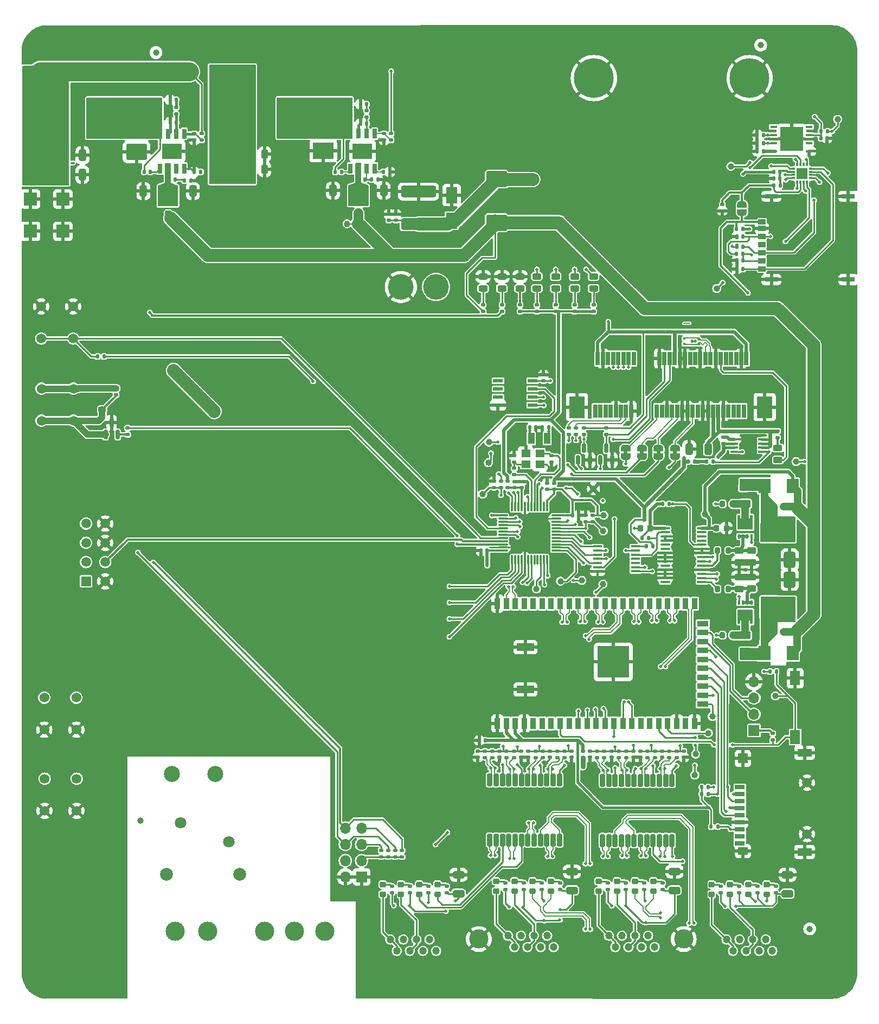
<source format=gtl>
G04 #@! TF.GenerationSoftware,KiCad,Pcbnew,7.0.6-0*
G04 #@! TF.CreationDate,2023-08-16T18:08:32-03:00*
G04 #@! TF.ProjectId,macunaima_rev2.2,6d616375-6e61-4696-9d61-5f726576322e,rev?*
G04 #@! TF.SameCoordinates,Original*
G04 #@! TF.FileFunction,Copper,L1,Top*
G04 #@! TF.FilePolarity,Positive*
%FSLAX46Y46*%
G04 Gerber Fmt 4.6, Leading zero omitted, Abs format (unit mm)*
G04 Created by KiCad (PCBNEW 7.0.6-0) date 2023-08-16 18:08:32*
%MOMM*%
%LPD*%
G01*
G04 APERTURE LIST*
G04 Aperture macros list*
%AMRoundRect*
0 Rectangle with rounded corners*
0 $1 Rounding radius*
0 $2 $3 $4 $5 $6 $7 $8 $9 X,Y pos of 4 corners*
0 Add a 4 corners polygon primitive as box body*
4,1,4,$2,$3,$4,$5,$6,$7,$8,$9,$2,$3,0*
0 Add four circle primitives for the rounded corners*
1,1,$1+$1,$2,$3*
1,1,$1+$1,$4,$5*
1,1,$1+$1,$6,$7*
1,1,$1+$1,$8,$9*
0 Add four rect primitives between the rounded corners*
20,1,$1+$1,$2,$3,$4,$5,0*
20,1,$1+$1,$4,$5,$6,$7,0*
20,1,$1+$1,$6,$7,$8,$9,0*
20,1,$1+$1,$8,$9,$2,$3,0*%
%AMFreePoly0*
4,1,19,0.500000,-0.750000,0.000000,-0.750000,0.000000,-0.744911,-0.071157,-0.744911,-0.207708,-0.704816,-0.327430,-0.627875,-0.420627,-0.520320,-0.479746,-0.390866,-0.500000,-0.250000,-0.500000,0.250000,-0.479746,0.390866,-0.420627,0.520320,-0.327430,0.627875,-0.207708,0.704816,-0.071157,0.744911,0.000000,0.744911,0.000000,0.750000,0.500000,0.750000,0.500000,-0.750000,0.500000,-0.750000,
$1*%
%AMFreePoly1*
4,1,19,0.000000,0.744911,0.071157,0.744911,0.207708,0.704816,0.327430,0.627875,0.420627,0.520320,0.479746,0.390866,0.500000,0.250000,0.500000,-0.250000,0.479746,-0.390866,0.420627,-0.520320,0.327430,-0.627875,0.207708,-0.704816,0.071157,-0.744911,0.000000,-0.744911,0.000000,-0.750000,-0.500000,-0.750000,-0.500000,0.750000,0.000000,0.750000,0.000000,0.744911,0.000000,0.744911,
$1*%
%AMFreePoly2*
4,1,17,1.395000,0.765000,0.855000,0.765000,0.855000,0.535000,1.395000,0.535000,1.395000,0.115000,0.855000,0.115000,0.855000,-0.115000,1.395000,-0.115000,1.395000,-0.535000,0.855000,-0.535000,0.855000,-0.765000,1.395000,-0.765000,1.395000,-1.185000,-0.855000,-1.185000,-0.855000,1.185000,1.395000,1.185000,1.395000,0.765000,1.395000,0.765000,$1*%
G04 Aperture macros list end*
G04 #@! TA.AperFunction,SMDPad,CuDef*
%ADD10RoundRect,0.225000X0.250000X-0.225000X0.250000X0.225000X-0.250000X0.225000X-0.250000X-0.225000X0*%
G04 #@! TD*
G04 #@! TA.AperFunction,SMDPad,CuDef*
%ADD11R,1.000000X1.800000*%
G04 #@! TD*
G04 #@! TA.AperFunction,SMDPad,CuDef*
%ADD12RoundRect,0.135000X0.185000X-0.135000X0.185000X0.135000X-0.185000X0.135000X-0.185000X-0.135000X0*%
G04 #@! TD*
G04 #@! TA.AperFunction,SMDPad,CuDef*
%ADD13RoundRect,0.140000X-0.140000X-0.170000X0.140000X-0.170000X0.140000X0.170000X-0.140000X0.170000X0*%
G04 #@! TD*
G04 #@! TA.AperFunction,SMDPad,CuDef*
%ADD14RoundRect,0.135000X-0.185000X0.135000X-0.185000X-0.135000X0.185000X-0.135000X0.185000X0.135000X0*%
G04 #@! TD*
G04 #@! TA.AperFunction,SMDPad,CuDef*
%ADD15RoundRect,0.140000X0.170000X-0.140000X0.170000X0.140000X-0.170000X0.140000X-0.170000X-0.140000X0*%
G04 #@! TD*
G04 #@! TA.AperFunction,SMDPad,CuDef*
%ADD16RoundRect,0.140000X0.140000X0.170000X-0.140000X0.170000X-0.140000X-0.170000X0.140000X-0.170000X0*%
G04 #@! TD*
G04 #@! TA.AperFunction,SMDPad,CuDef*
%ADD17RoundRect,0.135000X0.135000X0.185000X-0.135000X0.185000X-0.135000X-0.185000X0.135000X-0.185000X0*%
G04 #@! TD*
G04 #@! TA.AperFunction,ComponentPad*
%ADD18R,1.700000X1.700000*%
G04 #@! TD*
G04 #@! TA.AperFunction,ComponentPad*
%ADD19O,1.700000X1.700000*%
G04 #@! TD*
G04 #@! TA.AperFunction,SMDPad,CuDef*
%ADD20RoundRect,0.140000X-0.170000X0.140000X-0.170000X-0.140000X0.170000X-0.140000X0.170000X0.140000X0*%
G04 #@! TD*
G04 #@! TA.AperFunction,SMDPad,CuDef*
%ADD21FreePoly0,90.000000*%
G04 #@! TD*
G04 #@! TA.AperFunction,SMDPad,CuDef*
%ADD22FreePoly1,90.000000*%
G04 #@! TD*
G04 #@! TA.AperFunction,SMDPad,CuDef*
%ADD23C,1.000000*%
G04 #@! TD*
G04 #@! TA.AperFunction,SMDPad,CuDef*
%ADD24RoundRect,0.135000X-0.135000X-0.185000X0.135000X-0.185000X0.135000X0.185000X-0.135000X0.185000X0*%
G04 #@! TD*
G04 #@! TA.AperFunction,SMDPad,CuDef*
%ADD25RoundRect,0.100000X-0.637500X-0.100000X0.637500X-0.100000X0.637500X0.100000X-0.637500X0.100000X0*%
G04 #@! TD*
G04 #@! TA.AperFunction,SMDPad,CuDef*
%ADD26RoundRect,0.243750X0.456250X-0.243750X0.456250X0.243750X-0.456250X0.243750X-0.456250X-0.243750X0*%
G04 #@! TD*
G04 #@! TA.AperFunction,SMDPad,CuDef*
%ADD27RoundRect,0.250000X-0.325000X-0.650000X0.325000X-0.650000X0.325000X0.650000X-0.325000X0.650000X0*%
G04 #@! TD*
G04 #@! TA.AperFunction,ComponentPad*
%ADD28C,2.000000*%
G04 #@! TD*
G04 #@! TA.AperFunction,SMDPad,CuDef*
%ADD29R,0.650000X1.525000*%
G04 #@! TD*
G04 #@! TA.AperFunction,SMDPad,CuDef*
%ADD30R,3.100000X2.400000*%
G04 #@! TD*
G04 #@! TA.AperFunction,SMDPad,CuDef*
%ADD31R,0.450000X0.400000*%
G04 #@! TD*
G04 #@! TA.AperFunction,SMDPad,CuDef*
%ADD32R,0.450000X0.500000*%
G04 #@! TD*
G04 #@! TA.AperFunction,ComponentPad*
%ADD33C,2.500000*%
G04 #@! TD*
G04 #@! TA.AperFunction,ComponentPad*
%ADD34C,4.000000*%
G04 #@! TD*
G04 #@! TA.AperFunction,SMDPad,CuDef*
%ADD35RoundRect,0.195000X-0.195000X0.805000X-0.195000X-0.805000X0.195000X-0.805000X0.195000X0.805000X0*%
G04 #@! TD*
G04 #@! TA.AperFunction,SMDPad,CuDef*
%ADD36RoundRect,0.147500X-0.147500X-0.172500X0.147500X-0.172500X0.147500X0.172500X-0.147500X0.172500X0*%
G04 #@! TD*
G04 #@! TA.AperFunction,SMDPad,CuDef*
%ADD37R,1.800000X2.500000*%
G04 #@! TD*
G04 #@! TA.AperFunction,SMDPad,CuDef*
%ADD38R,0.300000X0.570000*%
G04 #@! TD*
G04 #@! TA.AperFunction,SMDPad,CuDef*
%ADD39R,0.570000X0.300000*%
G04 #@! TD*
G04 #@! TA.AperFunction,SMDPad,CuDef*
%ADD40R,1.750000X1.750000*%
G04 #@! TD*
G04 #@! TA.AperFunction,SMDPad,CuDef*
%ADD41RoundRect,0.218750X0.256250X-0.218750X0.256250X0.218750X-0.256250X0.218750X-0.256250X-0.218750X0*%
G04 #@! TD*
G04 #@! TA.AperFunction,SMDPad,CuDef*
%ADD42R,1.879600X2.260600*%
G04 #@! TD*
G04 #@! TA.AperFunction,SMDPad,CuDef*
%ADD43RoundRect,0.225000X-0.375000X0.225000X-0.375000X-0.225000X0.375000X-0.225000X0.375000X0.225000X0*%
G04 #@! TD*
G04 #@! TA.AperFunction,ComponentPad*
%ADD44C,1.200000*%
G04 #@! TD*
G04 #@! TA.AperFunction,SMDPad,CuDef*
%ADD45R,1.600000X0.600000*%
G04 #@! TD*
G04 #@! TA.AperFunction,SMDPad,CuDef*
%ADD46R,1.550000X0.600000*%
G04 #@! TD*
G04 #@! TA.AperFunction,SMDPad,CuDef*
%ADD47RoundRect,0.200000X-0.200000X-0.275000X0.200000X-0.275000X0.200000X0.275000X-0.200000X0.275000X0*%
G04 #@! TD*
G04 #@! TA.AperFunction,SMDPad,CuDef*
%ADD48RoundRect,0.225000X0.225000X0.250000X-0.225000X0.250000X-0.225000X-0.250000X0.225000X-0.250000X0*%
G04 #@! TD*
G04 #@! TA.AperFunction,SMDPad,CuDef*
%ADD49RoundRect,0.250000X-0.450000X0.262500X-0.450000X-0.262500X0.450000X-0.262500X0.450000X0.262500X0*%
G04 #@! TD*
G04 #@! TA.AperFunction,SMDPad,CuDef*
%ADD50R,0.660400X2.108200*%
G04 #@! TD*
G04 #@! TA.AperFunction,SMDPad,CuDef*
%ADD51R,2.438400X3.352800*%
G04 #@! TD*
G04 #@! TA.AperFunction,SMDPad,CuDef*
%ADD52R,3.500000X4.000000*%
G04 #@! TD*
G04 #@! TA.AperFunction,SMDPad,CuDef*
%ADD53R,0.420000X0.700000*%
G04 #@! TD*
G04 #@! TA.AperFunction,SMDPad,CuDef*
%ADD54FreePoly2,90.000000*%
G04 #@! TD*
G04 #@! TA.AperFunction,SMDPad,CuDef*
%ADD55RoundRect,0.243750X-0.456250X0.243750X-0.456250X-0.243750X0.456250X-0.243750X0.456250X0.243750X0*%
G04 #@! TD*
G04 #@! TA.AperFunction,SMDPad,CuDef*
%ADD56RoundRect,0.250000X-0.650000X0.325000X-0.650000X-0.325000X0.650000X-0.325000X0.650000X0.325000X0*%
G04 #@! TD*
G04 #@! TA.AperFunction,SMDPad,CuDef*
%ADD57RoundRect,0.147500X0.172500X-0.147500X0.172500X0.147500X-0.172500X0.147500X-0.172500X-0.147500X0*%
G04 #@! TD*
G04 #@! TA.AperFunction,SMDPad,CuDef*
%ADD58R,1.600200X0.711200*%
G04 #@! TD*
G04 #@! TA.AperFunction,ComponentPad*
%ADD59C,1.498600*%
G04 #@! TD*
G04 #@! TA.AperFunction,SMDPad,CuDef*
%ADD60R,1.498600X1.193800*%
G04 #@! TD*
G04 #@! TA.AperFunction,SMDPad,CuDef*
%ADD61R,2.209800X1.193800*%
G04 #@! TD*
G04 #@! TA.AperFunction,SMDPad,CuDef*
%ADD62R,1.498600X1.600200*%
G04 #@! TD*
G04 #@! TA.AperFunction,SMDPad,CuDef*
%ADD63RoundRect,0.250000X0.625000X-0.375000X0.625000X0.375000X-0.625000X0.375000X-0.625000X-0.375000X0*%
G04 #@! TD*
G04 #@! TA.AperFunction,SMDPad,CuDef*
%ADD64RoundRect,0.250000X0.325000X0.650000X-0.325000X0.650000X-0.325000X-0.650000X0.325000X-0.650000X0*%
G04 #@! TD*
G04 #@! TA.AperFunction,SMDPad,CuDef*
%ADD65R,3.300000X2.500000*%
G04 #@! TD*
G04 #@! TA.AperFunction,SMDPad,CuDef*
%ADD66RoundRect,0.075000X-0.075000X0.662500X-0.075000X-0.662500X0.075000X-0.662500X0.075000X0.662500X0*%
G04 #@! TD*
G04 #@! TA.AperFunction,SMDPad,CuDef*
%ADD67RoundRect,0.075000X-0.662500X0.075000X-0.662500X-0.075000X0.662500X-0.075000X0.662500X0.075000X0*%
G04 #@! TD*
G04 #@! TA.AperFunction,ComponentPad*
%ADD68C,1.524000*%
G04 #@! TD*
G04 #@! TA.AperFunction,ComponentPad*
%ADD69R,2.000000X2.000000*%
G04 #@! TD*
G04 #@! TA.AperFunction,SMDPad,CuDef*
%ADD70RoundRect,0.250000X0.650000X-1.000000X0.650000X1.000000X-0.650000X1.000000X-0.650000X-1.000000X0*%
G04 #@! TD*
G04 #@! TA.AperFunction,SMDPad,CuDef*
%ADD71R,1.150000X0.350000*%
G04 #@! TD*
G04 #@! TA.AperFunction,SMDPad,CuDef*
%ADD72RoundRect,0.250000X0.250000X0.475000X-0.250000X0.475000X-0.250000X-0.475000X0.250000X-0.475000X0*%
G04 #@! TD*
G04 #@! TA.AperFunction,SMDPad,CuDef*
%ADD73RoundRect,0.250000X1.400000X1.000000X-1.400000X1.000000X-1.400000X-1.000000X1.400000X-1.000000X0*%
G04 #@! TD*
G04 #@! TA.AperFunction,SMDPad,CuDef*
%ADD74RoundRect,0.225000X-0.225000X-0.250000X0.225000X-0.250000X0.225000X0.250000X-0.225000X0.250000X0*%
G04 #@! TD*
G04 #@! TA.AperFunction,ComponentPad*
%ADD75C,3.000000*%
G04 #@! TD*
G04 #@! TA.AperFunction,SMDPad,CuDef*
%ADD76RoundRect,0.150000X0.150000X-0.587500X0.150000X0.587500X-0.150000X0.587500X-0.150000X-0.587500X0*%
G04 #@! TD*
G04 #@! TA.AperFunction,SMDPad,CuDef*
%ADD77RoundRect,0.250000X-1.400000X-1.000000X1.400000X-1.000000X1.400000X1.000000X-1.400000X1.000000X0*%
G04 #@! TD*
G04 #@! TA.AperFunction,SMDPad,CuDef*
%ADD78R,1.400000X1.200000*%
G04 #@! TD*
G04 #@! TA.AperFunction,ComponentPad*
%ADD79R,1.520000X1.520000*%
G04 #@! TD*
G04 #@! TA.AperFunction,ComponentPad*
%ADD80C,1.520000*%
G04 #@! TD*
G04 #@! TA.AperFunction,SMDPad,CuDef*
%ADD81R,1.143000X0.812800*%
G04 #@! TD*
G04 #@! TA.AperFunction,SMDPad,CuDef*
%ADD82R,2.108200X0.711200*%
G04 #@! TD*
G04 #@! TA.AperFunction,ComponentPad*
%ADD83C,6.200000*%
G04 #@! TD*
G04 #@! TA.AperFunction,SMDPad,CuDef*
%ADD84RoundRect,0.147500X-0.172500X0.147500X-0.172500X-0.147500X0.172500X-0.147500X0.172500X0.147500X0*%
G04 #@! TD*
G04 #@! TA.AperFunction,SMDPad,CuDef*
%ADD85R,1.600000X2.180000*%
G04 #@! TD*
G04 #@! TA.AperFunction,ComponentPad*
%ADD86C,1.800000*%
G04 #@! TD*
G04 #@! TA.AperFunction,SMDPad,CuDef*
%ADD87R,1.409700X0.355600*%
G04 #@! TD*
G04 #@! TA.AperFunction,SMDPad,CuDef*
%ADD88RoundRect,0.250000X2.450000X-0.650000X2.450000X0.650000X-2.450000X0.650000X-2.450000X-0.650000X0*%
G04 #@! TD*
G04 #@! TA.AperFunction,SMDPad,CuDef*
%ADD89R,0.900000X1.800000*%
G04 #@! TD*
G04 #@! TA.AperFunction,SMDPad,CuDef*
%ADD90R,1.800000X0.900000*%
G04 #@! TD*
G04 #@! TA.AperFunction,SMDPad,CuDef*
%ADD91R,5.000000X5.000000*%
G04 #@! TD*
G04 #@! TA.AperFunction,SMDPad,CuDef*
%ADD92R,2.700000X1.200000*%
G04 #@! TD*
G04 #@! TA.AperFunction,SMDPad,CuDef*
%ADD93R,1.112398X0.457200*%
G04 #@! TD*
G04 #@! TA.AperFunction,SMDPad,CuDef*
%ADD94R,3.606800X3.708400*%
G04 #@! TD*
G04 #@! TA.AperFunction,SMDPad,CuDef*
%ADD95RoundRect,0.250000X-0.650000X1.000000X-0.650000X-1.000000X0.650000X-1.000000X0.650000X1.000000X0*%
G04 #@! TD*
G04 #@! TA.AperFunction,SMDPad,CuDef*
%ADD96FreePoly2,270.000000*%
G04 #@! TD*
G04 #@! TA.AperFunction,SMDPad,CuDef*
%ADD97RoundRect,0.250000X-0.625000X0.375000X-0.625000X-0.375000X0.625000X-0.375000X0.625000X0.375000X0*%
G04 #@! TD*
G04 #@! TA.AperFunction,ViaPad*
%ADD98C,0.500000*%
G04 #@! TD*
G04 #@! TA.AperFunction,ViaPad*
%ADD99C,0.400000*%
G04 #@! TD*
G04 #@! TA.AperFunction,Conductor*
%ADD100C,0.300000*%
G04 #@! TD*
G04 #@! TA.AperFunction,Conductor*
%ADD101C,0.250000*%
G04 #@! TD*
G04 #@! TA.AperFunction,Conductor*
%ADD102C,1.000000*%
G04 #@! TD*
G04 #@! TA.AperFunction,Conductor*
%ADD103C,0.400000*%
G04 #@! TD*
G04 #@! TA.AperFunction,Conductor*
%ADD104C,0.500000*%
G04 #@! TD*
G04 #@! TA.AperFunction,Conductor*
%ADD105C,0.600000*%
G04 #@! TD*
G04 #@! TA.AperFunction,Conductor*
%ADD106C,0.200000*%
G04 #@! TD*
G04 #@! TA.AperFunction,Conductor*
%ADD107C,0.800000*%
G04 #@! TD*
G04 #@! TA.AperFunction,Conductor*
%ADD108C,0.550000*%
G04 #@! TD*
G04 #@! TA.AperFunction,Conductor*
%ADD109C,2.000000*%
G04 #@! TD*
G04 #@! TA.AperFunction,Conductor*
%ADD110C,1.200000*%
G04 #@! TD*
G04 #@! TA.AperFunction,Conductor*
%ADD111C,0.150000*%
G04 #@! TD*
G04 #@! TA.AperFunction,Conductor*
%ADD112C,1.500000*%
G04 #@! TD*
G04 #@! TA.AperFunction,Conductor*
%ADD113C,3.000000*%
G04 #@! TD*
G04 APERTURE END LIST*
G04 #@! TA.AperFunction,EtchedComponent*
G36*
X94635373Y-66921396D02*
G01*
X94035373Y-66921396D01*
X94035373Y-66421396D01*
X94635373Y-66421396D01*
X94635373Y-66921396D01*
G37*
G04 #@! TD.AperFunction*
G04 #@! TA.AperFunction,EtchedComponent*
G36*
X99766173Y-66921396D02*
G01*
X99166173Y-66921396D01*
X99166173Y-66421396D01*
X99766173Y-66421396D01*
X99766173Y-66921396D01*
G37*
G04 #@! TD.AperFunction*
G04 #@! TA.AperFunction,EtchedComponent*
G36*
X102331573Y-66921396D02*
G01*
X101731573Y-66921396D01*
X101731573Y-66421396D01*
X102331573Y-66421396D01*
X102331573Y-66921396D01*
G37*
G04 #@! TD.AperFunction*
G04 #@! TA.AperFunction,EtchedComponent*
G36*
X97200773Y-66921396D02*
G01*
X96600773Y-66921396D01*
X96600773Y-66421396D01*
X97200773Y-66421396D01*
X97200773Y-66921396D01*
G37*
G04 #@! TD.AperFunction*
D10*
X79835716Y-135163813D03*
X79835716Y-133613813D03*
D11*
X79601980Y-64481773D03*
X82101980Y-64481773D03*
D12*
X28123573Y-17936573D03*
X28123573Y-16916573D03*
D13*
X124848702Y-17642593D03*
X125808702Y-17642593D03*
D14*
X75551074Y-133878813D03*
X75551074Y-134898813D03*
D15*
X77011980Y-72165441D03*
X77011980Y-71205441D03*
D16*
X24163573Y-15155573D03*
X23203573Y-15155573D03*
D10*
X113495716Y-135676773D03*
X113495716Y-134126773D03*
D17*
X108718573Y-125116773D03*
X107698573Y-125116773D03*
X101113573Y-74726773D03*
X100093573Y-74726773D03*
D12*
X75037573Y-44675573D03*
X75037573Y-43655573D03*
D13*
X79381980Y-62751773D03*
X80341980Y-62751773D03*
D16*
X49958573Y-22906773D03*
X48998573Y-22906773D03*
D18*
X53118573Y-132941702D03*
D19*
X50578573Y-132941702D03*
X53118573Y-130401702D03*
X50578573Y-130401702D03*
X53118573Y-127861702D03*
X50578573Y-127861702D03*
X53118573Y-125321702D03*
X50578573Y-125321702D03*
D14*
X81263930Y-133878813D03*
X81263930Y-134898813D03*
D20*
X109642821Y-64319872D03*
X109642821Y-65279872D03*
D21*
X94335373Y-67321396D03*
D22*
X94335373Y-66021396D03*
D23*
X108558573Y-41096773D03*
D24*
X25411573Y-24211973D03*
X26431573Y-24211973D03*
D25*
X100505491Y-78494273D03*
X100505491Y-79144273D03*
X100505491Y-79794273D03*
X100505491Y-80444273D03*
X100505491Y-81094273D03*
X100505491Y-81744273D03*
X100505491Y-82394273D03*
X100505491Y-83044273D03*
X100505491Y-83694273D03*
X100505491Y-84344273D03*
X100505491Y-84994273D03*
X100505491Y-85644273D03*
X100505491Y-86294273D03*
X100505491Y-86944273D03*
X106230491Y-86944273D03*
X106230491Y-86294273D03*
X106230491Y-85644273D03*
X106230491Y-84994273D03*
X106230491Y-84344273D03*
X106230491Y-83694273D03*
X106230491Y-83044273D03*
X106230491Y-82394273D03*
X106230491Y-81744273D03*
X106230491Y-81094273D03*
X106230491Y-80444273D03*
X106230491Y-79794273D03*
X106230491Y-79144273D03*
X106230491Y-78494273D03*
D26*
X118101021Y-67870972D03*
X118101021Y-65995972D03*
D16*
X82321980Y-62751773D03*
X81361980Y-62751773D03*
D27*
X6541573Y-23307973D03*
X9491573Y-23307973D03*
D14*
X78407502Y-133878813D03*
X78407502Y-134898813D03*
D23*
X121201173Y-75394273D03*
D28*
X34078573Y-132496773D03*
X22678573Y-132496773D03*
D27*
X48665573Y-25807573D03*
X51615573Y-25807573D03*
D20*
X103445051Y-113330057D03*
X103445051Y-114290057D03*
D29*
X21628573Y-22354973D03*
X22898573Y-22354973D03*
X24168573Y-22354973D03*
X25438573Y-22354973D03*
X25438573Y-16930973D03*
X24168573Y-16930973D03*
X22898573Y-16930973D03*
X21628573Y-16930973D03*
D30*
X23533573Y-19642973D03*
D14*
X63553930Y-134391773D03*
X63553930Y-135411773D03*
D24*
X111671279Y-35647593D03*
X112691279Y-35647593D03*
D12*
X91020435Y-114320057D03*
X91020435Y-113300057D03*
D10*
X92976787Y-135163813D03*
X92976787Y-133613813D03*
D21*
X99466173Y-67321396D03*
D22*
X99466173Y-66021396D03*
D13*
X86032804Y-76531773D03*
X86992804Y-76531773D03*
D15*
X81518573Y-55516773D03*
X81518573Y-54556773D03*
D31*
X103516998Y-48929419D03*
X103516998Y-49729419D03*
D32*
X104666998Y-49329419D03*
D23*
X84173573Y-86776773D03*
D33*
X23495964Y-116861773D03*
X30245964Y-116861773D03*
D34*
X59245964Y-40861773D03*
X64745964Y-40861773D03*
D35*
X101598573Y-117850183D03*
X100608573Y-117850183D03*
X99618573Y-117850183D03*
X98628573Y-117850183D03*
X97638573Y-117850183D03*
X96648573Y-117850183D03*
X95658573Y-117850183D03*
X94668573Y-117850183D03*
X93678573Y-117850183D03*
X92688573Y-117850183D03*
X91698573Y-117850183D03*
X90708573Y-117850183D03*
X90708573Y-127250183D03*
X91698573Y-127250183D03*
X92688573Y-127250183D03*
X93678573Y-127250183D03*
X94668573Y-127250183D03*
X95658573Y-127250183D03*
X96648573Y-127250183D03*
X97638573Y-127250183D03*
X98628573Y-127250183D03*
X99618573Y-127250183D03*
X100608573Y-127250183D03*
X101598573Y-127250183D03*
D36*
X97618573Y-81346773D03*
X98588573Y-81346773D03*
D37*
X67178573Y-30511773D03*
X67178573Y-26511773D03*
D12*
X117313573Y-111576773D03*
X117313573Y-110556773D03*
D38*
X121154464Y-24472593D03*
X121654464Y-24472593D03*
X122154464Y-24472593D03*
X122654464Y-24472593D03*
D39*
X123269464Y-23857593D03*
X123269464Y-23357593D03*
X123269464Y-22857593D03*
X123269464Y-22357593D03*
D38*
X122654464Y-21742593D03*
X122154464Y-21742593D03*
X121654464Y-21742593D03*
X121154464Y-21742593D03*
D39*
X120539464Y-22357593D03*
X120539464Y-22857593D03*
X120539464Y-23357593D03*
X120539464Y-23857593D03*
D40*
X121904464Y-23107593D03*
D12*
X72366265Y-114320057D03*
X72366265Y-113300057D03*
X88083573Y-77506773D03*
X88083573Y-76486773D03*
D10*
X107782860Y-135676773D03*
X107782860Y-134126773D03*
D41*
X52635973Y-29345073D03*
X52635973Y-27770073D03*
D23*
X90933573Y-76496773D03*
D36*
X97223573Y-77161773D03*
X98193573Y-77161773D03*
X104106473Y-68095796D03*
X105076473Y-68095796D03*
D12*
X80488196Y-44672711D03*
X80488196Y-43652711D03*
D18*
X114370465Y-110091773D03*
D19*
X114370465Y-107551773D03*
X114370465Y-105011773D03*
X114370465Y-102471773D03*
D15*
X73783573Y-72156773D03*
X73783573Y-71196773D03*
D42*
X120428373Y-98011773D03*
X116008773Y-98011773D03*
D41*
X22888573Y-29368073D03*
X22888573Y-27793073D03*
D12*
X24164573Y-13863573D03*
X24164573Y-12843573D03*
D15*
X82101980Y-72450350D03*
X82101980Y-71490350D03*
D43*
X12604573Y-56692573D03*
X12604573Y-59992573D03*
D23*
X123088573Y-141056773D03*
D17*
X107240181Y-118926773D03*
X106220181Y-118926773D03*
D44*
X117238573Y-144486773D03*
X116218573Y-142706773D03*
X115198573Y-144486773D03*
X114178573Y-142706773D03*
X113158573Y-144486773D03*
X112138573Y-142706773D03*
X111118573Y-144486773D03*
X110098573Y-142706773D03*
D23*
X50862373Y-30982573D03*
X87493573Y-86656773D03*
X80423573Y-87976773D03*
D14*
X94413511Y-113300057D03*
X94413511Y-114320057D03*
D12*
X81407801Y-114320057D03*
X81407801Y-113300057D03*
D15*
X58463573Y-30441773D03*
X58463573Y-29481773D03*
D14*
X101179663Y-113300057D03*
X101179663Y-114320057D03*
D45*
X74418573Y-55511773D03*
D46*
X74418573Y-56781773D03*
X74418573Y-58051773D03*
X74418573Y-59321773D03*
X79818573Y-59321773D03*
X79818573Y-58051773D03*
X79818573Y-56781773D03*
X79818573Y-55511773D03*
D16*
X112661279Y-38017593D03*
X111701279Y-38017593D03*
D14*
X74863573Y-71166773D03*
X74863573Y-72186773D03*
D12*
X57251906Y-129806773D03*
X57251906Y-128786773D03*
D44*
X64738573Y-144486773D03*
X63718573Y-142706773D03*
X62698573Y-144486773D03*
X61678573Y-142706773D03*
X60658573Y-144486773D03*
X59638573Y-142706773D03*
X58618573Y-144486773D03*
X57598573Y-142706773D03*
D10*
X110639288Y-135676773D03*
X110639288Y-134126773D03*
D47*
X109476173Y-74726773D03*
X111126173Y-74726773D03*
D14*
X102317355Y-113300057D03*
X102317355Y-114320057D03*
D16*
X72728573Y-82031773D03*
X71768573Y-82031773D03*
D15*
X100051971Y-114290057D03*
X100051971Y-113330057D03*
D48*
X118993573Y-94734273D03*
X117443573Y-94734273D03*
D14*
X76897033Y-113300057D03*
X76897033Y-114320057D03*
D49*
X112032373Y-81989273D03*
X112032373Y-83814273D03*
D23*
X107263573Y-110486773D03*
D12*
X97786587Y-114320057D03*
X97786587Y-113300057D03*
D50*
X89600021Y-60221173D03*
X90000023Y-52021172D03*
X90400022Y-60221173D03*
X90800021Y-52021172D03*
X91200023Y-60221173D03*
X91600022Y-52021172D03*
X92000021Y-60221173D03*
X92400021Y-52021172D03*
X92800022Y-60221173D03*
X93200021Y-52021172D03*
X93600021Y-60221173D03*
X94000022Y-52021172D03*
X94400022Y-60221173D03*
X94800021Y-52021172D03*
X95200020Y-60221173D03*
X95600022Y-52021172D03*
X99200021Y-60221173D03*
X99600020Y-52021172D03*
X100000022Y-60221173D03*
X100400021Y-52021172D03*
X100800020Y-60221173D03*
X101200022Y-52021172D03*
X101600021Y-60221173D03*
X102000020Y-52021172D03*
X102400020Y-60221173D03*
X102800021Y-52021172D03*
X103200021Y-60221173D03*
X103600020Y-52021172D03*
X104000022Y-60221173D03*
X104400021Y-52021172D03*
X104800020Y-60221173D03*
X105200022Y-52021172D03*
X105600021Y-60221173D03*
X106000020Y-52021172D03*
X106400019Y-60221173D03*
X106800021Y-52021172D03*
X107200020Y-60221173D03*
X107600019Y-52021172D03*
X108000021Y-60221173D03*
X108400020Y-52021172D03*
X108800020Y-60221173D03*
X109200019Y-52021172D03*
X109600021Y-60221173D03*
X110000020Y-52021172D03*
X110400019Y-60221173D03*
X110800021Y-52021172D03*
X111200020Y-60221173D03*
X111600019Y-52021172D03*
X112000021Y-60221173D03*
X112400020Y-52021172D03*
X112800019Y-60221173D03*
X113200018Y-52021172D03*
D51*
X86750025Y-59598873D03*
X116050017Y-59598873D03*
D52*
X12435573Y-13614973D03*
X2935573Y-13614973D03*
D20*
X82738707Y-67191773D03*
X82738707Y-68151773D03*
D24*
X117444578Y-25002593D03*
X118464578Y-25002593D03*
D27*
X19053573Y-25896573D03*
X22003573Y-25896573D03*
D23*
X110768573Y-22006773D03*
D36*
X117469578Y-22857593D03*
X118439578Y-22857593D03*
D53*
X112043573Y-79800393D03*
X112693573Y-79800393D03*
X113343573Y-79800393D03*
X113993573Y-79800393D03*
D54*
X113018573Y-77845393D03*
D16*
X115845780Y-18372593D03*
X114885780Y-18372593D03*
D12*
X77854573Y-44681773D03*
X77854573Y-43661773D03*
D14*
X93275819Y-113300057D03*
X93275819Y-114320057D03*
D17*
X107240181Y-119986773D03*
X106220181Y-119986773D03*
D55*
X80482573Y-39195073D03*
X80482573Y-41070073D03*
D13*
X52931173Y-15344373D03*
X53891173Y-15344373D03*
D12*
X85445373Y-63884554D03*
X85445373Y-62864554D03*
D15*
X78024725Y-114290057D03*
X78024725Y-113330057D03*
D56*
X119628573Y-132606773D03*
X119628573Y-135556773D03*
D10*
X56412860Y-135676773D03*
X56412860Y-134126773D03*
D57*
X83191980Y-72425350D03*
X83191980Y-71455350D03*
D14*
X112067502Y-134391773D03*
X112067502Y-135411773D03*
D58*
X112172619Y-118913296D03*
X112172619Y-120013296D03*
X112172619Y-121113297D03*
X112172619Y-122213297D03*
X112172619Y-123313297D03*
X112172619Y-124413295D03*
X112172619Y-125513295D03*
X112172619Y-126613296D03*
X112172619Y-127713296D03*
D59*
X122672619Y-126240296D03*
X122672619Y-118240296D03*
D60*
X112678619Y-128910296D03*
D61*
X122272619Y-129040296D03*
D62*
X112673619Y-114440296D03*
D61*
X122272619Y-113540296D03*
D10*
X59269288Y-135676773D03*
X59269288Y-134126773D03*
D49*
X112032373Y-86143394D03*
X112032373Y-87968394D03*
D63*
X113018573Y-74725393D03*
X113018573Y-71925393D03*
D55*
X72095866Y-39204135D03*
X72095866Y-41079135D03*
D14*
X26987573Y-16909573D03*
X26987573Y-17929573D03*
D64*
X9543573Y-20273973D03*
X6593573Y-20273973D03*
D23*
X31603573Y-22490173D03*
D27*
X23810573Y-25896573D03*
X26760573Y-25896573D03*
D56*
X101966072Y-132093813D03*
X101966072Y-135043813D03*
D65*
X47127373Y-19632573D03*
X47137373Y-12732573D03*
D24*
X111671279Y-31797593D03*
X112691279Y-31797593D03*
D66*
X82101980Y-75109273D03*
X81601980Y-75109273D03*
X81101980Y-75109273D03*
X80601980Y-75109273D03*
X80101980Y-75109273D03*
X79601980Y-75109273D03*
X79101980Y-75109273D03*
X78601980Y-75109273D03*
X78101980Y-75109273D03*
X77601980Y-75109273D03*
X77101980Y-75109273D03*
X76601980Y-75109273D03*
D67*
X75189480Y-76521773D03*
X75189480Y-77021773D03*
X75189480Y-77521773D03*
X75189480Y-78021773D03*
X75189480Y-78521773D03*
X75189480Y-79021773D03*
X75189480Y-79521773D03*
X75189480Y-80021773D03*
X75189480Y-80521773D03*
X75189480Y-81021773D03*
X75189480Y-81521773D03*
X75189480Y-82021773D03*
D66*
X76601980Y-83434273D03*
X77101980Y-83434273D03*
X77601980Y-83434273D03*
X78101980Y-83434273D03*
X78601980Y-83434273D03*
X79101980Y-83434273D03*
X79601980Y-83434273D03*
X80101980Y-83434273D03*
X80601980Y-83434273D03*
X81101980Y-83434273D03*
X81601980Y-83434273D03*
X82101980Y-83434273D03*
D67*
X83514480Y-82021773D03*
X83514480Y-81521773D03*
X83514480Y-81021773D03*
X83514480Y-80521773D03*
X83514480Y-80021773D03*
X83514480Y-79521773D03*
X83514480Y-79021773D03*
X83514480Y-78521773D03*
X83514480Y-78021773D03*
X83514480Y-77521773D03*
X83514480Y-77021773D03*
X83514480Y-76521773D03*
D68*
X8088573Y-43908573D03*
X3088573Y-43908573D03*
X8088573Y-48908573D03*
X3088573Y-48908573D03*
D12*
X86378196Y-44672711D03*
X86378196Y-43652711D03*
X59438573Y-129806773D03*
X59438573Y-128786773D03*
D13*
X52931173Y-12300373D03*
X53891173Y-12300373D03*
D23*
X2450573Y-22752573D03*
X72993573Y-65096773D03*
D16*
X72428573Y-111651773D03*
X71468573Y-111651773D03*
D10*
X90120359Y-135163813D03*
X90120359Y-133613813D03*
D15*
X76965254Y-68151773D03*
X76965254Y-67191773D03*
X57388573Y-30441773D03*
X57388573Y-29481773D03*
D69*
X6490573Y-27106573D03*
X1440573Y-27106573D03*
X6490573Y-32156573D03*
X1440573Y-32156573D03*
D23*
X90793573Y-87236773D03*
D70*
X119951173Y-90534273D03*
X119951173Y-86534273D03*
D21*
X102031573Y-67321396D03*
D22*
X102031573Y-66021396D03*
D57*
X87660418Y-114295057D03*
X87660418Y-113325057D03*
D14*
X117780358Y-134391773D03*
X117780358Y-135411773D03*
D16*
X112661279Y-34537593D03*
X111701279Y-34537593D03*
X112661279Y-36727593D03*
X111701279Y-36727593D03*
D71*
X111303221Y-64637672D03*
X111303221Y-65287672D03*
X111303221Y-65937672D03*
X111303221Y-66587672D03*
X115653221Y-66587672D03*
X115653221Y-65937672D03*
X115653221Y-65287672D03*
X115653221Y-64637672D03*
D68*
X8624573Y-117614573D03*
X3624573Y-117614573D03*
X8624573Y-122614573D03*
X3624573Y-122614573D03*
D20*
X78081980Y-71205441D03*
X78081980Y-72165441D03*
D55*
X89328199Y-39195073D03*
X89328199Y-41070073D03*
D10*
X95833215Y-135163813D03*
X95833215Y-133613813D03*
D23*
X106743573Y-76346773D03*
D72*
X38003573Y-22481773D03*
X36103573Y-22481773D03*
D14*
X16590573Y-62856573D03*
X16590573Y-63876573D03*
D10*
X74122860Y-135163813D03*
X74122860Y-133613813D03*
D23*
X127438573Y-14666773D03*
D73*
X74223573Y-30815273D03*
X74223573Y-24015273D03*
D23*
X89323573Y-72376773D03*
D74*
X117443573Y-75154273D03*
X118993573Y-75154273D03*
D21*
X112511026Y-29261193D03*
D22*
X112511026Y-27961193D03*
D23*
X116561173Y-91610550D03*
X105273573Y-113776773D03*
D48*
X110083573Y-78491773D03*
X108533573Y-78491773D03*
D14*
X57841074Y-134391773D03*
X57841074Y-135411773D03*
D68*
X8570573Y-104968573D03*
X3570573Y-104968573D03*
X8570573Y-109968573D03*
X3570573Y-109968573D03*
D20*
X88755051Y-113330057D03*
X88755051Y-114290057D03*
D47*
X108696173Y-88004273D03*
X110346173Y-88004273D03*
D75*
X23968573Y-141391773D03*
X29048573Y-141391773D03*
D15*
X82535493Y-114290057D03*
X82535493Y-113330057D03*
D24*
X56518573Y-22881773D03*
X57538573Y-22881773D03*
D52*
X41803573Y-13490173D03*
X32303573Y-13490173D03*
D56*
X68258573Y-132606773D03*
X68258573Y-135556773D03*
D14*
X60697502Y-134391773D03*
X60697502Y-135411773D03*
D12*
X73503957Y-114320057D03*
X73503957Y-113300057D03*
D14*
X91312773Y-62864554D03*
X91312773Y-63884554D03*
D10*
X82692144Y-135163813D03*
X82692144Y-133613813D03*
D76*
X86882973Y-67888296D03*
X88782973Y-67888296D03*
X87832973Y-66013296D03*
D14*
X87832973Y-62864554D03*
X87832973Y-63884554D03*
D55*
X86379657Y-39195073D03*
X86379657Y-41070073D03*
D49*
X114021173Y-86133394D03*
X114021173Y-87958394D03*
D12*
X89882743Y-114320057D03*
X89882743Y-113300057D03*
D21*
X96900773Y-67321396D03*
D22*
X96900773Y-66021396D03*
D77*
X17982573Y-12993973D03*
X17982573Y-19793973D03*
D14*
X97261429Y-133878813D03*
X97261429Y-134898813D03*
X118101021Y-63324672D03*
X118101021Y-64344672D03*
D24*
X22992573Y-24062573D03*
X24012573Y-24062573D03*
D17*
X117883573Y-100876773D03*
X116863573Y-100876773D03*
D44*
X98868573Y-143896773D03*
X97848573Y-142116773D03*
X96828573Y-143896773D03*
X95808573Y-142116773D03*
X94788573Y-143896773D03*
X93768573Y-142116773D03*
X92748573Y-143896773D03*
X91728573Y-142116773D03*
X83108573Y-143896773D03*
X82088573Y-142116773D03*
X81068573Y-143896773D03*
X80048573Y-142116773D03*
X79028573Y-143896773D03*
X78008573Y-142116773D03*
X76988573Y-143896773D03*
X75968573Y-142116773D03*
D75*
X103418573Y-142636773D03*
X71418573Y-142636773D03*
D23*
X21008573Y-4256773D03*
D78*
X78751980Y-68521773D03*
X80951980Y-68521773D03*
X80951980Y-66821773D03*
X78751980Y-66821773D03*
D20*
X71238573Y-113330057D03*
X71238573Y-114290057D03*
D14*
X57729173Y-16917173D03*
X57729173Y-17937173D03*
D15*
X95541203Y-114290057D03*
X95541203Y-113330057D03*
D35*
X84013573Y-117780183D03*
X83023573Y-117780183D03*
X82033573Y-117780183D03*
X81043573Y-117780183D03*
X80053573Y-117780183D03*
X79063573Y-117780183D03*
X78073573Y-117780183D03*
X77083573Y-117780183D03*
X76093573Y-117780183D03*
X75103573Y-117780183D03*
X74113573Y-117780183D03*
X73123573Y-117780183D03*
X73123573Y-127180183D03*
X74113573Y-127180183D03*
X75103573Y-127180183D03*
X76093573Y-127180183D03*
X77083573Y-127180183D03*
X78073573Y-127180183D03*
X79063573Y-127180183D03*
X80053573Y-127180183D03*
X81043573Y-127180183D03*
X82033573Y-127180183D03*
X83023573Y-127180183D03*
X84013573Y-127180183D03*
D64*
X107209473Y-66165396D03*
X104259473Y-66165396D03*
D12*
X86613773Y-63884554D03*
X86613773Y-62864554D03*
D17*
X97926173Y-80012136D03*
X96906173Y-80012136D03*
D12*
X80270109Y-114320057D03*
X80270109Y-113300057D03*
D17*
X27994573Y-22877973D03*
X26974573Y-22877973D03*
D12*
X72095866Y-44681773D03*
X72095866Y-43661773D03*
D10*
X76979288Y-135163813D03*
X76979288Y-133613813D03*
D79*
X10091573Y-86795823D03*
D80*
X10091573Y-83795823D03*
X10091573Y-80795823D03*
X10091573Y-77795823D03*
X13091573Y-86795823D03*
X13091573Y-83795823D03*
X13091573Y-80795823D03*
X13091573Y-77795823D03*
D75*
X37943573Y-141411773D03*
X42643573Y-141411773D03*
X47343573Y-141411773D03*
D47*
X108696173Y-81964273D03*
X110346173Y-81964273D03*
D81*
X115629578Y-32937593D03*
X115629578Y-35477593D03*
X115629578Y-38017593D03*
X115629578Y-31667593D03*
X115629578Y-34207593D03*
X115629578Y-36747593D03*
X115629578Y-30717593D03*
D82*
X117109639Y-39687593D03*
X117109639Y-26687593D03*
X129109580Y-39687593D03*
X129109580Y-26687593D03*
D20*
X85928573Y-113330057D03*
X85928573Y-114290057D03*
X96658895Y-113330057D03*
X96658895Y-114290057D03*
D12*
X76965254Y-70181773D03*
X76965254Y-69161773D03*
D14*
X83663185Y-113300057D03*
X83663185Y-114320057D03*
D74*
X96641173Y-78514273D03*
X98191173Y-78514273D03*
D47*
X109476173Y-95214273D03*
X111126173Y-95214273D03*
D16*
X112661279Y-32937593D03*
X111701279Y-32937593D03*
D24*
X52608573Y-24056773D03*
X53628573Y-24056773D03*
D23*
X115418573Y-3106773D03*
D83*
X89382373Y-8252773D03*
D16*
X20103573Y-22903973D03*
X19143573Y-22903973D03*
D84*
X75921980Y-71190441D03*
X75921980Y-72160441D03*
D55*
X83431115Y-39195073D03*
X83431115Y-41070073D03*
D16*
X118434578Y-23930093D03*
X117474578Y-23930093D03*
X115845780Y-19642593D03*
X114885780Y-19642593D03*
D10*
X116352144Y-135676773D03*
X116352144Y-134126773D03*
X62125716Y-135676773D03*
X62125716Y-134126773D03*
D13*
X23204573Y-11626573D03*
X24164573Y-11626573D03*
D20*
X74631649Y-113330057D03*
X74631649Y-114290057D03*
X79142417Y-113330057D03*
X79142417Y-114290057D03*
D76*
X90362773Y-67888296D03*
X92262773Y-67888296D03*
X91312773Y-66013296D03*
D23*
X72923573Y-68276773D03*
D24*
X11881573Y-51699573D03*
X12901573Y-51699573D03*
D20*
X92148127Y-113330057D03*
X92148127Y-114290057D03*
D85*
X120818573Y-111111773D03*
X120818573Y-101931773D03*
D14*
X84800877Y-113300057D03*
X84800877Y-114320057D03*
D23*
X121121173Y-94554273D03*
D56*
X85968573Y-132093813D03*
X85968573Y-135043813D03*
D14*
X66410358Y-134391773D03*
X66410358Y-135411773D03*
D23*
X105143573Y-117046773D03*
D14*
X91548573Y-133878813D03*
X91548573Y-134898813D03*
X100117857Y-133878813D03*
X100117857Y-134898813D03*
D86*
X24858573Y-124516773D03*
X32358573Y-127416773D03*
D12*
X53893773Y-14332373D03*
X53893773Y-13312373D03*
D68*
X8143573Y-56728573D03*
X3143573Y-56728573D03*
X8143573Y-61728573D03*
X3143573Y-61728573D03*
D17*
X107985021Y-68095796D03*
X106965021Y-68095796D03*
D23*
X90843573Y-78926773D03*
D12*
X89328199Y-44672711D03*
X89328199Y-43652711D03*
D23*
X120945821Y-68118295D03*
D83*
X113690173Y-8252773D03*
D14*
X94405001Y-133878813D03*
X94405001Y-134898813D03*
D16*
X115845780Y-17102593D03*
X114885780Y-17102593D03*
D55*
X75021573Y-39215073D03*
X75021573Y-41090073D03*
D72*
X38003573Y-20119573D03*
X36103573Y-20119573D03*
D12*
X109444578Y-28977593D03*
X109444578Y-27957593D03*
X14772573Y-57689573D03*
X14772573Y-56669573D03*
D14*
X84120358Y-133878813D03*
X84120358Y-134898813D03*
D87*
X89960823Y-81346815D03*
X89960823Y-81996801D03*
X89960823Y-82646787D03*
X89960823Y-83296773D03*
X89960823Y-83946759D03*
X89960823Y-84596745D03*
X89960823Y-85246731D03*
X95866323Y-85246731D03*
X95866323Y-84596745D03*
X95866323Y-83946759D03*
X95866323Y-83296773D03*
X95866323Y-82646787D03*
X95866323Y-81996801D03*
X95866323Y-81346815D03*
D88*
X61988573Y-31061773D03*
X61988573Y-25961773D03*
D23*
X107873573Y-107886773D03*
D12*
X83418196Y-44672711D03*
X83418196Y-43652711D03*
D17*
X125838702Y-16562593D03*
X124818702Y-16562593D03*
D12*
X56158573Y-129806773D03*
X56158573Y-128786773D03*
D23*
X72033573Y-73186773D03*
D49*
X114021173Y-81989273D03*
X114021173Y-83814273D03*
D10*
X98689643Y-135163813D03*
X98689643Y-133613813D03*
D27*
X53612373Y-25809373D03*
X56562373Y-25809373D03*
D89*
X74318573Y-108981773D03*
X75718573Y-108981773D03*
X77118573Y-108981773D03*
X78518573Y-108981773D03*
X79918573Y-108981773D03*
X81318573Y-108981773D03*
X82718573Y-108981773D03*
X84118573Y-108981773D03*
X85518573Y-108981773D03*
X86918573Y-108981773D03*
X88318573Y-108981773D03*
X89718573Y-108981773D03*
X91118573Y-108981773D03*
X92518573Y-108981773D03*
X93918573Y-108981773D03*
X95318573Y-108981773D03*
X96718573Y-108981773D03*
X98118573Y-108981773D03*
X99518573Y-108981773D03*
X100918573Y-108981773D03*
X102318573Y-108981773D03*
X103718573Y-108981773D03*
X105118573Y-108981773D03*
D90*
X106418573Y-105981773D03*
X106418573Y-104581773D03*
X106418573Y-103181773D03*
X106418573Y-101781773D03*
X106418573Y-100381773D03*
X106418573Y-98981773D03*
X106418573Y-97581773D03*
X106418573Y-96181773D03*
X106418573Y-94781773D03*
X106418573Y-93381773D03*
D89*
X105118573Y-90281773D03*
X103718573Y-90281773D03*
X102318573Y-90281773D03*
X100918573Y-90281773D03*
X99518573Y-90281773D03*
X98118573Y-90281773D03*
X96718573Y-90281773D03*
X95318573Y-90281773D03*
X93918573Y-90281773D03*
X92518573Y-90281773D03*
X91118573Y-90281773D03*
X89718573Y-90281773D03*
X88318573Y-90281773D03*
X86918573Y-90281773D03*
X85518573Y-90281773D03*
X84118573Y-90281773D03*
X82718573Y-90281773D03*
X81318573Y-90281773D03*
X79918573Y-90281773D03*
X78518573Y-90281773D03*
X77118573Y-90281773D03*
X75718573Y-90281773D03*
X74318573Y-90281773D03*
D91*
X92418573Y-99381773D03*
D92*
X78718573Y-103681773D03*
X78718573Y-97081773D03*
D23*
X18548573Y-124136773D03*
D14*
X75759341Y-113300057D03*
X75759341Y-114320057D03*
D12*
X58345239Y-129806773D03*
X58345239Y-128786773D03*
D55*
X77854573Y-39204135D03*
X77854573Y-41079135D03*
D76*
X13134573Y-63892073D03*
X15034573Y-63892073D03*
X14084573Y-62017073D03*
D20*
X89163573Y-76516773D03*
X89163573Y-77476773D03*
D93*
X122986379Y-19642593D03*
X122986379Y-18372593D03*
X122986379Y-17102593D03*
X122986379Y-15832593D03*
X117494777Y-15832593D03*
X117494777Y-17102593D03*
X117494777Y-18372593D03*
X117494777Y-19642593D03*
D94*
X120240578Y-17737593D03*
D95*
X119951173Y-79436773D03*
X119951173Y-83436773D03*
D29*
X51352521Y-22348973D03*
X52622521Y-22348973D03*
X53892521Y-22348973D03*
X55162521Y-22348973D03*
X55162521Y-16924973D03*
X53892521Y-16924973D03*
X52622521Y-16924973D03*
X51352521Y-16924973D03*
D30*
X53257521Y-19636973D03*
D23*
X117718573Y-104696773D03*
D24*
X54640573Y-24056773D03*
X55660573Y-24056773D03*
D23*
X116561173Y-78300393D03*
D53*
X113993573Y-90110550D03*
X113343573Y-90110550D03*
X112693573Y-90110550D03*
X112043573Y-90110550D03*
D96*
X113018573Y-92065550D03*
D97*
X113018573Y-95230550D03*
X113018573Y-98030550D03*
D10*
X64982144Y-135676773D03*
X64982144Y-134126773D03*
D42*
X120428373Y-71935393D03*
X116008773Y-71935393D03*
D14*
X56636973Y-16917173D03*
X56636973Y-17937173D03*
X114923930Y-134391773D03*
X114923930Y-135411773D03*
X109211074Y-134391773D03*
X109211074Y-135411773D03*
D12*
X98924279Y-114320057D03*
X98924279Y-113300057D03*
D98*
X96798573Y-69406773D03*
X120179578Y-19177593D03*
X98338573Y-65106773D03*
X120830719Y-29988919D03*
X94933573Y-71216773D03*
X121464578Y-17787593D03*
X121354578Y-23647593D03*
X120179578Y-18467593D03*
X110568573Y-140206773D03*
X110278573Y-67526773D03*
X98748573Y-54676773D03*
X78913573Y-72216773D03*
X120233652Y-25381694D03*
X115874578Y-25697593D03*
X78492340Y-76585540D03*
X94178573Y-49416773D03*
X109738573Y-57476773D03*
X118894578Y-17077593D03*
X124148573Y-26006773D03*
X109878573Y-30126773D03*
X120179578Y-17107593D03*
X74393074Y-115151773D03*
X87278573Y-75366773D03*
X107483573Y-112676773D03*
X124074578Y-15417593D03*
X100953573Y-73146773D03*
X106663573Y-88816773D03*
X83633573Y-65436773D03*
X92668573Y-75956773D03*
X124760811Y-23796360D03*
X126944578Y-18967593D03*
X106660021Y-64010495D03*
X105908573Y-54536773D03*
X112258573Y-21096773D03*
X60908573Y-124366773D03*
X110073573Y-71566773D03*
X92953573Y-73276773D03*
X105723573Y-70976773D03*
X82743573Y-69326773D03*
X120179578Y-17757593D03*
X78503573Y-115496773D03*
X110811173Y-86154273D03*
X95278573Y-115361773D03*
X100348573Y-57539419D03*
X102798573Y-49336773D03*
X114021173Y-85304273D03*
X110841173Y-83824273D03*
X89478573Y-63599419D03*
X120088573Y-21326773D03*
X122424578Y-23657593D03*
X123958573Y-34356773D03*
X95718073Y-78516773D03*
X121364578Y-22537593D03*
X114021173Y-84644273D03*
X106503573Y-111186773D03*
X124228573Y-18926773D03*
X121418573Y-27606773D03*
X120179578Y-16377593D03*
X114648573Y-148126773D03*
X121464578Y-18467593D03*
X121904464Y-23107593D03*
X98180021Y-68323472D03*
X110974578Y-34532593D03*
X121464578Y-16377593D03*
X99313573Y-115116773D03*
X122444578Y-22537593D03*
X113605221Y-65307872D03*
X126208573Y-21436773D03*
X100858573Y-65026773D03*
X74318573Y-66606773D03*
X82103573Y-70626773D03*
X105197609Y-49329801D03*
X79573573Y-69766773D03*
X118894578Y-19177593D03*
X118894578Y-16377593D03*
X108203573Y-109346773D03*
X118894578Y-18477593D03*
X71298573Y-115131773D03*
X113021173Y-84994273D03*
X81703573Y-115326773D03*
X105959821Y-66222272D03*
X116174578Y-24127593D03*
X91988573Y-115331773D03*
X121464578Y-17107593D03*
X118894578Y-17777593D03*
X121464578Y-19177593D03*
X95033573Y-88006773D03*
X96153573Y-55716773D03*
X104888573Y-50436773D03*
X100583573Y-77256773D03*
X112908573Y-68796773D03*
X110430221Y-49322295D03*
X108372821Y-46528295D03*
X78248573Y-64026773D03*
X103450021Y-67514672D03*
X33587373Y-7182573D03*
X34137373Y-6632573D03*
X32487373Y-7182573D03*
X33587373Y-6632573D03*
X87660418Y-114803618D03*
X32487373Y-6632573D03*
X33037373Y-6632573D03*
X87663573Y-115746773D03*
X34137373Y-7182573D03*
X33587373Y-7732573D03*
X103452345Y-68095796D03*
X32487373Y-7732573D03*
X33037373Y-7732573D03*
X57743573Y-7182573D03*
X33037373Y-7182573D03*
X34137373Y-7732573D03*
X112664486Y-23192686D03*
X91653573Y-46269419D03*
X111308573Y-47886773D03*
X113688573Y-31796773D03*
X113348573Y-63326672D03*
X119364578Y-24122593D03*
X109488573Y-40166773D03*
X92400021Y-53350495D03*
X119304578Y-33742593D03*
X94800021Y-53350495D03*
X94000021Y-53350495D03*
X125910311Y-23063147D03*
X93200021Y-53350495D03*
X120888573Y-20956773D03*
X102868573Y-112481773D03*
X98618573Y-115621773D03*
X102268573Y-115601773D03*
X98368573Y-112351773D03*
X95558573Y-112371773D03*
X92708573Y-112611773D03*
X92688573Y-115911773D03*
X95868573Y-116041773D03*
X113758000Y-21416200D03*
X116967753Y-32937593D03*
X119272672Y-23357342D03*
X123778573Y-27326773D03*
X122435078Y-25857593D03*
X113778573Y-22208093D03*
X114038283Y-35867063D03*
X104243573Y-140131028D03*
X123716621Y-85309821D03*
X121121173Y-96304373D03*
D99*
X29230573Y-35297573D03*
X30086573Y-60869573D03*
X30099573Y-60305573D03*
D98*
X88063573Y-141111773D03*
D99*
X29738573Y-35842573D03*
X23201573Y-53879573D03*
X30619573Y-60299573D03*
X29218573Y-35848573D03*
D98*
X88063573Y-130871773D03*
X123716621Y-84479821D03*
D99*
X23721573Y-54461573D03*
D98*
X121121173Y-95594373D03*
D99*
X23734573Y-53897573D03*
X23746573Y-53346573D03*
X30111573Y-59754573D03*
X28685573Y-35830573D03*
D98*
X99778573Y-139286773D03*
D99*
X24254573Y-53891573D03*
X29205573Y-36412573D03*
X29566573Y-60287573D03*
D98*
X123716621Y-87079821D03*
X123716621Y-86189821D03*
X104993573Y-140131028D03*
X117443573Y-76846773D03*
X117443573Y-76166773D03*
X99778573Y-138536773D03*
X88813573Y-141111773D03*
X117443573Y-93136773D03*
X88813573Y-130871773D03*
X117443573Y-93876773D03*
X126574578Y-16552593D03*
X121079964Y-25415540D03*
X116518573Y-19642593D03*
X124607632Y-24478885D03*
X116528573Y-18372593D03*
X116508573Y-17102593D03*
X122528573Y-20906773D03*
X117080018Y-21977154D03*
X123858573Y-14268093D03*
X80918573Y-112521773D03*
X81000885Y-115504085D03*
X85368573Y-112471773D03*
X84758573Y-115541773D03*
X75138573Y-115461773D03*
X77408573Y-115451773D03*
X75188573Y-112591773D03*
X77468573Y-112601773D03*
X94335373Y-68460596D03*
X77467340Y-79020540D03*
X85326480Y-68629419D03*
X77502480Y-72894941D03*
X76802978Y-72893996D03*
X85901293Y-70016698D03*
X77480917Y-79834117D03*
X101103573Y-69002396D03*
X87389864Y-69203687D03*
X77812513Y-77480998D03*
X77833573Y-78236773D03*
X90358573Y-69204187D03*
X74421431Y-65059631D03*
X76103558Y-73051654D03*
X85448573Y-64839419D03*
X73448573Y-76521773D03*
X86613773Y-64819419D03*
X73323573Y-66796773D03*
X92388573Y-64619419D03*
X87832973Y-64619419D03*
X116704021Y-66603272D03*
X122266621Y-68118295D03*
X86983573Y-107046773D03*
X80488196Y-38107711D03*
X83438196Y-38107711D03*
X88373573Y-106926773D03*
X86378196Y-38097711D03*
X89633573Y-106766773D03*
X88174691Y-38101216D03*
X90878776Y-106666258D03*
X76793573Y-87644823D03*
X105790121Y-48958003D03*
X105790121Y-49708003D03*
X76043573Y-87644823D03*
X112563573Y-66592396D03*
X92609073Y-77083006D03*
X114566229Y-136804117D03*
X101668573Y-129721773D03*
X111528573Y-137526273D03*
X109868573Y-137526273D03*
X97448573Y-136701773D03*
X97478573Y-140051773D03*
X92168573Y-137431773D03*
X94405001Y-137438201D03*
X81618073Y-136686902D03*
X78258573Y-137701773D03*
X84138573Y-138027273D03*
X84068573Y-139661773D03*
X76178573Y-137631773D03*
X81618073Y-139771773D03*
X58148573Y-137411773D03*
X63548573Y-136981773D03*
X66268573Y-138266273D03*
X67788573Y-136667273D03*
X60548573Y-137421773D03*
X114003573Y-80756773D03*
X107903573Y-83036773D03*
X112038573Y-89201773D03*
X108628573Y-85641773D03*
X108528573Y-95221773D03*
X108498573Y-86521773D03*
X108383573Y-74716773D03*
X107473573Y-83696773D03*
X116338573Y-136722273D03*
X103244806Y-130485540D03*
X107338573Y-122088797D03*
X110638573Y-122088797D03*
X108684073Y-119986773D03*
X111207573Y-119986773D03*
X108058573Y-118926773D03*
X110283073Y-118916773D03*
X110008573Y-122738797D03*
X110745095Y-125513295D03*
X100488573Y-116069508D03*
X101993573Y-92931802D03*
X96768573Y-116032109D03*
X99803573Y-100081773D03*
X90793573Y-93132497D03*
X82903573Y-116136002D03*
X88093407Y-95306607D03*
X79183573Y-116119044D03*
X101243573Y-92931802D03*
X99738573Y-116069508D03*
X97518573Y-116032109D03*
X100553573Y-100081773D03*
X82153573Y-116136002D03*
X90043573Y-93132497D03*
X88623739Y-95836939D03*
X79933573Y-116119044D03*
X94548573Y-116244547D03*
X99193573Y-92935834D03*
X90828573Y-116245008D03*
X95643573Y-93113758D03*
X87993573Y-93085037D03*
X76963573Y-116106691D03*
X73243573Y-115966089D03*
X84443573Y-93155441D03*
X93798573Y-116244547D03*
X98443573Y-92935834D03*
X96393573Y-93113758D03*
X91578573Y-116245008D03*
X87243573Y-93085037D03*
X76213573Y-116106691D03*
X73993573Y-115966089D03*
X85193573Y-93155441D03*
X111028573Y-112341773D03*
X108138573Y-112316773D03*
X92533573Y-110996773D03*
X91243573Y-81986773D03*
X105153573Y-115516773D03*
X88083573Y-78481773D03*
X108423573Y-98546773D03*
X86193573Y-86656773D03*
X78254176Y-86952997D03*
X94791948Y-105647907D03*
X72728573Y-84351773D03*
X74513573Y-70076773D03*
X86032804Y-74086004D03*
X82568573Y-55516773D03*
X45552573Y-55580573D03*
X94092462Y-105643196D03*
X78953573Y-87066773D03*
X89698573Y-88511773D03*
X81548573Y-59326773D03*
X88715400Y-79926773D03*
X64654144Y-127861702D03*
X66513573Y-126002273D03*
X87363655Y-80574388D03*
X81488573Y-58046773D03*
X82321980Y-63331773D03*
X81347621Y-72232658D03*
X79381980Y-63321773D03*
X80776483Y-71600702D03*
X14067073Y-7232573D03*
X20030573Y-44841573D03*
X15230073Y-7232573D03*
X14648573Y-7232573D03*
X100488573Y-129725643D03*
X99738573Y-129725643D03*
X97518573Y-129645202D03*
X96768573Y-129645202D03*
X94548573Y-129684636D03*
X93798573Y-129684636D03*
X91578573Y-129713226D03*
X90828573Y-129713226D03*
X82903573Y-129721999D03*
X82153573Y-129721999D03*
X79933573Y-124495449D03*
X79183573Y-124495449D03*
X76963573Y-130063129D03*
X76213573Y-130063129D03*
X73993573Y-129612913D03*
X73243573Y-129612913D03*
X105233573Y-112386773D03*
X105223573Y-111202273D03*
X115953573Y-100876773D03*
X91283573Y-83296773D03*
X87749073Y-83929402D03*
X97349073Y-84596773D03*
X113439578Y-41752593D03*
X90773683Y-74245362D03*
X85283573Y-77356773D03*
X77193573Y-76926773D03*
X112511026Y-26141193D03*
X94393573Y-81996773D03*
X86453573Y-77947273D03*
X101763573Y-74726773D03*
X98498073Y-85246773D03*
X108779521Y-67314172D03*
X105675021Y-68095796D03*
X109388821Y-66704872D03*
X106305021Y-68095796D03*
X85054828Y-72260206D03*
X79027480Y-73636773D03*
X86848573Y-73176773D03*
X74868573Y-73366773D03*
X108038573Y-104576773D03*
X66834573Y-87592773D03*
X66834573Y-90132773D03*
X66834573Y-92672773D03*
X66834573Y-95466773D03*
D99*
X79860573Y-24075573D03*
X80380573Y-24069573D03*
X79327573Y-24057573D03*
X79872573Y-23524573D03*
X79847573Y-24639573D03*
D98*
X81668573Y-87296773D03*
X18183573Y-82290573D03*
X20614573Y-83840573D03*
X82176480Y-85906773D03*
X68073573Y-81009573D03*
X68073573Y-79672773D03*
D100*
X8143573Y-21509573D02*
X7848573Y-21509573D01*
D101*
X82535493Y-114290057D02*
X82535493Y-114494853D01*
X81938573Y-68521773D02*
X82743573Y-69326773D01*
X95541203Y-114290057D02*
X95541203Y-115099143D01*
D102*
X114021173Y-86133394D02*
X112042373Y-86133394D01*
D101*
X26451573Y-22354973D02*
X26974573Y-22877973D01*
D100*
X78601980Y-76475900D02*
X78601980Y-75109273D01*
D101*
X96641173Y-78514273D02*
X95720573Y-78514273D01*
X74631649Y-114913198D02*
X74393074Y-115151773D01*
X104666998Y-49329419D02*
X105197227Y-49329419D01*
D103*
X52622521Y-15653025D02*
X52931173Y-15344373D01*
D101*
X79142417Y-114857929D02*
X78503573Y-115496773D01*
X105197227Y-49329419D02*
X105197609Y-49329801D01*
D103*
X52622521Y-16924973D02*
X52622521Y-15653025D01*
D100*
X113021173Y-84994273D02*
X106245491Y-84994273D01*
D101*
X110979578Y-34537593D02*
X110974578Y-34532593D01*
D103*
X23203573Y-15155573D02*
X23203573Y-16625973D01*
D101*
X124660172Y-23796360D02*
X124221405Y-23357593D01*
X95541203Y-115099143D02*
X95278573Y-115361773D01*
X124760811Y-23796360D02*
X124660172Y-23796360D01*
X74631649Y-114290057D02*
X74631649Y-114913198D01*
D104*
X111303221Y-64637672D02*
X110539472Y-64637672D01*
D102*
X112032373Y-83814273D02*
X114021173Y-83814273D01*
D101*
X95720573Y-78514273D02*
X95718073Y-78516773D01*
X92148127Y-115172219D02*
X91988573Y-115331773D01*
D103*
X23203573Y-16625973D02*
X22898573Y-16930973D01*
D101*
X82535493Y-114494853D02*
X81703573Y-115326773D01*
D104*
X110221672Y-64319872D02*
X109642821Y-64319872D01*
D101*
X79142417Y-114290057D02*
X79142417Y-114857929D01*
X71238573Y-114290057D02*
X71238573Y-115071773D01*
X80951980Y-68521773D02*
X81938573Y-68521773D01*
D100*
X78492340Y-76585540D02*
X78601980Y-76475900D01*
D101*
X111701279Y-34537593D02*
X110979578Y-34537593D01*
D104*
X110539472Y-64637672D02*
X110221672Y-64319872D01*
D101*
X92148127Y-114290057D02*
X92148127Y-115172219D01*
X25438573Y-22354973D02*
X26451573Y-22354973D01*
X100051971Y-114378375D02*
X99313573Y-115116773D01*
X71238573Y-115071773D02*
X71298573Y-115131773D01*
X124221405Y-23357593D02*
X123269464Y-23357593D01*
D104*
X76958573Y-61596773D02*
X75343573Y-63211773D01*
X84626980Y-63560130D02*
X82663623Y-61596773D01*
X82663623Y-61596773D02*
X76958573Y-61596773D01*
X75343573Y-69846773D02*
X75921980Y-70425180D01*
D105*
X103450021Y-68980325D02*
X97223573Y-75206773D01*
D106*
X103440021Y-68083472D02*
X103452345Y-68095796D01*
D105*
X104106473Y-68095796D02*
X103452345Y-68095796D01*
D101*
X95143573Y-77836773D02*
X95818573Y-77161773D01*
D104*
X83191980Y-70948366D02*
X84626980Y-69513366D01*
D101*
X98588573Y-81061773D02*
X98183936Y-80657136D01*
D100*
X80488196Y-44672711D02*
X86378196Y-44672711D01*
D101*
X96563936Y-80657136D02*
X95143573Y-79236773D01*
X57729173Y-7196973D02*
X57743573Y-7182573D01*
D105*
X103450021Y-67514672D02*
X103440021Y-67524672D01*
D101*
X57729173Y-16917173D02*
X57729173Y-7196973D01*
D105*
X103440021Y-67524672D02*
X103440021Y-68083472D01*
X97223573Y-75206773D02*
X97223573Y-77161773D01*
D101*
X98183936Y-80657136D02*
X96563936Y-80657136D01*
D104*
X83353573Y-70786773D02*
X83403573Y-70836773D01*
X75921980Y-70425180D02*
X75921980Y-71190441D01*
D101*
X87660418Y-115719928D02*
X87663573Y-115723083D01*
D104*
X75343573Y-63211773D02*
X75343573Y-69846773D01*
D101*
X95818573Y-77161773D02*
X97223573Y-77161773D01*
D104*
X83888573Y-44681773D02*
X83888573Y-60371823D01*
D107*
X87660418Y-114803618D02*
X87660418Y-115719928D01*
D103*
X86378196Y-44672711D02*
X89328199Y-44672711D01*
D104*
X92853573Y-70836773D02*
X97223573Y-75206773D01*
D101*
X95143573Y-79236773D02*
X95143573Y-77836773D01*
D100*
X77863635Y-44672711D02*
X77854573Y-44681773D01*
D101*
X98588573Y-81346773D02*
X98588573Y-81061773D01*
D104*
X84626980Y-69513366D02*
X84626980Y-63560130D01*
X83403573Y-70836773D02*
X92853573Y-70836773D01*
X83888573Y-60371823D02*
X82663623Y-61596773D01*
D107*
X87660418Y-114803618D02*
X87660418Y-114295057D01*
D101*
X87663573Y-115723083D02*
X87663573Y-115746773D01*
D105*
X103450021Y-67514672D02*
X103450021Y-68980325D01*
D104*
X83191980Y-71455350D02*
X83191980Y-70948366D01*
D100*
X80488196Y-44672711D02*
X77863635Y-44672711D01*
X116597221Y-65287672D02*
X116856421Y-65028472D01*
D108*
X97103573Y-47864419D02*
X91653573Y-47864419D01*
X111303573Y-47864419D02*
X102053573Y-47864419D01*
X111308573Y-47886773D02*
X111308573Y-47869419D01*
X90000023Y-49517969D02*
X90000023Y-51833018D01*
D103*
X116607621Y-65937672D02*
X116856421Y-65688872D01*
D101*
X95003438Y-62864554D02*
X97103573Y-60764419D01*
D103*
X112999579Y-22857593D02*
X112664486Y-23192686D01*
D108*
X111325927Y-47886773D02*
X111308573Y-47886773D01*
X113200018Y-49760864D02*
X111325927Y-47886773D01*
X91653573Y-47864419D02*
X90000023Y-49517969D01*
D105*
X116856421Y-63326672D02*
X116858421Y-63324672D01*
X116858421Y-63324672D02*
X118097021Y-63324672D01*
X116856421Y-64393472D02*
X116856421Y-63326672D01*
X107209473Y-65067462D02*
X108950263Y-63326672D01*
X108950263Y-63326672D02*
X108769821Y-63146230D01*
X113348573Y-63326672D02*
X116856421Y-63326672D01*
D108*
X102053573Y-47864419D02*
X97103573Y-47864419D01*
D105*
X116856421Y-65688872D02*
X116856421Y-65028472D01*
D101*
X87832973Y-62864554D02*
X95003438Y-62864554D01*
D105*
X118097021Y-63324672D02*
X118099021Y-63326672D01*
D101*
X97103573Y-60764419D02*
X97103573Y-47864419D01*
D103*
X102000020Y-47917972D02*
X102053573Y-47864419D01*
D108*
X113200018Y-51833018D02*
X113200018Y-49760864D01*
D105*
X108950263Y-63326672D02*
X113348573Y-63326672D01*
D103*
X115653221Y-64637672D02*
X116612221Y-64637672D01*
D105*
X116856421Y-65028472D02*
X116856421Y-64393472D01*
D100*
X116612221Y-64637672D02*
X116856421Y-64393472D01*
D103*
X115653221Y-65287672D02*
X116597221Y-65287672D01*
X113688573Y-31796773D02*
X112692099Y-31796773D01*
D105*
X108000021Y-60033019D02*
X108000021Y-64276914D01*
D103*
X115653221Y-65937672D02*
X116607621Y-65937672D01*
D105*
X107209473Y-66165396D02*
X107209473Y-65067462D01*
D103*
X117469578Y-22857593D02*
X112999579Y-22857593D01*
D105*
X102000020Y-51833018D02*
X102000020Y-47917972D01*
D108*
X111308573Y-47869419D02*
X111303573Y-47864419D01*
D103*
X91653573Y-47864419D02*
X91653573Y-46269419D01*
D105*
X108769821Y-63146230D02*
X108769821Y-60221173D01*
D106*
X92400021Y-51833018D02*
X92400021Y-53350495D01*
D101*
X119629578Y-23857593D02*
X119364578Y-24122593D01*
X108558573Y-41096773D02*
X109488573Y-40166773D01*
X120539464Y-23857593D02*
X119629578Y-23857593D01*
D106*
X94800021Y-51833018D02*
X94800021Y-53350495D01*
D101*
X123009578Y-25587593D02*
X122654464Y-25232479D01*
X119304578Y-33742593D02*
X123009578Y-30037593D01*
X122654464Y-25232479D02*
X122654464Y-24472593D01*
X123009578Y-30037593D02*
X123009578Y-25587593D01*
X125910311Y-23063147D02*
X125204757Y-22357593D01*
X125204757Y-22357593D02*
X123269464Y-22357593D01*
D106*
X94000022Y-51833018D02*
X94000021Y-53350495D01*
D101*
X121154464Y-21222664D02*
X121154464Y-21742593D01*
D106*
X93200021Y-51833018D02*
X93200021Y-53350495D01*
D101*
X120888573Y-20956773D02*
X121154464Y-21222664D01*
X101598573Y-117850183D02*
X101598573Y-116271773D01*
X101598573Y-116271773D02*
X102268573Y-115601773D01*
X102868573Y-112481773D02*
X102868573Y-113310057D01*
X102848573Y-113330057D02*
X102347355Y-113330057D01*
X98398573Y-113300057D02*
X98924279Y-113300057D01*
X98628573Y-117850183D02*
X98628573Y-115631773D01*
X101179663Y-113300057D02*
X100081971Y-113300057D01*
X100051971Y-113330057D02*
X98954279Y-113330057D01*
X96658895Y-113330057D02*
X97756587Y-113330057D01*
X102868573Y-113310057D02*
X102848573Y-113330057D01*
X98368573Y-112351773D02*
X98368573Y-113270057D01*
X97786587Y-113300057D02*
X98398573Y-113300057D01*
X98368573Y-113270057D02*
X98398573Y-113300057D01*
X98628573Y-115631773D02*
X98618573Y-115621773D01*
X101179663Y-113300057D02*
X102317355Y-113300057D01*
X103445051Y-113330057D02*
X102848573Y-113330057D01*
X95558573Y-112371773D02*
X95558573Y-113312687D01*
X95658573Y-117850183D02*
X95658573Y-116251773D01*
X92698573Y-113300057D02*
X92178127Y-113300057D01*
X89882743Y-113300057D02*
X88785051Y-113300057D01*
X91020435Y-113300057D02*
X89882743Y-113300057D01*
X92688573Y-117850183D02*
X92688573Y-115911773D01*
X93275819Y-113300057D02*
X92698573Y-113300057D01*
X92148127Y-113330057D02*
X91050435Y-113330057D01*
X95541203Y-113330057D02*
X94443511Y-113330057D01*
X94413511Y-113300057D02*
X93275819Y-113300057D01*
X92708573Y-113290057D02*
X92698573Y-113300057D01*
X95658573Y-116251773D02*
X95868573Y-116041773D01*
X92708573Y-112611773D02*
X92708573Y-113290057D01*
X115629578Y-32937593D02*
X113584578Y-32937593D01*
X111671279Y-35647593D02*
X110799578Y-35647593D01*
X110399578Y-35247593D02*
X110399578Y-34167593D01*
X120539464Y-23357593D02*
X119272923Y-23357593D01*
X113584578Y-32937593D02*
X112661279Y-32937593D01*
X113284578Y-33752593D02*
X113584578Y-33452593D01*
X113167427Y-22006773D02*
X113758000Y-21416200D01*
X110814578Y-33752593D02*
X113284578Y-33752593D01*
X119272923Y-23357593D02*
X119272672Y-23357342D01*
X113584578Y-33452593D02*
X113584578Y-32937593D01*
X110799578Y-35647593D02*
X110399578Y-35247593D01*
X110768573Y-22006773D02*
X113167427Y-22006773D01*
X116967753Y-32937593D02*
X115629578Y-32937593D01*
X110399578Y-34167593D02*
X110814578Y-33752593D01*
X122435078Y-25857593D02*
X122154464Y-25576979D01*
X113521279Y-34537593D02*
X114461279Y-35477593D01*
X112661279Y-34537593D02*
X113521279Y-34537593D01*
X122154464Y-25576979D02*
X122154464Y-24472593D01*
X123778573Y-32338598D02*
X120639578Y-35477593D01*
X114461279Y-35477593D02*
X115629578Y-35477593D01*
X123778573Y-27326773D02*
X123778573Y-32338598D01*
X120639578Y-35477593D02*
X115629578Y-35477593D01*
X122279578Y-38017593D02*
X115629578Y-38017593D01*
X123269464Y-22857593D02*
X124719393Y-22857593D01*
X124719393Y-22857593D02*
X126694578Y-24832778D01*
X126694578Y-33602593D02*
X122279578Y-38017593D01*
X126694578Y-24832778D02*
X126694578Y-33602593D01*
X112661279Y-38017593D02*
X115629578Y-38017593D01*
X121654464Y-21742593D02*
X121654464Y-20909491D01*
X114038283Y-35867063D02*
X113818813Y-35647593D01*
X121654464Y-20909491D02*
X121160159Y-20415186D01*
X121160159Y-20415186D02*
X121126746Y-20381773D01*
X115604893Y-20381773D02*
X113778573Y-22208093D01*
X121126746Y-20381773D02*
X115604893Y-20381773D01*
X113818813Y-35647593D02*
X112691279Y-35647593D01*
X115629578Y-36747593D02*
X112681279Y-36747593D01*
X112661279Y-36727593D02*
X112661279Y-35677593D01*
D104*
X106230491Y-78494273D02*
X107393573Y-78494273D01*
D109*
X57578373Y-35923573D02*
X52635973Y-30981173D01*
D106*
X88213572Y-140961774D02*
X88063573Y-141111773D01*
D109*
X73920073Y-30511773D02*
X74223573Y-30815273D01*
D104*
X108943573Y-69696773D02*
X119723573Y-69696773D01*
D106*
X97036429Y-138207829D02*
X97965374Y-139136774D01*
X83184025Y-123376773D02*
X86785373Y-123376773D01*
X99628574Y-139136774D02*
X99778573Y-139286773D01*
D109*
X30116573Y-60252573D02*
X30116573Y-60295573D01*
D101*
X72095866Y-44681773D02*
X72091866Y-44685773D01*
D104*
X106743573Y-71896773D02*
X108943573Y-69696773D01*
D109*
X83937073Y-30815273D02*
X74223573Y-30815273D01*
X23757573Y-53886573D02*
X23757573Y-53893573D01*
X118011219Y-44219419D02*
X97341219Y-44219419D01*
D101*
X69509573Y-42095480D02*
X69509573Y-38742446D01*
D109*
X123716621Y-87079821D02*
X123716621Y-86189821D01*
D106*
X95833215Y-136389274D02*
X97036429Y-137592488D01*
X97036429Y-137592488D02*
X97036429Y-138207829D01*
X104243573Y-140131028D02*
X104393572Y-139981029D01*
X104393572Y-125394972D02*
X102795373Y-123796773D01*
D104*
X106743573Y-76346773D02*
X106743573Y-71896773D01*
D109*
X29121173Y-35923573D02*
X23330573Y-30132973D01*
D106*
X81038930Y-138320330D02*
X81745373Y-139026773D01*
D104*
X107393573Y-78494273D02*
X107393573Y-76996773D01*
D109*
X123716621Y-81376773D02*
X123716621Y-49924821D01*
X123716621Y-84479821D02*
X123716621Y-81376773D01*
D110*
X121121173Y-95594373D02*
X121121173Y-94554273D01*
D109*
X74223573Y-30815273D02*
X69115273Y-35923573D01*
D106*
X97965374Y-139136774D02*
X99628574Y-139136774D01*
D110*
X121121173Y-95594373D02*
X121121173Y-97318973D01*
D106*
X86785373Y-123376773D02*
X88213572Y-124804972D01*
D110*
X120941173Y-94734273D02*
X121121173Y-94554273D01*
D104*
X120428373Y-70401573D02*
X120428373Y-71935393D01*
D109*
X58390573Y-35923573D02*
X29121173Y-35923573D01*
X97341219Y-44219419D02*
X84232073Y-31110273D01*
X123716621Y-49924821D02*
X118011219Y-44219419D01*
D106*
X52634573Y-30982573D02*
X52635973Y-30981173D01*
X102795373Y-123796773D02*
X94851773Y-123796773D01*
X94851773Y-123796773D02*
X94398573Y-124249973D01*
X84013573Y-125680182D02*
X82753573Y-124420182D01*
D110*
X121201173Y-72708193D02*
X120428373Y-71935393D01*
D111*
X104370244Y-46514784D02*
X103451548Y-46514784D01*
D106*
X50862373Y-30982573D02*
X52634573Y-30982573D01*
X82753573Y-123807225D02*
X83184025Y-123376773D01*
D109*
X69115273Y-35923573D02*
X58390573Y-35923573D01*
D106*
X88213572Y-124804972D02*
X88213572Y-130721774D01*
X94398573Y-124249973D02*
X94398573Y-124490182D01*
X94398573Y-124490182D02*
X95658573Y-125750182D01*
X87575373Y-139026773D02*
X88213572Y-139664972D01*
X88213572Y-139664972D02*
X88213572Y-140961774D01*
D109*
X123716621Y-87079821D02*
X123716621Y-91958825D01*
D101*
X72095866Y-44681773D02*
X69509573Y-42095480D01*
X73942573Y-31096273D02*
X74223573Y-30815273D01*
D112*
X52635973Y-30981173D02*
X52635973Y-29345073D01*
D109*
X123716621Y-81376773D02*
X123716621Y-77909721D01*
D104*
X107393573Y-78494273D02*
X108531073Y-78494273D01*
D106*
X84013573Y-127180183D02*
X84013573Y-125680182D01*
D104*
X119723573Y-69696773D02*
X120428373Y-70401573D01*
D101*
X71941246Y-36310773D02*
X73942573Y-36310773D01*
D106*
X104393572Y-139981029D02*
X104393572Y-125394972D01*
D110*
X118993573Y-75154273D02*
X120961173Y-75154273D01*
D106*
X79835716Y-135163813D02*
X79835716Y-136389274D01*
D110*
X121201173Y-75394273D02*
X121201173Y-72708193D01*
D106*
X81745373Y-139026773D02*
X87575373Y-139026773D01*
X95833215Y-135163813D02*
X95833215Y-136389274D01*
D104*
X107393573Y-76996773D02*
X106743573Y-76346773D01*
D109*
X58390573Y-35923573D02*
X57578373Y-35923573D01*
D110*
X118993573Y-94734273D02*
X120941173Y-94734273D01*
D101*
X69509573Y-38742446D02*
X71941246Y-36310773D01*
D106*
X82753573Y-124420182D02*
X82753573Y-123807225D01*
D110*
X120961173Y-75154273D02*
X121201173Y-75394273D01*
D109*
X123716621Y-91958825D02*
X121121173Y-94554273D01*
D110*
X121121173Y-97318973D02*
X120428373Y-98011773D01*
D109*
X123716621Y-77909721D02*
X121201173Y-75394273D01*
D106*
X95658573Y-125750182D02*
X95658573Y-127250183D01*
D109*
X123716621Y-84479821D02*
X123716621Y-85309821D01*
X23757573Y-53893573D02*
X30116573Y-60252573D01*
D106*
X79835716Y-136389274D02*
X81038930Y-137592488D01*
X88213572Y-130721774D02*
X88063573Y-130871773D01*
D101*
X73942573Y-36310773D02*
X73942573Y-31096273D01*
X79741573Y-30511773D02*
X80720073Y-30511773D01*
D109*
X84232073Y-31110273D02*
X83937073Y-30815273D01*
D106*
X81038930Y-137592488D02*
X81038930Y-138320330D01*
D109*
X123716621Y-85309821D02*
X123716621Y-86189821D01*
D110*
X117443573Y-76846773D02*
X117443573Y-76166773D01*
D106*
X97486429Y-138021429D02*
X98151772Y-138686772D01*
D110*
X116008773Y-71935393D02*
X113028573Y-71935393D01*
D106*
X104843574Y-125208574D02*
X102981773Y-123346773D01*
X104993573Y-140131028D02*
X104843574Y-139981029D01*
X102981773Y-123346773D02*
X94665373Y-123346773D01*
X97486429Y-137592488D02*
X97486429Y-138021429D01*
D110*
X119951173Y-79436773D02*
X117697553Y-79436773D01*
X117443573Y-77417993D02*
X116561173Y-78300393D01*
D106*
X92688573Y-125750182D02*
X92688573Y-127250183D01*
X98689643Y-135163813D02*
X98689643Y-136389274D01*
X93948573Y-124063573D02*
X93948573Y-124490182D01*
X98689643Y-136389274D02*
X97486429Y-137592488D01*
X99628574Y-138686772D02*
X99778573Y-138536773D01*
D110*
X117443573Y-76166773D02*
X117443573Y-75154273D01*
X116008773Y-71935393D02*
X116008773Y-73719473D01*
X117443573Y-76846773D02*
X117443573Y-77417993D01*
D106*
X104843574Y-139981029D02*
X104843574Y-125208574D01*
D110*
X116008773Y-73719473D02*
X117443573Y-75154273D01*
D106*
X93948573Y-124490182D02*
X92688573Y-125750182D01*
X94665373Y-123346773D02*
X93948573Y-124063573D01*
X98151772Y-138686772D02*
X99628574Y-138686772D01*
D110*
X117697553Y-79436773D02*
X116561173Y-78300393D01*
D106*
X86971773Y-122926773D02*
X88663574Y-124618574D01*
D110*
X117443573Y-93876773D02*
X117443573Y-92492950D01*
D106*
X88663574Y-130721774D02*
X88813573Y-130871773D01*
D110*
X116008773Y-98011773D02*
X116008773Y-96169073D01*
D106*
X81488930Y-138133930D02*
X81931773Y-138576773D01*
D110*
X119951173Y-90534273D02*
X117637450Y-90534273D01*
X117443573Y-92492950D02*
X116561173Y-91610550D01*
D106*
X81043573Y-127180183D02*
X81043573Y-125680182D01*
X81931773Y-138576773D02*
X87761773Y-138576773D01*
X88663574Y-139478574D02*
X88663574Y-140961774D01*
X81488930Y-137593863D02*
X81488930Y-138133930D01*
D110*
X117443573Y-93876773D02*
X117443573Y-94734273D01*
D106*
X82303573Y-124420182D02*
X82303573Y-123620825D01*
X87761773Y-138576773D02*
X88663574Y-139478574D01*
X81043573Y-125680182D02*
X82303573Y-124420182D01*
X82692144Y-136390649D02*
X81488930Y-137593863D01*
D110*
X117637450Y-90534273D02*
X116561173Y-91610550D01*
D106*
X88663574Y-140961774D02*
X88813573Y-141111773D01*
X82997625Y-122926773D02*
X86971773Y-122926773D01*
X88663574Y-124618574D02*
X88663574Y-130721774D01*
D110*
X116008773Y-96169073D02*
X117443573Y-94734273D01*
D106*
X82303573Y-123620825D02*
X82997625Y-122926773D01*
X82692144Y-135163813D02*
X82692144Y-136390649D01*
D110*
X116008773Y-98011773D02*
X113037350Y-98011773D01*
D104*
X116518573Y-19642593D02*
X115845780Y-19642593D01*
D101*
X126564578Y-16562593D02*
X126574578Y-16552593D01*
X127438573Y-14666773D02*
X127438573Y-15688598D01*
X127438573Y-15688598D02*
X126574578Y-16552593D01*
X121154464Y-25341040D02*
X121079964Y-25415540D01*
X125838702Y-16562593D02*
X126564578Y-16562593D01*
X121154464Y-24472593D02*
X121154464Y-25341040D01*
D104*
X117695376Y-19642593D02*
X116518573Y-19642593D01*
D101*
X115845780Y-18372593D02*
X116528573Y-18372593D01*
X116528573Y-18372593D02*
X117695376Y-18372593D01*
X123986340Y-23857593D02*
X124607632Y-24478885D01*
X123269464Y-23857593D02*
X123986340Y-23857593D01*
X122528573Y-20906773D02*
X122654464Y-21032664D01*
X116508573Y-17102593D02*
X117695376Y-17102593D01*
X122654464Y-21032664D02*
X122654464Y-21742593D01*
X115845780Y-17102593D02*
X116508573Y-17102593D01*
X124818702Y-16562593D02*
X124818702Y-17102593D01*
X124818702Y-17102593D02*
X124818702Y-17612593D01*
X122785780Y-17102593D02*
X124818702Y-17102593D01*
X123858573Y-14268093D02*
X124818702Y-15228222D01*
X117080018Y-21977154D02*
X119554185Y-21977154D01*
X119554185Y-21977154D02*
X119934624Y-22357593D01*
X119934624Y-22357593D02*
X120539464Y-22357593D01*
X124818702Y-15228222D02*
X124818702Y-16562593D01*
X53893773Y-13312373D02*
X53893773Y-12302973D01*
X84013573Y-116286773D02*
X84758573Y-115541773D01*
X85928573Y-113330057D02*
X85338573Y-113330057D01*
X84013573Y-117780183D02*
X84013573Y-116286773D01*
X85338573Y-113330057D02*
X84830877Y-113330057D01*
X81407801Y-113300057D02*
X80828573Y-113300057D01*
X80828573Y-113300057D02*
X80270109Y-113300057D01*
X85368573Y-112471773D02*
X85368573Y-113300057D01*
X80828573Y-112611773D02*
X80828573Y-113300057D01*
X80270109Y-113300057D02*
X79172417Y-113300057D01*
X85368573Y-113300057D02*
X85338573Y-113330057D01*
X81043573Y-115546773D02*
X81043573Y-117780183D01*
X82535493Y-113330057D02*
X81437801Y-113330057D01*
X81000885Y-115504085D02*
X81043573Y-115546773D01*
X83663185Y-113300057D02*
X82565493Y-113300057D01*
X80918573Y-112521773D02*
X80828573Y-112611773D01*
X84800877Y-113300057D02*
X83663185Y-113300057D01*
X77335254Y-68521773D02*
X76965254Y-68151773D01*
X76965254Y-69161773D02*
X76965254Y-68151773D01*
X78751980Y-68521773D02*
X77335254Y-68521773D01*
X117303573Y-54214419D02*
X119403573Y-56314419D01*
X119403573Y-56314419D02*
X119403573Y-67408920D01*
X109200019Y-51833018D02*
X109200019Y-53810865D01*
X119403573Y-67408920D02*
X118941521Y-67870972D01*
X109603573Y-54214419D02*
X117303573Y-54214419D01*
X118941521Y-67870972D02*
X118101021Y-67870972D01*
X109200019Y-53810865D02*
X109603573Y-54214419D01*
X75178573Y-113330057D02*
X71238573Y-113330057D01*
X78073573Y-116116773D02*
X77408573Y-115451773D01*
X77468573Y-112601773D02*
X77468573Y-113330057D01*
X78073573Y-117780183D02*
X78073573Y-116116773D01*
X75103573Y-117780183D02*
X75103573Y-115496773D01*
X75103573Y-115496773D02*
X75138573Y-115461773D01*
X75188573Y-112591773D02*
X75188573Y-113320057D01*
X75188573Y-113320057D02*
X75178573Y-113330057D01*
X78024725Y-113330057D02*
X77468573Y-113330057D01*
X77468573Y-113330057D02*
X75178573Y-113330057D01*
D111*
X49958573Y-22906773D02*
X51023773Y-22906773D01*
X51023773Y-22906773D02*
X51352521Y-22578025D01*
D101*
X48986173Y-22894373D02*
X48986173Y-22169173D01*
X50236173Y-16919373D02*
X50236173Y-20894373D01*
D111*
X48998573Y-22156773D02*
X48986173Y-22144373D01*
D101*
X50236173Y-20894373D02*
X48986173Y-22144373D01*
X48986173Y-22169173D02*
X48998573Y-22156773D01*
X94335373Y-68460596D02*
X94335373Y-67321396D01*
X77466107Y-79021773D02*
X75189480Y-79021773D01*
X77467340Y-79020540D02*
X77466107Y-79021773D01*
X53891173Y-15344373D02*
X53891173Y-14334973D01*
X53892521Y-16924973D02*
X53892521Y-15345721D01*
X85326480Y-68629419D02*
X86475748Y-69778687D01*
X86475748Y-69778687D02*
X94443482Y-69778687D01*
X94443482Y-69778687D02*
X96900773Y-67321396D01*
X77601980Y-72994441D02*
X77502480Y-72894941D01*
X77601980Y-75109273D02*
X77601980Y-72994441D01*
X97272282Y-70228687D02*
X99466173Y-68034796D01*
X77101980Y-73307614D02*
X76802978Y-73008612D01*
X86113282Y-70228687D02*
X97272282Y-70228687D01*
X99466173Y-68034796D02*
X99466173Y-67321396D01*
X76802978Y-73008612D02*
X76802978Y-72893996D01*
X85901293Y-70016698D02*
X86113282Y-70228687D01*
X77101980Y-75109273D02*
X77101980Y-73307614D01*
X101103573Y-69002396D02*
X102031573Y-68074396D01*
X77480917Y-79834117D02*
X77467744Y-79834117D01*
X77155400Y-79521773D02*
X75189480Y-79521773D01*
X102031573Y-68074396D02*
X102031573Y-67321396D01*
X77467744Y-79834117D02*
X77155400Y-79521773D01*
X87389864Y-69203687D02*
X86882973Y-68696796D01*
X77771738Y-77521773D02*
X75189480Y-77521773D01*
X86882973Y-68696796D02*
X86882973Y-67888296D01*
X77812513Y-77480998D02*
X77771738Y-77521773D01*
X90358573Y-69204187D02*
X90362773Y-69199987D01*
X77618573Y-78021773D02*
X75189480Y-78021773D01*
X90362773Y-69199987D02*
X90362773Y-67888296D01*
X77833573Y-78236773D02*
X77618573Y-78021773D01*
X85448573Y-64839419D02*
X85448573Y-64275819D01*
X74418931Y-65062131D02*
X73028215Y-65062131D01*
X85448573Y-64275819D02*
X85445373Y-64272619D01*
X85445373Y-64272619D02*
X85445373Y-63884554D01*
X76601980Y-73550076D02*
X76103558Y-73051654D01*
X74421431Y-65059631D02*
X74418931Y-65062131D01*
X76601980Y-75109273D02*
X76601980Y-73550076D01*
X76103558Y-73051654D02*
X76556125Y-73504221D01*
X73323573Y-66796773D02*
X73323573Y-67876773D01*
D100*
X73448573Y-76521773D02*
X75189480Y-76521773D01*
D106*
X86613773Y-64819419D02*
X86613773Y-63884554D01*
D101*
X73323573Y-67876773D02*
X72923573Y-68276773D01*
X97604053Y-58363939D02*
X97604053Y-61013939D01*
X94733438Y-63884554D02*
X91312773Y-63884554D01*
X97604053Y-61013939D02*
X94733438Y-63884554D01*
X100400021Y-55567971D02*
X97604053Y-58363939D01*
X91312773Y-63884554D02*
X91312773Y-66013296D01*
X100400021Y-51833018D02*
X100400021Y-55567971D01*
X98053573Y-61414419D02*
X98053573Y-58550137D01*
D106*
X87832973Y-66013296D02*
X87832973Y-64619419D01*
X87832973Y-64619419D02*
X87832973Y-63884554D01*
D101*
X101200022Y-55403688D02*
X101200022Y-51833018D01*
X94848573Y-64619419D02*
X98053573Y-61414419D01*
X92388573Y-64619419D02*
X94848573Y-64619419D01*
X98053573Y-58550137D02*
X101200022Y-55403688D01*
X122266621Y-68118295D02*
X120945821Y-68118295D01*
X108231145Y-68095796D02*
X108355021Y-68219672D01*
X108355021Y-68219672D02*
X115087621Y-68219672D01*
X115087621Y-68219672D02*
X116704021Y-66603272D01*
D100*
X115653221Y-66587672D02*
X116688421Y-66587672D01*
X116688421Y-66587672D02*
X116704021Y-66603272D01*
D101*
X107985021Y-68095796D02*
X108231145Y-68095796D01*
D106*
X94400022Y-61467970D02*
X94400022Y-60221173D01*
X93708573Y-62159419D02*
X94400022Y-61467970D01*
X86613773Y-62364219D02*
X86818573Y-62159419D01*
X86818573Y-62159419D02*
X93708573Y-62159419D01*
X86613773Y-62864554D02*
X86613773Y-62364219D01*
X85445373Y-62372619D02*
X85445373Y-62864554D01*
X86058573Y-61759419D02*
X85445373Y-62372619D01*
X93348573Y-61759419D02*
X86058573Y-61759419D01*
X93600021Y-60221173D02*
X93600021Y-61507971D01*
X93600021Y-61507971D02*
X93348573Y-61759419D01*
D100*
X118101021Y-64344672D02*
X118101021Y-65995972D01*
D110*
X113018573Y-77845393D02*
X113018573Y-74725393D01*
X113018573Y-74725393D02*
X111127553Y-74725393D01*
X111127553Y-74725393D02*
X111126173Y-74726773D01*
X111142450Y-95230550D02*
X111126173Y-95214273D01*
X113018573Y-95230550D02*
X111142450Y-95230550D01*
X113018573Y-92065550D02*
X113018573Y-95230550D01*
D100*
X119621452Y-22857593D02*
X120539464Y-22857593D01*
X118464578Y-25002593D02*
X118464578Y-23960093D01*
X118439578Y-22857593D02*
X118439578Y-23942593D01*
X119521201Y-22757342D02*
X118539829Y-22757342D01*
X119621452Y-22857593D02*
X119521201Y-22757342D01*
D101*
X86918573Y-108981773D02*
X86918573Y-107111773D01*
X80482573Y-39195073D02*
X80482573Y-38113334D01*
X80482573Y-38113334D02*
X80488196Y-38107711D01*
X86918573Y-107111773D02*
X86983573Y-107046773D01*
X88318573Y-106981773D02*
X88373573Y-106926773D01*
X83431115Y-39195073D02*
X83431115Y-38114792D01*
X88318573Y-108981773D02*
X88318573Y-106981773D01*
X83431115Y-38114792D02*
X83438196Y-38107711D01*
X86379657Y-39195073D02*
X86379657Y-38099172D01*
X89718573Y-108981773D02*
X89718573Y-106851773D01*
X86379657Y-38099172D02*
X86378196Y-38097711D01*
X89718573Y-106851773D02*
X89633573Y-106766773D01*
X91118573Y-106906055D02*
X90878776Y-106666258D01*
X88174691Y-38101216D02*
X89244835Y-39171360D01*
X91118573Y-108981773D02*
X91118573Y-106906055D01*
X89244835Y-39171360D02*
X89304486Y-39171360D01*
D111*
X103641998Y-48804419D02*
X105636537Y-48804419D01*
X107600019Y-51833018D02*
X107600019Y-50251867D01*
X107600019Y-50251867D02*
X107375020Y-50026868D01*
D106*
X76643574Y-87794822D02*
X76793573Y-87644823D01*
D111*
X105990121Y-49158003D02*
X105790121Y-48958003D01*
X105636537Y-48804419D02*
X105790121Y-48958003D01*
X107375020Y-49624208D02*
X106908815Y-49158003D01*
D106*
X77118573Y-90281773D02*
X77118573Y-88931772D01*
X77118573Y-88931772D02*
X76643573Y-88456772D01*
D111*
X107375020Y-50026868D02*
X107375020Y-49624208D01*
X106908815Y-49158003D02*
X105990121Y-49158003D01*
D106*
X76643573Y-88456772D02*
X76643574Y-87794822D01*
D111*
X105643705Y-49854419D02*
X105790121Y-49708003D01*
D106*
X76193573Y-88456772D02*
X76193572Y-87794822D01*
D111*
X106800021Y-50251867D02*
X107025020Y-50026868D01*
X107025020Y-50026868D02*
X107025020Y-49769182D01*
X106800021Y-51833018D02*
X106800021Y-50251867D01*
X105990121Y-49508003D02*
X105790121Y-49708003D01*
X106063841Y-49508003D02*
X105990121Y-49508003D01*
X103641998Y-49854419D02*
X105643705Y-49854419D01*
X107025020Y-49769182D02*
X106763841Y-49508003D01*
D106*
X75718573Y-88931772D02*
X76193573Y-88456772D01*
X76193572Y-87794822D02*
X76043573Y-87644823D01*
D111*
X106238841Y-49771798D02*
X106238841Y-49683003D01*
D106*
X75718573Y-90281773D02*
X75718573Y-88931772D01*
D111*
X106588841Y-49683003D02*
X106588841Y-49771798D01*
X106238797Y-49683003D02*
G75*
G03*
X106063841Y-49508003I-174997J3D01*
G01*
X106413841Y-49946841D02*
G75*
G03*
X106588841Y-49771798I-41J175041D01*
G01*
X106238802Y-49771798D02*
G75*
G03*
X106413841Y-49946798I174998J-2D01*
G01*
X106763841Y-49508041D02*
G75*
G03*
X106588841Y-49683003I-41J-174959D01*
G01*
D101*
X92609073Y-82903345D02*
X92609073Y-77083006D01*
X89960823Y-84596745D02*
X90915673Y-84596745D01*
X112563573Y-66592396D02*
X111307945Y-66592396D01*
X90915673Y-84596745D02*
X92609073Y-82903345D01*
X78073573Y-127180183D02*
X78073573Y-130526773D01*
X63296964Y-137691773D02*
X62125716Y-136520525D01*
X78073573Y-130526773D02*
X77228573Y-131371773D01*
X77228573Y-131371773D02*
X74934969Y-131371773D01*
X74934969Y-131371773D02*
X68614969Y-137691773D01*
X68614969Y-137691773D02*
X63296964Y-137691773D01*
X62125716Y-136520525D02*
X62125716Y-135676773D01*
X58618573Y-143726773D02*
X57598573Y-142706773D01*
X56412860Y-141521060D02*
X57598573Y-142706773D01*
X56412860Y-135676773D02*
X56412860Y-141521060D01*
X58618573Y-144486773D02*
X58618573Y-143726773D01*
X80048573Y-140361773D02*
X80048573Y-142876773D01*
X76979288Y-135163813D02*
X76979288Y-137292488D01*
X76979288Y-137292488D02*
X80048573Y-140361773D01*
X80048573Y-142876773D02*
X79028573Y-143896773D01*
X61678573Y-142706773D02*
X61678573Y-143466773D01*
X61678573Y-143466773D02*
X60658573Y-144486773D01*
X59269288Y-137282488D02*
X59269288Y-135676773D01*
X61678573Y-142706773D02*
X61678573Y-139691773D01*
X61678573Y-139691773D02*
X59269288Y-137282488D01*
X74122860Y-140271060D02*
X74122860Y-135163813D01*
X76988573Y-144146773D02*
X76988573Y-143136773D01*
X76988573Y-143136773D02*
X74122860Y-140271060D01*
D106*
X99200021Y-61547971D02*
X94726596Y-66021396D01*
X99200021Y-60033019D02*
X99200021Y-61547971D01*
X97698573Y-64479419D02*
X96900773Y-65277219D01*
X98648573Y-64479419D02*
X97698573Y-64479419D01*
X101600021Y-61527971D02*
X98648573Y-64479419D01*
X101600021Y-60033019D02*
X101600021Y-61527971D01*
X96900773Y-65277219D02*
X96900773Y-66021396D01*
X99466173Y-64461819D02*
X99466173Y-66021396D01*
X102400020Y-60033019D02*
X102400020Y-61527972D01*
X102400020Y-61527972D02*
X99466173Y-64461819D01*
X104800020Y-60033019D02*
X104800020Y-62197972D01*
X102031573Y-64966419D02*
X102031573Y-66021396D01*
X104800020Y-62197972D02*
X102031573Y-64966419D01*
D101*
X86378196Y-43652711D02*
X86378196Y-41071534D01*
X86378196Y-41071534D02*
X86379657Y-41070073D01*
X83418196Y-41082992D02*
X83431115Y-41070073D01*
X83418196Y-43652711D02*
X83418196Y-41082992D01*
X80488196Y-43652711D02*
X80488196Y-41075696D01*
X80488196Y-41075696D02*
X80482573Y-41070073D01*
X89328199Y-41070073D02*
X89328199Y-43652711D01*
D104*
X112032373Y-81989273D02*
X110371173Y-81989273D01*
X112043573Y-79800393D02*
X112693573Y-79800393D01*
X112693573Y-79800393D02*
X112693573Y-81328073D01*
X112032373Y-81989273D02*
X114021173Y-81989273D01*
X112693573Y-79800393D02*
X113333573Y-79800393D01*
X112693573Y-81328073D02*
X112032373Y-81989273D01*
X113343573Y-90110550D02*
X113343573Y-88635994D01*
X114021173Y-87958394D02*
X110392052Y-87958394D01*
X113993573Y-90110550D02*
X113343573Y-90110550D01*
X114021173Y-87958394D02*
X112042373Y-87958394D01*
X113343573Y-88635994D02*
X114021173Y-87958394D01*
X113343573Y-90110550D02*
X112703573Y-90110550D01*
D101*
X110346173Y-88004273D02*
X111996494Y-88004273D01*
D111*
X53892521Y-22348973D02*
X53892521Y-24050521D01*
X53892521Y-24050521D02*
X53898773Y-24056773D01*
D101*
X53898773Y-24056773D02*
X54640573Y-24056773D01*
X53628573Y-24056773D02*
X53898773Y-24056773D01*
D111*
X55548573Y-22881773D02*
X55162521Y-22495721D01*
X56518573Y-22881773D02*
X55548573Y-22881773D01*
X57656973Y-17937173D02*
X56636973Y-16917173D01*
X55162521Y-16924973D02*
X56629173Y-16924973D01*
D101*
X101598573Y-129651773D02*
X101598573Y-127250183D01*
X101668573Y-129721773D02*
X101598573Y-129651773D01*
X113495716Y-135733604D02*
X114566229Y-136804117D01*
X65698573Y-137241773D02*
X68428573Y-137241773D01*
X75103573Y-130566773D02*
X75103573Y-127180183D01*
X68428573Y-137241773D02*
X75103573Y-130566773D01*
X64982144Y-136525344D02*
X65698573Y-137241773D01*
X64982144Y-135676773D02*
X64982144Y-136525344D01*
X90120359Y-140508559D02*
X90120359Y-135163813D01*
X92748573Y-143896773D02*
X92748573Y-143136773D01*
X92748573Y-143136773D02*
X90120359Y-140508559D01*
X116352144Y-134126773D02*
X117515358Y-134126773D01*
X117515358Y-134126773D02*
X117780358Y-134391773D01*
X98689643Y-133613813D02*
X99852857Y-133613813D01*
X99852857Y-133613813D02*
X100117857Y-133878813D01*
X83855358Y-133613813D02*
X84120358Y-133878813D01*
X82692144Y-133613813D02*
X83855358Y-133613813D01*
X64982144Y-134126773D02*
X66145358Y-134126773D01*
X66145358Y-134126773D02*
X66410358Y-134391773D01*
X114658930Y-134126773D02*
X114923930Y-134391773D01*
X113495716Y-134126773D02*
X114658930Y-134126773D01*
X96996429Y-133613813D02*
X97261429Y-133878813D01*
X95833215Y-133613813D02*
X96996429Y-133613813D01*
X80998930Y-133613813D02*
X81263930Y-133878813D01*
X79835716Y-133613813D02*
X80998930Y-133613813D01*
X62125716Y-134126773D02*
X63288930Y-134126773D01*
X63288930Y-134126773D02*
X63553930Y-134391773D01*
X110639288Y-134126773D02*
X111802502Y-134126773D01*
X111802502Y-134126773D02*
X112067502Y-134391773D01*
X92976787Y-133613813D02*
X94140001Y-133613813D01*
X94140001Y-133613813D02*
X94405001Y-133878813D01*
X76979288Y-133613813D02*
X78142502Y-133613813D01*
X78142502Y-133613813D02*
X78407502Y-133878813D01*
X59269288Y-134126773D02*
X60432502Y-134126773D01*
X60432502Y-134126773D02*
X60697502Y-134391773D01*
X108946074Y-134126773D02*
X109211074Y-134391773D01*
X107782860Y-134126773D02*
X108946074Y-134126773D01*
X91283573Y-133613813D02*
X91548573Y-133878813D01*
X90120359Y-133613813D02*
X91283573Y-133613813D01*
X74122860Y-133613813D02*
X75286074Y-133613813D01*
X75286074Y-133613813D02*
X75551074Y-133878813D01*
X56412860Y-134126773D02*
X57576074Y-134126773D01*
X57576074Y-134126773D02*
X57841074Y-134391773D01*
X112888573Y-137471773D02*
X112067502Y-136650702D01*
X116088573Y-137471773D02*
X117208573Y-137471773D01*
X117208573Y-137471773D02*
X117780358Y-136899988D01*
X113408573Y-137471773D02*
X112888573Y-137471773D01*
X112067502Y-136650702D02*
X112067502Y-135411773D01*
X114923930Y-136307130D02*
X116088573Y-137471773D01*
X117780358Y-136899988D02*
X117780358Y-135411773D01*
X119628573Y-135556773D02*
X117925358Y-135556773D01*
X114923930Y-135411773D02*
X114923930Y-136307130D01*
X109868573Y-137526273D02*
X109211074Y-136868774D01*
X109211074Y-136868774D02*
X109211074Y-135411773D01*
X111583073Y-137471773D02*
X113408573Y-137471773D01*
X116088573Y-137471773D02*
X113408573Y-137471773D01*
X111528573Y-137526273D02*
X111583073Y-137471773D01*
X101966072Y-138684274D02*
X100598573Y-140051773D01*
X101966072Y-135556773D02*
X101966072Y-138684274D01*
X97261429Y-134898813D02*
X97261429Y-136514629D01*
X100598573Y-140051773D02*
X97478573Y-140051773D01*
X101966072Y-135043813D02*
X100262857Y-135043813D01*
X91548573Y-134898813D02*
X91548573Y-136811773D01*
X97018573Y-140051773D02*
X94405001Y-137438201D01*
X91548573Y-136811773D02*
X92168573Y-137431773D01*
X97478573Y-140051773D02*
X97018573Y-140051773D01*
X94405001Y-137438201D02*
X94405001Y-134898813D01*
X97261429Y-136514629D02*
X97448573Y-136701773D01*
X75551074Y-137004274D02*
X76178573Y-137631773D01*
X78407502Y-137552844D02*
X78258573Y-137701773D01*
X81263930Y-136332759D02*
X81618073Y-136686902D01*
X81263930Y-134898813D02*
X81263930Y-136332759D01*
X85968573Y-135043813D02*
X84265358Y-135043813D01*
X78407502Y-134898813D02*
X78407502Y-137552844D01*
X80328573Y-139771773D02*
X78258573Y-137701773D01*
X85968573Y-137111773D02*
X85053073Y-138027273D01*
X83958573Y-139771773D02*
X84068573Y-139661773D01*
X85053073Y-138027273D02*
X84138573Y-138027273D01*
X81618073Y-139771773D02*
X83958573Y-139771773D01*
X85968573Y-135556773D02*
X85968573Y-137111773D01*
X75551074Y-134898813D02*
X75551074Y-137004274D01*
X81618073Y-139771773D02*
X80328573Y-139771773D01*
X68258573Y-136197273D02*
X67788573Y-136667273D01*
X68258573Y-135556773D02*
X66555358Y-135556773D01*
X60697502Y-137272844D02*
X60548573Y-137421773D01*
X63553930Y-135411773D02*
X63553930Y-136976416D01*
X68258573Y-135556773D02*
X68258573Y-136197273D01*
X60697502Y-135411773D02*
X60697502Y-137272844D01*
X57841074Y-137104274D02*
X58148573Y-137411773D01*
X57841074Y-135411773D02*
X57841074Y-137104274D01*
X63553930Y-136976416D02*
X63548573Y-136981773D01*
X66268573Y-138266273D02*
X61393073Y-138266273D01*
X61393073Y-138266273D02*
X60548573Y-137421773D01*
D100*
X113993573Y-80746773D02*
X114003573Y-80756773D01*
X113993573Y-79800393D02*
X113993573Y-80746773D01*
X107903573Y-83036773D02*
X107896073Y-83044273D01*
X107896073Y-83044273D02*
X106230491Y-83044273D01*
D101*
X112043573Y-90110550D02*
X112043573Y-89206773D01*
X108626073Y-85644273D02*
X106230491Y-85644273D01*
X112043573Y-89206773D02*
X112038573Y-89201773D01*
X108628573Y-85641773D02*
X108626073Y-85644273D01*
X107636173Y-86944273D02*
X108696173Y-88004273D01*
X106230491Y-86944273D02*
X107636173Y-86944273D01*
X108498573Y-86521773D02*
X108271073Y-86294273D01*
X108271073Y-86294273D02*
X106230491Y-86294273D01*
X108528573Y-95221773D02*
X109468673Y-95221773D01*
D100*
X107871173Y-84344273D02*
X108696173Y-83519273D01*
X108696173Y-83519273D02*
X108696173Y-81964273D01*
X106230491Y-84344273D02*
X107871173Y-84344273D01*
D101*
X106230491Y-83694273D02*
X107471073Y-83694273D01*
X107471073Y-83694273D02*
X107473573Y-83696773D01*
X108383573Y-74716773D02*
X109466173Y-74716773D01*
X103244806Y-130485540D02*
X103238573Y-130491773D01*
X98628573Y-129428816D02*
X98628573Y-127250183D01*
X116338573Y-136722273D02*
X116352144Y-136708702D01*
X103238573Y-130491773D02*
X99691530Y-130491773D01*
X116352144Y-136708702D02*
X116352144Y-135676773D01*
X99691530Y-130491773D02*
X98628573Y-129428816D01*
D104*
X98193573Y-77161773D02*
X98193573Y-75776773D01*
D101*
X96906173Y-79799273D02*
X98191173Y-78514273D01*
D104*
X100505491Y-78494273D02*
X98211173Y-78494273D01*
D101*
X96906173Y-80012136D02*
X96906173Y-79799273D01*
D104*
X98193573Y-75776773D02*
X99243573Y-74726773D01*
X98193573Y-77161773D02*
X98193573Y-78511873D01*
X99243573Y-74726773D02*
X100093573Y-74726773D01*
D101*
X114178573Y-141201773D02*
X110639288Y-137662488D01*
X114178573Y-143331773D02*
X114178573Y-141201773D01*
X114178573Y-143331773D02*
X114178573Y-143466773D01*
X114178573Y-142706773D02*
X114178573Y-143331773D01*
X110639288Y-137662488D02*
X110639288Y-135676773D01*
X114178573Y-143466773D02*
X113158573Y-144486773D01*
X94788573Y-143896773D02*
X95808573Y-142876773D01*
X92976787Y-137249987D02*
X92976787Y-135163813D01*
X95808573Y-142876773D02*
X95808573Y-140081773D01*
X95808573Y-140081773D02*
X92976787Y-137249987D01*
X107782860Y-135676773D02*
X107782860Y-140391060D01*
X107782860Y-140391060D02*
X110098573Y-142706773D01*
X111118573Y-144486773D02*
X111118573Y-143726773D01*
X111118573Y-143726773D02*
X110098573Y-142706773D01*
D103*
X86860418Y-118183618D02*
X86860418Y-111729928D01*
D101*
X107698573Y-125116773D02*
X107698573Y-122448797D01*
D103*
X107338573Y-122088797D02*
X90765597Y-122088797D01*
D108*
X86948573Y-111641773D02*
X87341812Y-112035012D01*
D101*
X106220181Y-119986773D02*
X106220181Y-118926773D01*
D108*
X87341812Y-112035012D02*
X87341812Y-112045301D01*
X75718573Y-110481773D02*
X76878573Y-111641773D01*
X87660418Y-112363907D02*
X87660418Y-113325057D01*
D101*
X106220181Y-119986773D02*
X106220181Y-120970405D01*
D103*
X86860418Y-111729928D02*
X86948573Y-111641773D01*
D108*
X78218573Y-111641773D02*
X86948573Y-111641773D01*
D101*
X106220181Y-120970405D02*
X107338573Y-122088797D01*
D100*
X116848573Y-110091773D02*
X117313573Y-110556773D01*
D108*
X76878573Y-111641773D02*
X72438573Y-111641773D01*
X75718573Y-108981773D02*
X75718573Y-110481773D01*
D101*
X107698573Y-122448797D02*
X107338573Y-122088797D01*
D108*
X87341812Y-112045301D02*
X87660418Y-112363907D01*
X77118573Y-110541773D02*
X78218573Y-111641773D01*
X76878573Y-111641773D02*
X78218573Y-111641773D01*
X72438573Y-111641773D02*
X72428573Y-111651773D01*
D103*
X90765597Y-122088797D02*
X86860418Y-118183618D01*
D100*
X114278573Y-110091773D02*
X116848573Y-110091773D01*
D103*
X110638573Y-122088797D02*
X112048119Y-122088797D01*
D108*
X77118573Y-108981773D02*
X77118573Y-110541773D01*
D101*
X108684073Y-119986773D02*
X108778573Y-119892273D01*
X108778573Y-119892273D02*
X108778573Y-104281773D01*
X107240181Y-119986773D02*
X108684073Y-119986773D01*
X107678573Y-103181773D02*
X106418573Y-103181773D01*
X108778573Y-104281773D02*
X107678573Y-103181773D01*
X107608573Y-98981773D02*
X110168573Y-101541773D01*
X107240181Y-118926773D02*
X108058573Y-118926773D01*
X110158573Y-118792273D02*
X110283073Y-118916773D01*
X110168573Y-101541773D02*
X110168573Y-105924134D01*
X110283073Y-118916773D02*
X110283073Y-120461273D01*
X110168573Y-105924134D02*
X110158573Y-105934134D01*
X110158573Y-105934134D02*
X110158573Y-118792273D01*
X110283073Y-120461273D02*
X110935097Y-121113297D01*
X106418573Y-98981773D02*
X107608573Y-98981773D01*
X110935097Y-121113297D02*
X112172619Y-121113297D01*
X112172619Y-123313297D02*
X109765097Y-123313297D01*
X109765097Y-123313297D02*
X109258573Y-122806773D01*
X107618573Y-101781773D02*
X106418573Y-101781773D01*
X109258573Y-122806773D02*
X109258573Y-103421773D01*
X109258573Y-103421773D02*
X107618573Y-101781773D01*
X110745095Y-125513295D02*
X112172619Y-125513295D01*
X109708573Y-122438797D02*
X109708573Y-102491773D01*
X110008573Y-122738797D02*
X109708573Y-122438797D01*
X110348573Y-125116773D02*
X110745095Y-125513295D01*
X109708573Y-102491773D02*
X107598573Y-100381773D01*
X107598573Y-100381773D02*
X106418573Y-100381773D01*
X108718573Y-125116773D02*
X110348573Y-125116773D01*
D106*
X101843573Y-92106774D02*
X101843574Y-92781803D01*
X100338574Y-117580184D02*
X100338574Y-116219507D01*
X102318573Y-90281773D02*
X102318573Y-91631774D01*
X102318573Y-91631774D02*
X101843573Y-92106774D01*
X100526749Y-115318589D02*
X100338574Y-115506764D01*
X100338574Y-115506764D02*
X100338574Y-115919509D01*
X100338574Y-116219507D02*
X100488573Y-116069508D01*
X102317355Y-114320057D02*
X101318823Y-115318589D01*
X101318823Y-115318589D02*
X100526749Y-115318589D01*
X100338574Y-115919509D02*
X100488573Y-116069508D01*
X101843574Y-92781803D02*
X101993573Y-92931802D01*
X104193573Y-91206773D02*
X103718573Y-90731773D01*
X100353573Y-99531773D02*
X104193573Y-95691773D01*
X96918572Y-116182108D02*
X96768573Y-116032109D01*
X96918572Y-117580184D02*
X96918572Y-116182108D01*
X100003573Y-99881773D02*
X100003573Y-99853955D01*
X98130432Y-114670250D02*
X97318573Y-115482109D01*
X100003573Y-99853955D02*
X100325755Y-99531773D01*
X96968573Y-115832109D02*
X96768573Y-116032109D01*
X97786587Y-114320057D02*
X98130432Y-114663902D01*
X100325755Y-99531773D02*
X100353573Y-99531773D01*
X96968573Y-115804291D02*
X96968573Y-115832109D01*
X99803573Y-100081773D02*
X100003573Y-99881773D01*
X98130432Y-114663902D02*
X98130432Y-114670250D01*
X97290755Y-115482109D02*
X96968573Y-115804291D01*
X104193573Y-95691773D02*
X104193573Y-91206773D01*
X97318573Y-115482109D02*
X97290755Y-115482109D01*
X82753574Y-115986003D02*
X82903573Y-116136002D01*
X90643573Y-92106774D02*
X90643574Y-92982498D01*
X82753574Y-116286001D02*
X82903573Y-116136002D01*
X82753574Y-117510184D02*
X82753574Y-116286001D01*
X90643574Y-92982498D02*
X90793573Y-93132497D01*
X84457032Y-114663902D02*
X84457032Y-114896007D01*
X84457032Y-114896007D02*
X83906161Y-115446878D01*
X83906161Y-115446878D02*
X83111662Y-115446878D01*
X83111662Y-115446878D02*
X82753574Y-115804966D01*
X84800877Y-114320057D02*
X84457032Y-114663902D01*
X82753574Y-115804966D02*
X82753574Y-115986003D01*
X91118573Y-91631774D02*
X90643573Y-92106774D01*
X91118573Y-90281773D02*
X91118573Y-91631774D01*
X79333572Y-115757889D02*
X80270109Y-114821352D01*
X92518573Y-90281773D02*
X92518573Y-91631774D01*
X91845373Y-94346773D02*
X89265374Y-94346773D01*
X79183573Y-116119044D02*
X79333572Y-115969045D01*
X89265374Y-94346773D02*
X88305540Y-95306607D01*
X79333572Y-117510184D02*
X79333572Y-116269043D01*
X92993573Y-93198573D02*
X91845373Y-94346773D01*
X80270109Y-114821352D02*
X80270109Y-114320057D01*
X88305540Y-95306607D02*
X88093407Y-95306607D01*
X92518573Y-91631774D02*
X92993573Y-92106774D01*
X79333572Y-115969045D02*
X79333572Y-115757889D01*
X92993573Y-92106774D02*
X92993573Y-93198573D01*
X79333572Y-116269043D02*
X79183573Y-116119044D01*
X101393572Y-92781803D02*
X101243573Y-92931802D01*
X99888572Y-115320366D02*
X99888572Y-115919509D01*
X101179663Y-114320057D02*
X101179663Y-114821352D01*
X99888572Y-115919509D02*
X99738573Y-116069508D01*
X101179663Y-114821352D02*
X101132426Y-114868589D01*
X99888572Y-116219507D02*
X99738573Y-116069508D01*
X99888572Y-117580184D02*
X99888572Y-116219507D01*
X101132426Y-114868589D02*
X100340349Y-114868589D01*
X100918573Y-91631774D02*
X101393573Y-92106774D01*
X100340349Y-114868589D02*
X99888572Y-115320366D01*
X101393573Y-92106774D02*
X101393572Y-92781803D01*
X100918573Y-90281773D02*
X100918573Y-91631774D01*
X100553573Y-99968170D02*
X104643573Y-95878170D01*
X104643573Y-95878170D02*
X104643573Y-91206773D01*
X97368574Y-116182108D02*
X97518573Y-116032109D01*
X98580434Y-114663902D02*
X98580434Y-114856645D01*
X104643573Y-91206773D02*
X105118573Y-90731773D01*
X98924279Y-114320057D02*
X98580434Y-114663902D01*
X97518573Y-115918506D02*
X97518573Y-116032109D01*
X97368574Y-117580184D02*
X97368574Y-116182108D01*
X98580434Y-114856645D02*
X97518573Y-115918506D01*
X100553573Y-100081773D02*
X100553573Y-99968170D01*
X84007030Y-114663902D02*
X84007030Y-114709609D01*
X89718573Y-91631774D02*
X90193573Y-92106774D01*
X82303572Y-117510184D02*
X82303572Y-116286001D01*
X90193572Y-92982498D02*
X90043573Y-93132497D01*
X82303572Y-115986003D02*
X82153573Y-116136002D01*
X82303572Y-115618568D02*
X82303572Y-115986003D01*
X84007030Y-114709609D02*
X83719761Y-114996878D01*
X82925262Y-114996878D02*
X82303572Y-115618568D01*
X89718573Y-90281773D02*
X89718573Y-91631774D01*
X82303572Y-116286001D02*
X82153573Y-116136002D01*
X90193573Y-92106774D02*
X90193572Y-92982498D01*
X83719761Y-114996878D02*
X82925262Y-114996878D01*
X83663185Y-114320057D02*
X84007030Y-114663902D01*
X79783574Y-115944284D02*
X81407801Y-114320057D01*
X79783574Y-117510184D02*
X79783574Y-116269043D01*
X79783574Y-115969045D02*
X79783574Y-115944284D01*
X93443573Y-93384973D02*
X92031773Y-94796773D01*
X93443573Y-92106774D02*
X93443573Y-93384973D01*
X79933573Y-116119044D02*
X79783574Y-115969045D01*
X88623739Y-95624806D02*
X88623739Y-95836939D01*
X93918573Y-90281773D02*
X93918573Y-91631774D01*
X92031773Y-94796773D02*
X89451772Y-94796773D01*
X79783574Y-116269043D02*
X79933573Y-116119044D01*
X89451772Y-94796773D02*
X88623739Y-95624806D01*
X93918573Y-91631774D02*
X93443573Y-92106774D01*
X94398574Y-116394546D02*
X94548573Y-116244547D01*
X94413511Y-114800058D02*
X94069665Y-115143904D01*
X94348573Y-116044547D02*
X94548573Y-116244547D01*
X94413511Y-114320057D02*
X94413511Y-114800058D01*
X94348573Y-116016729D02*
X94348573Y-116044547D01*
X99043573Y-92106774D02*
X99043574Y-92785835D01*
X94398574Y-117580184D02*
X94398574Y-116394546D01*
X99518573Y-91631774D02*
X99043573Y-92106774D01*
X94069665Y-115737821D02*
X94348573Y-116016729D01*
X99043574Y-92785835D02*
X99193573Y-92935834D01*
X99518573Y-90281773D02*
X99518573Y-91631774D01*
X94069665Y-115143904D02*
X94069665Y-115737821D01*
X95318573Y-91631774D02*
X95793573Y-92106774D01*
X90978572Y-116395007D02*
X90828573Y-116245008D01*
X95793572Y-92963759D02*
X95643573Y-93113758D01*
X89882743Y-114800058D02*
X90226589Y-115143904D01*
X90226589Y-115529421D02*
X90828573Y-116131405D01*
X90828573Y-116131405D02*
X90828573Y-116245008D01*
X95793573Y-92106774D02*
X95793572Y-92963759D01*
X95318573Y-90281773D02*
X95318573Y-91631774D01*
X90226589Y-115143904D02*
X90226589Y-115529421D01*
X90978572Y-117580184D02*
X90978572Y-116395007D01*
X89882743Y-114320057D02*
X89882743Y-114800058D01*
X87843573Y-92106774D02*
X87843574Y-92935038D01*
X76209342Y-115352460D02*
X76209342Y-115007748D01*
X76763573Y-115878873D02*
X76441391Y-115556691D01*
X76209342Y-115007748D02*
X76897033Y-114320057D01*
X76413573Y-115556691D02*
X76209342Y-115352460D01*
X76813574Y-117510184D02*
X76813574Y-116256690D01*
X87843574Y-92935038D02*
X87993573Y-93085037D01*
X76763573Y-115906691D02*
X76763573Y-115878873D01*
X88318573Y-90281773D02*
X88318573Y-91631774D01*
X76963573Y-116106691D02*
X76763573Y-115906691D01*
X88318573Y-91631774D02*
X87843573Y-92106774D01*
X76441391Y-115556691D02*
X76413573Y-115556691D01*
X76813574Y-116256690D02*
X76963573Y-116106691D01*
X72710111Y-115319024D02*
X73243573Y-115852486D01*
X73393572Y-117510184D02*
X73393572Y-116116088D01*
X72710111Y-114713903D02*
X72710111Y-115319024D01*
X84593572Y-93005442D02*
X84443573Y-93155441D01*
X84118573Y-90281773D02*
X84118573Y-91631774D01*
X73393572Y-116116088D02*
X73243573Y-115966089D01*
X72366265Y-114370057D02*
X72710111Y-114713903D01*
X84593573Y-92106774D02*
X84593572Y-93005442D01*
X73243573Y-115852486D02*
X73243573Y-115966089D01*
X84118573Y-91631774D02*
X84593573Y-92106774D01*
X98593573Y-92106774D02*
X98593572Y-92785835D01*
X93619665Y-115143904D02*
X93619665Y-115952036D01*
X93275819Y-114320057D02*
X93275819Y-114800058D01*
X93275819Y-114800058D02*
X93619665Y-115143904D01*
X98118573Y-90281773D02*
X98118573Y-91631774D01*
X98118573Y-91631774D02*
X98593573Y-92106774D01*
X98593572Y-92785835D02*
X98443573Y-92935834D01*
X93948572Y-116394546D02*
X93798573Y-116244547D01*
X93798573Y-116130944D02*
X93798573Y-116244547D01*
X93948572Y-117580184D02*
X93948572Y-116394546D01*
X93619665Y-115952036D02*
X93798573Y-116130944D01*
X91378573Y-116045008D02*
X91578573Y-116245008D01*
X90676589Y-115143904D02*
X90676589Y-115343024D01*
X90676589Y-115343024D02*
X91028573Y-115695008D01*
X96718573Y-91631774D02*
X96243573Y-92106774D01*
X91020435Y-114320057D02*
X91020435Y-114800058D01*
X91428574Y-116395007D02*
X91578573Y-116245008D01*
X91028573Y-115695008D02*
X91056391Y-115695008D01*
X96243573Y-92106774D02*
X96243574Y-92963759D01*
X96243574Y-92963759D02*
X96393573Y-93113758D01*
X91056391Y-115695008D02*
X91378573Y-116017190D01*
X91378573Y-116017190D02*
X91378573Y-116045008D01*
X91428574Y-117580184D02*
X91428574Y-116395007D01*
X91020435Y-114800058D02*
X90676589Y-115143904D01*
X96718573Y-90281773D02*
X96718573Y-91631774D01*
X76213573Y-116106691D02*
X76213573Y-115993088D01*
X76363572Y-116256690D02*
X76213573Y-116106691D01*
X87393572Y-92935038D02*
X87243573Y-93085037D01*
X75759341Y-115538856D02*
X75759341Y-114320057D01*
X86918573Y-91631774D02*
X87393573Y-92106774D01*
X76363572Y-117510184D02*
X76363572Y-116256690D01*
X87393573Y-92106774D02*
X87393572Y-92935038D01*
X76213573Y-115993088D02*
X75759341Y-115538856D01*
X86918573Y-90281773D02*
X86918573Y-91631774D01*
X73843574Y-117510184D02*
X73843574Y-116116088D01*
X73793573Y-115766089D02*
X73993573Y-115966089D01*
X73793573Y-115738271D02*
X73793573Y-115766089D01*
X85043574Y-93005442D02*
X85193573Y-93155441D01*
X85043573Y-92106774D02*
X85043574Y-93005442D01*
X85518573Y-91631774D02*
X85043573Y-92106774D01*
X73503957Y-114370057D02*
X73160111Y-114713903D01*
X73443573Y-115416089D02*
X73471391Y-115416089D01*
X73843574Y-116116088D02*
X73993573Y-115966089D01*
X73160111Y-114713903D02*
X73160111Y-115132627D01*
X73160111Y-115132627D02*
X73443573Y-115416089D01*
X73471391Y-115416089D02*
X73793573Y-115738271D01*
X85518573Y-90281773D02*
X85518573Y-91631774D01*
D101*
X87941812Y-111786484D02*
X87197101Y-111041773D01*
X117313573Y-112341773D02*
X117313573Y-111606773D01*
X87197101Y-111041773D02*
X84498573Y-111041773D01*
X117883573Y-100876773D02*
X117883573Y-102886773D01*
X120818573Y-111111773D02*
X119353573Y-111111773D01*
X84498573Y-111041773D02*
X84118573Y-110661773D01*
X87941812Y-111796773D02*
X87941812Y-111786484D01*
X84118573Y-110661773D02*
X84118573Y-108981773D01*
X107598573Y-111776773D02*
X95816746Y-111776773D01*
X119353573Y-111111773D02*
X118123573Y-112341773D01*
X120818573Y-111111773D02*
X120818573Y-105821773D01*
X108138573Y-112316773D02*
X107598573Y-111776773D01*
X118123573Y-112341773D02*
X117313573Y-112341773D01*
X117883573Y-102886773D02*
X119693573Y-104696773D01*
X95816746Y-111776773D02*
X95796746Y-111796773D01*
X95796746Y-111796773D02*
X87941812Y-111796773D01*
X120818573Y-105821773D02*
X119693573Y-104696773D01*
X117313573Y-112341773D02*
X111028573Y-112341773D01*
X119693573Y-104696773D02*
X117718573Y-104696773D01*
X105143573Y-115526773D02*
X105153573Y-115516773D01*
X91243573Y-81986773D02*
X91233545Y-81996801D01*
X91233545Y-81996801D02*
X89960823Y-81996801D01*
X92533573Y-110996773D02*
X92533573Y-108996773D01*
X105143573Y-117046773D02*
X105143573Y-115526773D01*
X89163573Y-77476773D02*
X89393573Y-77476773D01*
X106418573Y-97581773D02*
X107458573Y-97581773D01*
X88043573Y-78521773D02*
X83514480Y-78521773D01*
X88083573Y-78481773D02*
X88043573Y-78521773D01*
X89163573Y-77476773D02*
X88113573Y-77476773D01*
X89393573Y-77476773D02*
X90843573Y-78926773D01*
X88083573Y-78481773D02*
X88083573Y-77506773D01*
X107458573Y-97581773D02*
X108423573Y-98546773D01*
X79101980Y-86105193D02*
X79101980Y-83434273D01*
X78254176Y-86952997D02*
X79101980Y-86105193D01*
X95318573Y-106174532D02*
X95318573Y-108981773D01*
X86193573Y-86656773D02*
X87493573Y-86656773D01*
X94791948Y-105647907D02*
X95318573Y-106174532D01*
X110618573Y-103891773D02*
X114278573Y-107551773D01*
X106871746Y-96181773D02*
X110618573Y-99928600D01*
X110618573Y-99928600D02*
X110618573Y-103891773D01*
X112374969Y-105011773D02*
X111068573Y-103705377D01*
X111068573Y-103705377D02*
X111068573Y-99742204D01*
X107478573Y-94781773D02*
X106418573Y-94781773D01*
X107873573Y-96547204D02*
X107873573Y-95176773D01*
X114278573Y-105011773D02*
X112374969Y-105011773D01*
X107873573Y-95176773D02*
X107478573Y-94781773D01*
X111068573Y-99742204D02*
X107873573Y-96547204D01*
D100*
X75189480Y-82021773D02*
X72738573Y-82021773D01*
X82101980Y-75109273D02*
X82101980Y-74221773D01*
X88992804Y-74086004D02*
X89923573Y-75016773D01*
D101*
X74863573Y-70426773D02*
X74513573Y-70076773D01*
D100*
X86032804Y-74086004D02*
X88992804Y-74086004D01*
X83191980Y-73131773D02*
X83191980Y-72425350D01*
X86032804Y-76531773D02*
X86032804Y-74086004D01*
X89923573Y-75016773D02*
X89923573Y-76516773D01*
D101*
X41747573Y-51699573D02*
X45552573Y-55504573D01*
X53713502Y-129806773D02*
X53118573Y-130401702D01*
X89163573Y-76516773D02*
X89923573Y-76516773D01*
X56158573Y-129806773D02*
X53713502Y-129806773D01*
D100*
X83514480Y-76521773D02*
X86022804Y-76521773D01*
D101*
X89923573Y-76516773D02*
X90913573Y-76516773D01*
X74863573Y-71166773D02*
X74863573Y-70426773D01*
X82101980Y-72450350D02*
X83166980Y-72450350D01*
X81518573Y-55516773D02*
X82568573Y-55516773D01*
X12901573Y-51699573D02*
X41747573Y-51699573D01*
D100*
X84372150Y-72425350D02*
X86032804Y-74086004D01*
D101*
X59438573Y-129806773D02*
X56158573Y-129806773D01*
X45552573Y-55504573D02*
X45552573Y-55580573D01*
D104*
X72728573Y-84351773D02*
X72728573Y-82031773D01*
D101*
X82568573Y-55516773D02*
X79823573Y-55516773D01*
D100*
X82101980Y-74221773D02*
X83191980Y-73131773D01*
X83191980Y-72425350D02*
X84372150Y-72425350D01*
X78101980Y-75109273D02*
X78101980Y-72185441D01*
X75921980Y-72160441D02*
X77006980Y-72160441D01*
X77011980Y-72165441D02*
X78081980Y-72165441D01*
D101*
X79601980Y-83434273D02*
X79601980Y-86418366D01*
X89698573Y-88511773D02*
X90793573Y-87416773D01*
X93918573Y-105817085D02*
X94092462Y-105643196D01*
X79601980Y-86418366D02*
X78953573Y-87066773D01*
X93918573Y-108981773D02*
X93918573Y-105817085D01*
X81096980Y-70046773D02*
X83216980Y-70046773D01*
X80101980Y-75109273D02*
X80101980Y-71041773D01*
X80951980Y-66821773D02*
X82368707Y-66821773D01*
X84051980Y-69211773D02*
X84051980Y-67511773D01*
X83731980Y-67191773D02*
X82738707Y-67191773D01*
X83216980Y-70046773D02*
X84051980Y-69211773D01*
X82368707Y-66821773D02*
X82738707Y-67191773D01*
X84051980Y-67511773D02*
X83731980Y-67191773D01*
X80101980Y-71041773D02*
X81096980Y-70046773D01*
X79601980Y-71041773D02*
X78741980Y-70181773D01*
X78741980Y-70181773D02*
X76965254Y-70181773D01*
X79601980Y-75109273D02*
X79601980Y-71041773D01*
X83514480Y-82021773D02*
X85205048Y-82021773D01*
X85128573Y-86776773D02*
X84173573Y-86776773D01*
X86558573Y-85346773D02*
X85128573Y-86776773D01*
X86558573Y-83375298D02*
X86558573Y-85346773D01*
X85205048Y-82021773D02*
X86558573Y-83375298D01*
X81101980Y-86036870D02*
X80423573Y-86715277D01*
X81101980Y-83434273D02*
X81101980Y-86036870D01*
X80423573Y-86715277D02*
X80423573Y-87976773D01*
X58345239Y-128303439D02*
X58345239Y-128786773D01*
X79818573Y-59321773D02*
X81543573Y-59321773D01*
X87810400Y-79021773D02*
X83514480Y-79021773D01*
X88715400Y-79926773D02*
X87810400Y-79021773D01*
X81543573Y-59321773D02*
X81548573Y-59326773D01*
X55363502Y-125321702D02*
X58345239Y-128303439D01*
X53118573Y-125321702D02*
X55363502Y-125321702D01*
X20103573Y-22903973D02*
X21079573Y-22903973D01*
X21079573Y-22903973D02*
X21628573Y-22354973D01*
X87363655Y-80574388D02*
X86311040Y-79521773D01*
X86311040Y-79521773D02*
X83514480Y-79521773D01*
X79818573Y-58051773D02*
X81483573Y-58051773D01*
X56158573Y-128786773D02*
X56158573Y-128216773D01*
X55803502Y-127861702D02*
X53118573Y-127861702D01*
X81483573Y-58051773D02*
X81488573Y-58046773D01*
X56158573Y-128216773D02*
X55803502Y-127861702D01*
X64654144Y-127861702D02*
X66513573Y-126002273D01*
X19143573Y-22903973D02*
X19143573Y-21846146D01*
X19143573Y-21846146D02*
X21628573Y-19361146D01*
X21628573Y-19361146D02*
X21628573Y-16930973D01*
D100*
X82321980Y-62751773D02*
X82321980Y-63331773D01*
X82321980Y-63331773D02*
X82321980Y-64261773D01*
X81101980Y-72478299D02*
X81101980Y-75109273D01*
X81347621Y-72232658D02*
X81101980Y-72478299D01*
X79381980Y-62751773D02*
X79381980Y-63321773D01*
X80776483Y-71600702D02*
X80601980Y-71775205D01*
X80601980Y-71775205D02*
X80601980Y-75109273D01*
X79381980Y-63321773D02*
X79381980Y-64261773D01*
D113*
X2935573Y-7243573D02*
X14068573Y-7243573D01*
D102*
X14772573Y-56669573D02*
X14749573Y-56692573D01*
D100*
X75037573Y-44675573D02*
X74411373Y-45301773D01*
D102*
X14749573Y-56692573D02*
X12604573Y-56692573D01*
X12604573Y-56692573D02*
X8902573Y-56692573D01*
D113*
X2935573Y-13614973D02*
X2935573Y-7243573D01*
D102*
X8143573Y-56728573D02*
X3143573Y-56728573D01*
X8902573Y-56692573D02*
X8866573Y-56728573D01*
D100*
X20370773Y-45181773D02*
X20030573Y-44841573D01*
X74411373Y-45301773D02*
X20370773Y-45301773D01*
D102*
X14749573Y-56692573D02*
X14770573Y-56713573D01*
D101*
X28123573Y-16916573D02*
X28123573Y-9177573D01*
X28123573Y-9177573D02*
X26189573Y-7243573D01*
D113*
X14068573Y-7243573D02*
X26189573Y-7243573D01*
D100*
X20370773Y-45301773D02*
X20370773Y-45181773D01*
D101*
X28369573Y-16914973D02*
X28353573Y-16930973D01*
D102*
X8866573Y-56728573D02*
X8143573Y-56728573D01*
D101*
X85998573Y-80021773D02*
X83514480Y-80021773D01*
X87323615Y-81346815D02*
X89960823Y-81346815D01*
X85998573Y-80021773D02*
X87323615Y-81346815D01*
X87987191Y-82646787D02*
X85862177Y-80521773D01*
X85862177Y-80521773D02*
X83514480Y-80521773D01*
X89960823Y-82646787D02*
X87987191Y-82646787D01*
D106*
X100338573Y-129020184D02*
X100338574Y-129575644D01*
X100608573Y-128750184D02*
X100338573Y-129020184D01*
X100338574Y-129575644D02*
X100488573Y-129725643D01*
X100608573Y-127250183D02*
X100608573Y-128750184D01*
X99888572Y-129575644D02*
X99738573Y-129725643D01*
X99618573Y-128750184D02*
X99888573Y-129020184D01*
X99618573Y-127250183D02*
X99618573Y-128750184D01*
X99888573Y-129020184D02*
X99888572Y-129575644D01*
X97368573Y-129020184D02*
X97368574Y-129495203D01*
X97368574Y-129495203D02*
X97518573Y-129645202D01*
X97638573Y-128750184D02*
X97368573Y-129020184D01*
X97638573Y-127250183D02*
X97638573Y-128750184D01*
X96648573Y-127250183D02*
X96648573Y-128750184D01*
X96648573Y-128750184D02*
X96918573Y-129020184D01*
X96918573Y-129020184D02*
X96918572Y-129495203D01*
X96918572Y-129495203D02*
X96768573Y-129645202D01*
X94668573Y-128750184D02*
X94398573Y-129020184D01*
X94398573Y-129020184D02*
X94398574Y-129534637D01*
X94668573Y-127250183D02*
X94668573Y-128750184D01*
X94398574Y-129534637D02*
X94548573Y-129684636D01*
X93948573Y-129020184D02*
X93948572Y-129534637D01*
X93948572Y-129534637D02*
X93798573Y-129684636D01*
X93678573Y-128750184D02*
X93948573Y-129020184D01*
X93678573Y-127250183D02*
X93678573Y-128750184D01*
X91428573Y-129020184D02*
X91428574Y-129563227D01*
X91698573Y-127250183D02*
X91698573Y-128750184D01*
X91698573Y-128750184D02*
X91428573Y-129020184D01*
X91428574Y-129563227D02*
X91578573Y-129713226D01*
X90978573Y-129020184D02*
X90978572Y-129563227D01*
X90708573Y-128750184D02*
X90978573Y-129020184D01*
X90978572Y-129563227D02*
X90828573Y-129713226D01*
X90708573Y-127250183D02*
X90708573Y-128750184D01*
X83023573Y-128680184D02*
X82753573Y-128950184D01*
X82753574Y-129572000D02*
X82903573Y-129721999D01*
X82753573Y-128950184D02*
X82753574Y-129572000D01*
X83023573Y-127180183D02*
X83023573Y-128680184D01*
X82303572Y-129572000D02*
X82153573Y-129721999D01*
X82033573Y-128680184D02*
X82303573Y-128950184D01*
X82033573Y-127180183D02*
X82033573Y-128680184D01*
X82303573Y-128950184D02*
X82303572Y-129572000D01*
X80053573Y-127180183D02*
X80053573Y-125680182D01*
X80053573Y-125680182D02*
X79783573Y-125410182D01*
X79783574Y-124645448D02*
X79933573Y-124495449D01*
X79783573Y-125410182D02*
X79783574Y-124645448D01*
X79063573Y-127180183D02*
X79063573Y-125680182D01*
X79063573Y-125680182D02*
X79333573Y-125410182D01*
X79333573Y-125410182D02*
X79333572Y-124645448D01*
X79333572Y-124645448D02*
X79183573Y-124495449D01*
X77083573Y-127180183D02*
X77083573Y-128680184D01*
X76813574Y-129913130D02*
X76963573Y-130063129D01*
X77083573Y-128680184D02*
X76813573Y-128950184D01*
X76813573Y-128950184D02*
X76813574Y-129913130D01*
X76363573Y-128950184D02*
X76363572Y-129913130D01*
X76363572Y-129913130D02*
X76213573Y-130063129D01*
X76093573Y-127180183D02*
X76093573Y-128680184D01*
X76093573Y-128680184D02*
X76363573Y-128950184D01*
X74113573Y-128680184D02*
X73843573Y-128950184D01*
X74113573Y-127180183D02*
X74113573Y-128680184D01*
X73843574Y-129462914D02*
X73993573Y-129612913D01*
X73843573Y-128950184D02*
X73843574Y-129462914D01*
X73393572Y-129462914D02*
X73243573Y-129612913D01*
X73123573Y-127180183D02*
X73123573Y-128680184D01*
X73393573Y-128950184D02*
X73393572Y-129462914D01*
X73123573Y-128680184D02*
X73393573Y-128950184D01*
D101*
X72095866Y-41079135D02*
X72095866Y-43661773D01*
D100*
X77854573Y-43661773D02*
X77854573Y-41079135D01*
D101*
X106418573Y-105981773D02*
X107698573Y-105981773D01*
X107698573Y-105981773D02*
X107873573Y-106156773D01*
X107873573Y-106156773D02*
X107873573Y-107886773D01*
X100918573Y-108981773D02*
X100918573Y-109911773D01*
X100918573Y-109911773D02*
X101493573Y-110486773D01*
X101493573Y-110486773D02*
X107263573Y-110486773D01*
X105273573Y-112426773D02*
X105233573Y-112386773D01*
X100539073Y-111202273D02*
X99518573Y-110181773D01*
X105223573Y-111202273D02*
X100539073Y-111202273D01*
X99518573Y-110181773D02*
X99518573Y-108981773D01*
X105273573Y-113776773D02*
X105273573Y-112426773D01*
X95866323Y-81346815D02*
X97618531Y-81346815D01*
X89960823Y-83296773D02*
X91283573Y-83296773D01*
X116863573Y-100876773D02*
X115953573Y-100876773D01*
X97349073Y-84596773D02*
X95866351Y-84596773D01*
X85341444Y-81521773D02*
X87749073Y-83929402D01*
X83514480Y-81521773D02*
X85341444Y-81521773D01*
X83514480Y-81021773D02*
X85725781Y-81021773D01*
X85725781Y-81021773D02*
X88650767Y-83946759D01*
X88650767Y-83946759D02*
X89960823Y-83946759D01*
D100*
X115629578Y-30717593D02*
X112511026Y-30717593D01*
X111671279Y-31797593D02*
X111671279Y-30720892D01*
D101*
X83514480Y-77521773D02*
X85118573Y-77521773D01*
X85118573Y-77521773D02*
X85283573Y-77356773D01*
D100*
X110149578Y-30717593D02*
X111674578Y-30717593D01*
X113439578Y-41752593D02*
X109197078Y-37510093D01*
X112511026Y-30717593D02*
X111674578Y-30717593D01*
X109197078Y-37510093D02*
X109197078Y-31670093D01*
X111671279Y-30720892D02*
X111674578Y-30717593D01*
X109197078Y-31670093D02*
X110149578Y-30717593D01*
X112511026Y-30717593D02*
X112511026Y-29321193D01*
X109444578Y-27267593D02*
X109444578Y-27957593D01*
D101*
X117788978Y-26006993D02*
X121318353Y-26006993D01*
X77098573Y-77021773D02*
X75189480Y-77021773D01*
X77193573Y-76926773D02*
X77098573Y-77021773D01*
X117444578Y-25002593D02*
X117444578Y-25662593D01*
X121318353Y-26006993D02*
X121654464Y-25670882D01*
D100*
X112511026Y-26141193D02*
X110570978Y-26141193D01*
D101*
X121654464Y-25670882D02*
X121654464Y-24472593D01*
D100*
X112511026Y-27961193D02*
X112511026Y-26141193D01*
X110570978Y-26141193D02*
X109444578Y-27267593D01*
D101*
X117444578Y-25662593D02*
X117788978Y-26006993D01*
D100*
X112511026Y-26141193D02*
X113649626Y-25002593D01*
X113649626Y-25002593D02*
X117444578Y-25002593D01*
D101*
X94393573Y-81996773D02*
X95866295Y-81996773D01*
X83514480Y-78021773D02*
X86379073Y-78021773D01*
X86379073Y-78021773D02*
X86453573Y-77947273D01*
X99223573Y-79484273D02*
X99563573Y-79144273D01*
X99223573Y-81736773D02*
X99223573Y-79484273D01*
X99223573Y-80012136D02*
X97926173Y-80012136D01*
X95866323Y-82646787D02*
X98313559Y-82646787D01*
X98313559Y-82646787D02*
X99223573Y-81736773D01*
X99563573Y-79144273D02*
X100505491Y-79144273D01*
X98498031Y-85246731D02*
X98498073Y-85246773D01*
X104971073Y-81094273D02*
X106230491Y-81094273D01*
X95866323Y-85246731D02*
X98498031Y-85246731D01*
X101113573Y-74726773D02*
X101763573Y-74726773D01*
X104393573Y-75336773D02*
X104393573Y-80516773D01*
X104393573Y-80516773D02*
X104971073Y-81094273D01*
X101763573Y-74726773D02*
X103783573Y-74726773D01*
X103783573Y-74726773D02*
X104393573Y-75336773D01*
X83177286Y-60269938D02*
X83177286Y-58176773D01*
X70958573Y-76666773D02*
X70958573Y-65826773D01*
X70958573Y-65826773D02*
X75763573Y-61021773D01*
X75189480Y-78521773D02*
X72813573Y-78521773D01*
X82425451Y-61021773D02*
X83177286Y-60269938D01*
X75763573Y-61021773D02*
X82425451Y-61021773D01*
X83177286Y-58176773D02*
X81782286Y-56781773D01*
X81782286Y-56781773D02*
X79818573Y-56781773D01*
X72813573Y-78521773D02*
X70958573Y-76666773D01*
D105*
X105076473Y-68095796D02*
X105675021Y-68095796D01*
X109642821Y-66450872D02*
X109642821Y-65279872D01*
D108*
X105675021Y-68095796D02*
X106965021Y-68095796D01*
D103*
X111303221Y-65287672D02*
X109650621Y-65287672D01*
X111303221Y-65937672D02*
X109840821Y-65937672D01*
D100*
X109642821Y-65739672D02*
X109642821Y-65279872D01*
D105*
X108779521Y-67314172D02*
X109642821Y-66450872D01*
D100*
X109840821Y-65937672D02*
X109642821Y-65739672D01*
D101*
X74868573Y-73366773D02*
X74863573Y-73361773D01*
X74863573Y-73361773D02*
X74863573Y-72186773D01*
X108038573Y-104576773D02*
X108033573Y-104581773D01*
X108033573Y-104581773D02*
X106418573Y-104581773D01*
X73063573Y-72156773D02*
X72033573Y-73186773D01*
X79101980Y-73711273D02*
X79027480Y-73636773D01*
X73783573Y-72156773D02*
X73063573Y-72156773D01*
X73783573Y-72156773D02*
X74833573Y-72156773D01*
X85932006Y-72260206D02*
X86848573Y-73176773D01*
X85054828Y-72260206D02*
X85932006Y-72260206D01*
X79101980Y-75109273D02*
X79101980Y-73711273D01*
X8088573Y-48908573D02*
X14961573Y-48908573D01*
X14974573Y-48895573D02*
X40570878Y-48895573D01*
X14961573Y-48908573D02*
X14974573Y-48895573D01*
X11881573Y-51699573D02*
X10879573Y-51699573D01*
X10879573Y-51699573D02*
X8088573Y-48908573D01*
X3088573Y-48908573D02*
X8088573Y-48908573D01*
X40570878Y-48895573D02*
X70968878Y-79293573D01*
X71697078Y-80021773D02*
X75189480Y-80021773D01*
X70968878Y-79293573D02*
X71697078Y-80021773D01*
X72799385Y-87592773D02*
X66834573Y-87592773D01*
X75942335Y-85719823D02*
X76601980Y-85060178D01*
X76601980Y-83434273D02*
X76601980Y-85060178D01*
X74672335Y-85719823D02*
X75942335Y-85719823D01*
X72799385Y-87592773D02*
X74672335Y-85719823D01*
X76128731Y-86169823D02*
X77101980Y-85196574D01*
X70895781Y-90132773D02*
X66834573Y-90132773D01*
X70895781Y-90132773D02*
X74858731Y-86169823D01*
X77101980Y-83434273D02*
X77101980Y-85196574D01*
X76128731Y-86169823D02*
X74962573Y-86169823D01*
X74962573Y-86169823D02*
X74858731Y-86169823D01*
X68992177Y-92672773D02*
X66834573Y-92672773D01*
X75045127Y-86619823D02*
X76315127Y-86619823D01*
X68992177Y-92672773D02*
X75045127Y-86619823D01*
X76315127Y-86619823D02*
X77601980Y-85332970D01*
X77601980Y-83434273D02*
X77601980Y-85332970D01*
X78101980Y-83434273D02*
X78101980Y-85469366D01*
X75231523Y-87069823D02*
X66834573Y-95466773D01*
X76501523Y-87069823D02*
X75231523Y-87069823D01*
X78101980Y-85469366D02*
X76501523Y-87069823D01*
D103*
X24168573Y-15160573D02*
X24163573Y-15155573D01*
X24163573Y-13864573D02*
X24164573Y-13863573D01*
X24168573Y-16930973D02*
X24168573Y-15160573D01*
X24163573Y-15155573D02*
X24163573Y-13864573D01*
X24164573Y-12843573D02*
X24164573Y-11626573D01*
D109*
X67178573Y-30511773D02*
X67727073Y-30511773D01*
X74283873Y-24075573D02*
X74223573Y-24015273D01*
X67727073Y-30511773D02*
X74223573Y-24015273D01*
D101*
X58463573Y-30441773D02*
X61368573Y-30441773D01*
D109*
X79860573Y-24075573D02*
X74283873Y-24075573D01*
D101*
X61368573Y-30441773D02*
X61988573Y-31061773D01*
D109*
X61988573Y-31061773D02*
X66628573Y-31061773D01*
D101*
X57388573Y-30441773D02*
X58463573Y-30441773D01*
D109*
X66628573Y-31061773D02*
X67178573Y-30511773D01*
D102*
X8143573Y-61728573D02*
X10307073Y-63892073D01*
D100*
X14772573Y-57824573D02*
X12604573Y-59992573D01*
D102*
X3143573Y-61728573D02*
X8143573Y-61728573D01*
X10307073Y-63892073D02*
X13134573Y-63892073D01*
X12091573Y-61728573D02*
X8143573Y-61728573D01*
X12604573Y-59992573D02*
X12604573Y-61215573D01*
D100*
X14772573Y-57689573D02*
X14772573Y-57824573D01*
D102*
X12604573Y-61215573D02*
X12091573Y-61728573D01*
D101*
X49289573Y-126572702D02*
X50578573Y-127861702D01*
X18183573Y-82290573D02*
X18183573Y-82323573D01*
X49289573Y-113429573D02*
X49289573Y-126572702D01*
X81668573Y-87296773D02*
X81601980Y-87230180D01*
X81601980Y-87230180D02*
X81601980Y-83434273D01*
X51863502Y-126576773D02*
X50578573Y-127861702D01*
X57251906Y-128786773D02*
X57251906Y-128180106D01*
X18183573Y-82323573D02*
X49289573Y-113429573D01*
X57251906Y-128180106D02*
X55648573Y-126576773D01*
X55648573Y-126576773D02*
X51863502Y-126576773D01*
X51903502Y-123996773D02*
X56438573Y-123996773D01*
X56438573Y-123996773D02*
X59438573Y-126996773D01*
X82176480Y-85906773D02*
X82101980Y-85832273D01*
X82101980Y-85832273D02*
X82101980Y-83434273D01*
X59438573Y-126996773D02*
X59438573Y-128786773D01*
D100*
X49764573Y-124507702D02*
X50578573Y-125321702D01*
X49764573Y-112882573D02*
X49764573Y-124507702D01*
X20722573Y-83840573D02*
X49764573Y-112882573D01*
X20614573Y-83840573D02*
X20722573Y-83840573D01*
D101*
X50578573Y-125321702D02*
X51903502Y-123996773D01*
D100*
X68688573Y-80272273D02*
X16615123Y-80272273D01*
X68688573Y-80272273D02*
X68938073Y-80521773D01*
X68938073Y-80521773D02*
X75189480Y-80521773D01*
X16615123Y-80272273D02*
X13091573Y-83795823D01*
X15034573Y-63892073D02*
X16575073Y-63892073D01*
D101*
X24012573Y-24062573D02*
X25262173Y-24062573D01*
X25262173Y-24062573D02*
X25411573Y-24211973D01*
D103*
X26966173Y-16930973D02*
X26987573Y-16909573D01*
D101*
X27096573Y-16909573D02*
X28123573Y-17936573D01*
X26987573Y-16909573D02*
X27096573Y-16909573D01*
D103*
X25438573Y-16930973D02*
X26966173Y-16930973D01*
D101*
X68073573Y-79672773D02*
X51257373Y-62856573D01*
X51257373Y-62856573D02*
X16590573Y-62856573D01*
D100*
X68073573Y-81009573D02*
X68085773Y-81021773D01*
X68085773Y-81021773D02*
X75189480Y-81021773D01*
D101*
X75032386Y-41091157D02*
X75044408Y-41079135D01*
X75032386Y-43661773D02*
X75032386Y-41091157D01*
G04 #@! TA.AperFunction,Conductor*
G36*
X7391694Y-6352975D02*
G01*
X7438187Y-6406631D01*
X7449573Y-6458973D01*
X7449573Y-24856973D01*
X7429571Y-24925094D01*
X7375915Y-24971587D01*
X7323573Y-24982973D01*
X275573Y-24982973D01*
X207452Y-24962971D01*
X160959Y-24909315D01*
X149573Y-24856973D01*
X149573Y-6458973D01*
X169575Y-6390852D01*
X223231Y-6344359D01*
X275573Y-6332973D01*
X7323573Y-6332973D01*
X7391694Y-6352975D01*
G37*
G04 #@! TD.AperFunction*
G04 #@! TA.AperFunction,Conductor*
G36*
X53020694Y-21501775D02*
G01*
X53067187Y-21555431D01*
X53078573Y-21607772D01*
X53078573Y-24581773D01*
X54119860Y-24952748D01*
X54177316Y-24994451D01*
X54203106Y-25060598D01*
X54203573Y-25071440D01*
X54203573Y-28105773D01*
X54183571Y-28173894D01*
X54129915Y-28220387D01*
X54077573Y-28231773D01*
X51154573Y-28231773D01*
X51086452Y-28211771D01*
X51039959Y-28158115D01*
X51028573Y-28105773D01*
X51028573Y-25070700D01*
X51048575Y-25002579D01*
X51102231Y-24956086D01*
X51112354Y-24951983D01*
X52153573Y-24581773D01*
X52153573Y-21607773D01*
X52173575Y-21539652D01*
X52227231Y-21493159D01*
X52279573Y-21481773D01*
X52952573Y-21481773D01*
X53020694Y-21501775D01*
G37*
G04 #@! TD.AperFunction*
G04 #@! TA.AperFunction,Conductor*
G36*
X116537533Y-70806458D02*
G01*
X116583288Y-70859262D01*
X116594491Y-70909848D01*
X116613573Y-73466774D01*
X118017269Y-74880217D01*
X118050542Y-74941655D01*
X118053283Y-74968291D01*
X118043573Y-76696773D01*
X120729572Y-76696773D01*
X120796611Y-76716458D01*
X120842366Y-76769262D01*
X120853572Y-76820773D01*
X120853572Y-80562318D01*
X120833887Y-80629357D01*
X120781083Y-80675112D01*
X120729119Y-80686317D01*
X115507583Y-80667226D01*
X115440616Y-80647297D01*
X115395054Y-80594326D01*
X115384037Y-80542763D01*
X115404916Y-74968291D01*
X115413573Y-72656773D01*
X115413572Y-72656772D01*
X112250775Y-72704839D01*
X112183444Y-72686175D01*
X112136892Y-72634072D01*
X112124898Y-72579561D01*
X112142295Y-70909481D01*
X112162677Y-70842651D01*
X112215954Y-70797448D01*
X112266288Y-70786773D01*
X116470494Y-70786773D01*
X116537533Y-70806458D01*
G37*
G04 #@! TD.AperFunction*
G04 #@! TA.AperFunction,Conductor*
G36*
X21935612Y-11306575D02*
G01*
X21982105Y-11360231D01*
X21993491Y-11412655D01*
X21989455Y-17606055D01*
X21969409Y-17674163D01*
X21915723Y-17720621D01*
X21863455Y-17731973D01*
X10269573Y-17731973D01*
X10201452Y-17711971D01*
X10154959Y-17658315D01*
X10143573Y-17605973D01*
X10143573Y-11412573D01*
X10163575Y-11344452D01*
X10217231Y-11297959D01*
X10269573Y-11286573D01*
X21867491Y-11286573D01*
X21935612Y-11306575D01*
G37*
G04 #@! TD.AperFunction*
G04 #@! TA.AperFunction,Conductor*
G36*
X23287694Y-21541575D02*
G01*
X23334187Y-21595231D01*
X23345573Y-21647573D01*
X23345573Y-24621573D01*
X24386860Y-24992548D01*
X24444316Y-25034251D01*
X24470106Y-25100398D01*
X24470573Y-25111240D01*
X24470573Y-28145573D01*
X24450571Y-28213694D01*
X24396915Y-28260187D01*
X24344573Y-28271573D01*
X21421573Y-28271573D01*
X21353452Y-28251571D01*
X21306959Y-28197915D01*
X21295573Y-28145573D01*
X21295573Y-25110500D01*
X21315575Y-25042379D01*
X21369231Y-24995886D01*
X21379354Y-24991783D01*
X22420573Y-24621573D01*
X22420573Y-21647573D01*
X22440575Y-21579452D01*
X22494231Y-21532959D01*
X22546573Y-21521573D01*
X23219573Y-21521573D01*
X23287694Y-21541575D01*
G37*
G04 #@! TD.AperFunction*
G04 #@! TA.AperFunction,Conductor*
G36*
X120770028Y-89186320D02*
G01*
X120836994Y-89206250D01*
X120882555Y-89259221D01*
X120893573Y-89310319D01*
X120893573Y-93032748D01*
X120873888Y-93099787D01*
X120857254Y-93120429D01*
X120837229Y-93140454D01*
X120775906Y-93173939D01*
X120749548Y-93176773D01*
X118083573Y-93176773D01*
X118093283Y-94905254D01*
X118073975Y-94972403D01*
X118057269Y-94993328D01*
X116653573Y-96406771D01*
X116634491Y-98963698D01*
X116614306Y-99030589D01*
X116561162Y-99075949D01*
X116510494Y-99086773D01*
X112306288Y-99086773D01*
X112239249Y-99067088D01*
X112193494Y-99014284D01*
X112182295Y-98964065D01*
X112164898Y-97293984D01*
X112183883Y-97226743D01*
X112236207Y-97180440D01*
X112290774Y-97168706D01*
X115180917Y-97212629D01*
X115453572Y-97216773D01*
X115453572Y-97216772D01*
X115453573Y-97216773D01*
X115438805Y-89291458D01*
X115458365Y-89224384D01*
X115511083Y-89178531D01*
X115563259Y-89167230D01*
X120770028Y-89186320D01*
G37*
G04 #@! TD.AperFunction*
G04 #@! TA.AperFunction,Conductor*
G36*
X36545694Y-6151775D02*
G01*
X36592187Y-6205431D01*
X36603573Y-6257773D01*
X36603573Y-24655773D01*
X36583571Y-24723894D01*
X36529915Y-24770387D01*
X36477573Y-24781773D01*
X29429573Y-24781773D01*
X29361452Y-24761771D01*
X29314959Y-24708115D01*
X29303573Y-24655773D01*
X29303573Y-6257773D01*
X29323575Y-6189652D01*
X29377231Y-6143159D01*
X29429573Y-6131773D01*
X36477573Y-6131773D01*
X36545694Y-6151775D01*
G37*
G04 #@! TD.AperFunction*
G04 #@! TA.AperFunction,Conductor*
G36*
X51645612Y-11276775D02*
G01*
X51692105Y-11330431D01*
X51703491Y-11382855D01*
X51699455Y-17576255D01*
X51679409Y-17644363D01*
X51625723Y-17690821D01*
X51573455Y-17702173D01*
X39979573Y-17702173D01*
X39911452Y-17682171D01*
X39864959Y-17628515D01*
X39853573Y-17576173D01*
X39853573Y-11382773D01*
X39873575Y-11314652D01*
X39927231Y-11268159D01*
X39979573Y-11256773D01*
X51577491Y-11256773D01*
X51645612Y-11276775D01*
G37*
G04 #@! TD.AperFunction*
G04 #@! TA.AperFunction,Conductor*
G36*
X52659080Y-132731858D02*
G01*
X52618573Y-132869813D01*
X52618573Y-133013591D01*
X52659080Y-133151546D01*
X52687457Y-133195702D01*
X51009689Y-133195702D01*
X51038066Y-133151546D01*
X51078573Y-133013591D01*
X51078573Y-132869813D01*
X51038066Y-132731858D01*
X51009689Y-132687702D01*
X52687457Y-132687702D01*
X52659080Y-132731858D01*
G37*
G04 #@! TD.AperFunction*
G04 #@! TA.AperFunction,Conductor*
G36*
X104742567Y-112122275D02*
G01*
X104789060Y-112175931D01*
X104799164Y-112246205D01*
X104797651Y-112253153D01*
X104778440Y-112386772D01*
X104778440Y-112386773D01*
X104796876Y-112514999D01*
X104850691Y-112632836D01*
X104896432Y-112685625D01*
X104917299Y-112709707D01*
X104946791Y-112774288D01*
X104948073Y-112792218D01*
X104948073Y-113080321D01*
X104928071Y-113148442D01*
X104880631Y-113191887D01*
X104872722Y-113196038D01*
X104872718Y-113196040D01*
X104745391Y-113308842D01*
X104745389Y-113308844D01*
X104648754Y-113448843D01*
X104648752Y-113448847D01*
X104588432Y-113607901D01*
X104567928Y-113776770D01*
X104567928Y-113776775D01*
X104588432Y-113945644D01*
X104648752Y-114104698D01*
X104648754Y-114104702D01*
X104704728Y-114185793D01*
X104745390Y-114244702D01*
X104872721Y-114357507D01*
X105023348Y-114436563D01*
X105023349Y-114436563D01*
X105023351Y-114436564D01*
X105122806Y-114461077D01*
X105188517Y-114477273D01*
X105188520Y-114477273D01*
X105358626Y-114477273D01*
X105358629Y-114477273D01*
X105523798Y-114436563D01*
X105674425Y-114357507D01*
X105801756Y-114244702D01*
X105898391Y-114104703D01*
X105958713Y-113945645D01*
X105970380Y-113849557D01*
X105979218Y-113776775D01*
X105979218Y-113776770D01*
X105958713Y-113607901D01*
X105898393Y-113448847D01*
X105898391Y-113448843D01*
X105801756Y-113308844D01*
X105801754Y-113308842D01*
X105674427Y-113196040D01*
X105674423Y-113196038D01*
X105666515Y-113191887D01*
X105615494Y-113142518D01*
X105599073Y-113080321D01*
X105599073Y-112696880D01*
X105615144Y-112642144D01*
X105612711Y-112641033D01*
X105616453Y-112632837D01*
X105616455Y-112632836D01*
X105670270Y-112514999D01*
X105688706Y-112386773D01*
X105670270Y-112258547D01*
X105670269Y-112258545D01*
X105668987Y-112249627D01*
X105671805Y-112249221D01*
X105671802Y-112192782D01*
X105710182Y-112133053D01*
X105774761Y-112103557D01*
X105792700Y-112102273D01*
X107411557Y-112102273D01*
X107479678Y-112122275D01*
X107500652Y-112139178D01*
X107654657Y-112293183D01*
X107688683Y-112355495D01*
X107690279Y-112364346D01*
X107701874Y-112444992D01*
X107701875Y-112444996D01*
X107701875Y-112444997D01*
X107701876Y-112444999D01*
X107755691Y-112562836D01*
X107831215Y-112649997D01*
X107840524Y-112660740D01*
X107944927Y-112727836D01*
X107949504Y-112730777D01*
X108073801Y-112767273D01*
X108073805Y-112767273D01*
X108203341Y-112767273D01*
X108203345Y-112767273D01*
X108291578Y-112741366D01*
X108362571Y-112741366D01*
X108422297Y-112779749D01*
X108451790Y-112844330D01*
X108453073Y-112862262D01*
X108453073Y-118414040D01*
X108433071Y-118482161D01*
X108379415Y-118528654D01*
X108309141Y-118538758D01*
X108258953Y-118520038D01*
X108247646Y-118512771D01*
X108247643Y-118512769D01*
X108247642Y-118512769D01*
X108247639Y-118512768D01*
X108123349Y-118476274D01*
X108123347Y-118476273D01*
X108123345Y-118476273D01*
X107993801Y-118476273D01*
X107993798Y-118476273D01*
X107993796Y-118476274D01*
X107869506Y-118512768D01*
X107869500Y-118512771D01*
X107803423Y-118555235D01*
X107735302Y-118575236D01*
X107667181Y-118555233D01*
X107646209Y-118538331D01*
X107570586Y-118462708D01*
X107463352Y-118412704D01*
X107414503Y-118406273D01*
X107414497Y-118406273D01*
X107065865Y-118406273D01*
X107065858Y-118406273D01*
X107017009Y-118412704D01*
X106909776Y-118462708D01*
X106819275Y-118553208D01*
X106756962Y-118587233D01*
X106686146Y-118582167D01*
X106641085Y-118553207D01*
X106550586Y-118462708D01*
X106443352Y-118412704D01*
X106394503Y-118406273D01*
X106394497Y-118406273D01*
X106045865Y-118406273D01*
X106045858Y-118406273D01*
X105997009Y-118412704D01*
X105889775Y-118462708D01*
X105806116Y-118546367D01*
X105756112Y-118653601D01*
X105749681Y-118702450D01*
X105749681Y-119151095D01*
X105756112Y-119199944D01*
X105806116Y-119307178D01*
X105857776Y-119358838D01*
X105891802Y-119421150D01*
X105894681Y-119447933D01*
X105894681Y-119465613D01*
X105874679Y-119533734D01*
X105857776Y-119554708D01*
X105806117Y-119606366D01*
X105806116Y-119606367D01*
X105756112Y-119713601D01*
X105749681Y-119762450D01*
X105749681Y-120211095D01*
X105756112Y-120259944D01*
X105756113Y-120259946D01*
X105806116Y-120367177D01*
X105857777Y-120418838D01*
X105891801Y-120481148D01*
X105894681Y-120507932D01*
X105894681Y-120953444D01*
X105894441Y-120958937D01*
X105890917Y-120999209D01*
X105890917Y-120999211D01*
X105901384Y-121038277D01*
X105902574Y-121043645D01*
X105909593Y-121083452D01*
X105911686Y-121089201D01*
X105918047Y-121104557D01*
X105920626Y-121110088D01*
X105943815Y-121143205D01*
X105946768Y-121147841D01*
X105966987Y-121182860D01*
X105997968Y-121208856D01*
X106002010Y-121212560D01*
X106148540Y-121359090D01*
X106262652Y-121473202D01*
X106296678Y-121535514D01*
X106291613Y-121606329D01*
X106249066Y-121663165D01*
X106182546Y-121687976D01*
X106173557Y-121688297D01*
X90983679Y-121688297D01*
X90915558Y-121668295D01*
X90894584Y-121651392D01*
X87297823Y-118054630D01*
X87263797Y-117992318D01*
X87260918Y-117965535D01*
X87260918Y-116392998D01*
X87280920Y-116324877D01*
X87334576Y-116278384D01*
X87404850Y-116268280D01*
X87435133Y-116276589D01*
X87503656Y-116304972D01*
X87660418Y-116325610D01*
X87817180Y-116304972D01*
X87963259Y-116244464D01*
X88088700Y-116148210D01*
X88184954Y-116022769D01*
X88245462Y-115876690D01*
X88260918Y-115759289D01*
X88260918Y-115178496D01*
X88280920Y-115110375D01*
X88334576Y-115063882D01*
X88404850Y-115053778D01*
X88422073Y-115057500D01*
X88482876Y-115075166D01*
X88482875Y-115075166D01*
X88501051Y-115076596D01*
X88501051Y-114162057D01*
X88521053Y-114093936D01*
X88574709Y-114047443D01*
X88627051Y-114036057D01*
X88883051Y-114036057D01*
X88951172Y-114056059D01*
X88997665Y-114109715D01*
X89009051Y-114162057D01*
X89009051Y-115076596D01*
X89027224Y-115075166D01*
X89184451Y-115029486D01*
X89325369Y-114946148D01*
X89394867Y-114876650D01*
X89457179Y-114842625D01*
X89527995Y-114847689D01*
X89584831Y-114890235D01*
X89590807Y-114901018D01*
X89591537Y-114900567D01*
X89613967Y-114936794D01*
X89618038Y-114944518D01*
X89625312Y-114960991D01*
X89630537Y-114972823D01*
X89635268Y-114977554D01*
X89653298Y-115000315D01*
X89653891Y-115001273D01*
X89656825Y-115006011D01*
X89681514Y-115024655D01*
X89688097Y-115030383D01*
X89788985Y-115131271D01*
X89889184Y-115231470D01*
X89923210Y-115293782D01*
X89926089Y-115320565D01*
X89926089Y-115466512D01*
X89925484Y-115475226D01*
X89923816Y-115487185D01*
X89926022Y-115534910D01*
X89926089Y-115537820D01*
X89926089Y-115557275D01*
X89926570Y-115559849D01*
X89927574Y-115568509D01*
X89929003Y-115599410D01*
X89929004Y-115599414D01*
X89931709Y-115605540D01*
X89940297Y-115633272D01*
X89941527Y-115639850D01*
X89941530Y-115639858D01*
X89957813Y-115666157D01*
X89961884Y-115673881D01*
X89973711Y-115700665D01*
X89974383Y-115702186D01*
X89979114Y-115706917D01*
X89997144Y-115729678D01*
X89997343Y-115729999D01*
X90000671Y-115735374D01*
X90025360Y-115754018D01*
X90031943Y-115759746D01*
X90194715Y-115922518D01*
X90346912Y-116074715D01*
X90380938Y-116137027D01*
X90382535Y-116181738D01*
X90373440Y-116245005D01*
X90373440Y-116245008D01*
X90390707Y-116365106D01*
X90391876Y-116373234D01*
X90449196Y-116498747D01*
X90459299Y-116569021D01*
X90429806Y-116633602D01*
X90391785Y-116663356D01*
X90278206Y-116721227D01*
X90278203Y-116721229D01*
X90189617Y-116809815D01*
X90132740Y-116921444D01*
X90118073Y-117014056D01*
X90118073Y-118686309D01*
X90132740Y-118778921D01*
X90189617Y-118890550D01*
X90278205Y-118979138D01*
X90334019Y-119007576D01*
X90389833Y-119036015D01*
X90482445Y-119050683D01*
X90482447Y-119050683D01*
X90934699Y-119050683D01*
X90934701Y-119050683D01*
X91027313Y-119036015D01*
X91138940Y-118979138D01*
X91138940Y-118979137D01*
X91146370Y-118975352D01*
X91216147Y-118962248D01*
X91260776Y-118975352D01*
X91268205Y-118979137D01*
X91268206Y-118979138D01*
X91379833Y-119036015D01*
X91472445Y-119050683D01*
X91472447Y-119050683D01*
X91924699Y-119050683D01*
X91924701Y-119050683D01*
X92017313Y-119036015D01*
X92128940Y-118979138D01*
X92128940Y-118979137D01*
X92136370Y-118975352D01*
X92206147Y-118962248D01*
X92250776Y-118975352D01*
X92258205Y-118979137D01*
X92258206Y-118979138D01*
X92369833Y-119036015D01*
X92462445Y-119050683D01*
X92462447Y-119050683D01*
X92914699Y-119050683D01*
X92914701Y-119050683D01*
X93007313Y-119036015D01*
X93118940Y-118979138D01*
X93118940Y-118979137D01*
X93126370Y-118975352D01*
X93196147Y-118962248D01*
X93240776Y-118975352D01*
X93248205Y-118979137D01*
X93248206Y-118979138D01*
X93359833Y-119036015D01*
X93452445Y-119050683D01*
X93452447Y-119050683D01*
X93904699Y-119050683D01*
X93904701Y-119050683D01*
X93997313Y-119036015D01*
X94108940Y-118979138D01*
X94108940Y-118979137D01*
X94116370Y-118975352D01*
X94186147Y-118962248D01*
X94230776Y-118975352D01*
X94238205Y-118979137D01*
X94238206Y-118979138D01*
X94349833Y-119036015D01*
X94442445Y-119050683D01*
X94442447Y-119050683D01*
X94894699Y-119050683D01*
X94894701Y-119050683D01*
X94987313Y-119036015D01*
X95098940Y-118979138D01*
X95098940Y-118979137D01*
X95106370Y-118975352D01*
X95176147Y-118962248D01*
X95220776Y-118975352D01*
X95228205Y-118979137D01*
X95228206Y-118979138D01*
X95339833Y-119036015D01*
X95432445Y-119050683D01*
X95432447Y-119050683D01*
X95884699Y-119050683D01*
X95884701Y-119050683D01*
X95977313Y-119036015D01*
X96088940Y-118979138D01*
X96088940Y-118979137D01*
X96096370Y-118975352D01*
X96166147Y-118962248D01*
X96210776Y-118975352D01*
X96218205Y-118979137D01*
X96218206Y-118979138D01*
X96329833Y-119036015D01*
X96422445Y-119050683D01*
X96422447Y-119050683D01*
X96874699Y-119050683D01*
X96874701Y-119050683D01*
X96967313Y-119036015D01*
X97078940Y-118979138D01*
X97078940Y-118979137D01*
X97086370Y-118975352D01*
X97156147Y-118962248D01*
X97200776Y-118975352D01*
X97208205Y-118979137D01*
X97208206Y-118979138D01*
X97319833Y-119036015D01*
X97412445Y-119050683D01*
X97412447Y-119050683D01*
X97864699Y-119050683D01*
X97864701Y-119050683D01*
X97957313Y-119036015D01*
X98068940Y-118979138D01*
X98068940Y-118979137D01*
X98076370Y-118975352D01*
X98146147Y-118962248D01*
X98190776Y-118975352D01*
X98198205Y-118979137D01*
X98198206Y-118979138D01*
X98309833Y-119036015D01*
X98402445Y-119050683D01*
X98402447Y-119050683D01*
X98854699Y-119050683D01*
X98854701Y-119050683D01*
X98947313Y-119036015D01*
X99058940Y-118979138D01*
X99058940Y-118979137D01*
X99066370Y-118975352D01*
X99136147Y-118962248D01*
X99180776Y-118975352D01*
X99188205Y-118979137D01*
X99188206Y-118979138D01*
X99299833Y-119036015D01*
X99392445Y-119050683D01*
X99392447Y-119050683D01*
X99844699Y-119050683D01*
X99844701Y-119050683D01*
X99937313Y-119036015D01*
X100048940Y-118979138D01*
X100048940Y-118979137D01*
X100056370Y-118975352D01*
X100126147Y-118962248D01*
X100170776Y-118975352D01*
X100178205Y-118979137D01*
X100178206Y-118979138D01*
X100289833Y-119036015D01*
X100382445Y-119050683D01*
X100382447Y-119050683D01*
X100834699Y-119050683D01*
X100834701Y-119050683D01*
X100927313Y-119036015D01*
X101038940Y-118979138D01*
X101038940Y-118979137D01*
X101046370Y-118975352D01*
X101116147Y-118962248D01*
X101160776Y-118975352D01*
X101168205Y-118979137D01*
X101168206Y-118979138D01*
X101279833Y-119036015D01*
X101372445Y-119050683D01*
X101372447Y-119050683D01*
X101824699Y-119050683D01*
X101824701Y-119050683D01*
X101917313Y-119036015D01*
X102028940Y-118979138D01*
X102117528Y-118890550D01*
X102174405Y-118778923D01*
X102189073Y-118686311D01*
X102189073Y-117046775D01*
X104437928Y-117046775D01*
X104458432Y-117215644D01*
X104518752Y-117374698D01*
X104518754Y-117374702D01*
X104615389Y-117514701D01*
X104615391Y-117514703D01*
X104728123Y-117614575D01*
X104742721Y-117627507D01*
X104893348Y-117706563D01*
X104893349Y-117706563D01*
X104893351Y-117706564D01*
X105049279Y-117744996D01*
X105058517Y-117747273D01*
X105058520Y-117747273D01*
X105228626Y-117747273D01*
X105228629Y-117747273D01*
X105393798Y-117706563D01*
X105544425Y-117627507D01*
X105671756Y-117514702D01*
X105768391Y-117374703D01*
X105828713Y-117215645D01*
X105848303Y-117054308D01*
X105849218Y-117046775D01*
X105849218Y-117046770D01*
X105828713Y-116877901D01*
X105768393Y-116718847D01*
X105768391Y-116718843D01*
X105671756Y-116578844D01*
X105671754Y-116578842D01*
X105544427Y-116466040D01*
X105544423Y-116466038D01*
X105536515Y-116461887D01*
X105485494Y-116412518D01*
X105469073Y-116350321D01*
X105469073Y-115887594D01*
X105489075Y-115819473D01*
X105499840Y-115805091D01*
X105536455Y-115762836D01*
X105590270Y-115644999D01*
X105608706Y-115516773D01*
X105590270Y-115388547D01*
X105536455Y-115270710D01*
X105451622Y-115172806D01*
X105451621Y-115172805D01*
X105342646Y-115102771D01*
X105342643Y-115102769D01*
X105342642Y-115102769D01*
X105342639Y-115102768D01*
X105218349Y-115066274D01*
X105218347Y-115066273D01*
X105218345Y-115066273D01*
X105088801Y-115066273D01*
X105088798Y-115066273D01*
X105088796Y-115066274D01*
X104964506Y-115102768D01*
X104964499Y-115102771D01*
X104855524Y-115172805D01*
X104776338Y-115264193D01*
X104770691Y-115270710D01*
X104716876Y-115388547D01*
X104698440Y-115516773D01*
X104716876Y-115644999D01*
X104770691Y-115762836D01*
X104785267Y-115779658D01*
X104787296Y-115781999D01*
X104816790Y-115846580D01*
X104818073Y-115864513D01*
X104818073Y-116350321D01*
X104798071Y-116418442D01*
X104750631Y-116461887D01*
X104742722Y-116466038D01*
X104742718Y-116466040D01*
X104615391Y-116578842D01*
X104615389Y-116578844D01*
X104518754Y-116718843D01*
X104518752Y-116718847D01*
X104458432Y-116877901D01*
X104437928Y-117046770D01*
X104437928Y-117046775D01*
X102189073Y-117046775D01*
X102189073Y-117014055D01*
X102174405Y-116921443D01*
X102138738Y-116851443D01*
X102117528Y-116809815D01*
X102028942Y-116721229D01*
X102028939Y-116721227D01*
X101992870Y-116702849D01*
X101941255Y-116654100D01*
X101924073Y-116590583D01*
X101924073Y-116524784D01*
X101924073Y-116458786D01*
X101944074Y-116390669D01*
X101960968Y-116369703D01*
X102241496Y-116089175D01*
X102303806Y-116055152D01*
X102330589Y-116052273D01*
X102333341Y-116052273D01*
X102333345Y-116052273D01*
X102457642Y-116015777D01*
X102566622Y-115945740D01*
X102651455Y-115847836D01*
X102705270Y-115729999D01*
X102723706Y-115601773D01*
X102705270Y-115473547D01*
X102651455Y-115355710D01*
X102566622Y-115257806D01*
X102566621Y-115257805D01*
X102457646Y-115187771D01*
X102457643Y-115187769D01*
X102457642Y-115187769D01*
X102457639Y-115187768D01*
X102333349Y-115151274D01*
X102333347Y-115151273D01*
X102333345Y-115151273D01*
X102215301Y-115151273D01*
X102147180Y-115131271D01*
X102100687Y-115077615D01*
X102090583Y-115007341D01*
X102120077Y-114942761D01*
X102126206Y-114936178D01*
X102234922Y-114827462D01*
X102297234Y-114793436D01*
X102324017Y-114790557D01*
X102541663Y-114790557D01*
X102541671Y-114790557D01*
X102560273Y-114788107D01*
X102590523Y-114784126D01*
X102590524Y-114784125D01*
X102590528Y-114784125D01*
X102597561Y-114780845D01*
X102667747Y-114770180D01*
X102732562Y-114799155D01*
X102753774Y-114824366D01*
X102754102Y-114824113D01*
X102758963Y-114830380D01*
X102874725Y-114946142D01*
X102874732Y-114946148D01*
X103015650Y-115029486D01*
X103172880Y-115075166D01*
X103172875Y-115075166D01*
X103191050Y-115076596D01*
X103191051Y-115076596D01*
X103191051Y-114544057D01*
X103699051Y-114544057D01*
X103699051Y-115076596D01*
X103717224Y-115075166D01*
X103874451Y-115029486D01*
X104015369Y-114946148D01*
X104015376Y-114946142D01*
X104131136Y-114830382D01*
X104131142Y-114830375D01*
X104214480Y-114689458D01*
X104256724Y-114544057D01*
X103699051Y-114544057D01*
X103191051Y-114544057D01*
X103191051Y-114162057D01*
X103211053Y-114093936D01*
X103264709Y-114047443D01*
X103317051Y-114036057D01*
X104256724Y-114036057D01*
X104214480Y-113890655D01*
X104131142Y-113749738D01*
X104131136Y-113749731D01*
X104015376Y-113633971D01*
X104009110Y-113629111D01*
X104010096Y-113627838D01*
X103967920Y-113582668D01*
X103955442Y-113514076D01*
X103955281Y-113514066D01*
X103955323Y-113513419D01*
X103955214Y-113512818D01*
X103955546Y-113510017D01*
X103955548Y-113509978D01*
X103955551Y-113509958D01*
X103955550Y-113150157D01*
X103955549Y-113150155D01*
X103955549Y-113150146D01*
X103949023Y-113100573D01*
X103949023Y-113100570D01*
X103898275Y-112991741D01*
X103898274Y-112991740D01*
X103898274Y-112991739D01*
X103813368Y-112906833D01*
X103704536Y-112856084D01*
X103654956Y-112849557D01*
X103391926Y-112849557D01*
X103323805Y-112829555D01*
X103277312Y-112775899D01*
X103267208Y-112705625D01*
X103277310Y-112671220D01*
X103305270Y-112609999D01*
X103323706Y-112481773D01*
X103305270Y-112353547D01*
X103271962Y-112280615D01*
X103261858Y-112210342D01*
X103291351Y-112145761D01*
X103351077Y-112107377D01*
X103386576Y-112102273D01*
X104674446Y-112102273D01*
X104742567Y-112122275D01*
G37*
G04 #@! TD.AperFunction*
G04 #@! TA.AperFunction,Conductor*
G36*
X92344248Y-114056059D02*
G01*
X92390741Y-114109715D01*
X92402127Y-114162057D01*
X92402127Y-115076596D01*
X92420300Y-115075166D01*
X92577527Y-115029486D01*
X92718445Y-114946148D01*
X92787943Y-114876650D01*
X92850255Y-114842625D01*
X92921071Y-114847689D01*
X92977907Y-114890235D01*
X92983883Y-114901018D01*
X92984613Y-114900567D01*
X93007043Y-114936794D01*
X93011114Y-114944518D01*
X93018388Y-114960991D01*
X93023613Y-114972823D01*
X93028344Y-114977554D01*
X93046374Y-115000315D01*
X93046967Y-115001273D01*
X93049901Y-115006011D01*
X93074590Y-115024655D01*
X93081180Y-115030390D01*
X93282262Y-115231472D01*
X93316285Y-115293780D01*
X93319165Y-115320564D01*
X93319165Y-115628906D01*
X93299163Y-115697027D01*
X93245507Y-115743520D01*
X93175233Y-115753624D01*
X93110653Y-115724130D01*
X93078552Y-115681249D01*
X93071457Y-115665713D01*
X93071456Y-115665712D01*
X93071455Y-115665711D01*
X93071455Y-115665710D01*
X92986622Y-115567806D01*
X92986621Y-115567805D01*
X92877646Y-115497771D01*
X92877643Y-115497769D01*
X92877642Y-115497769D01*
X92870211Y-115495587D01*
X92753349Y-115461274D01*
X92753347Y-115461273D01*
X92753345Y-115461273D01*
X92623801Y-115461273D01*
X92623798Y-115461273D01*
X92623796Y-115461274D01*
X92499506Y-115497768D01*
X92499499Y-115497771D01*
X92390524Y-115567805D01*
X92323637Y-115644999D01*
X92305691Y-115665710D01*
X92251876Y-115783547D01*
X92233440Y-115911773D01*
X92249398Y-116022767D01*
X92251990Y-116040791D01*
X92251737Y-116042543D01*
X92254486Y-116045715D01*
X92305689Y-116157833D01*
X92305691Y-116157836D01*
X92328274Y-116183899D01*
X92332297Y-116188541D01*
X92361790Y-116253122D01*
X92363073Y-116271054D01*
X92363073Y-116590582D01*
X92343071Y-116658703D01*
X92294274Y-116702850D01*
X92250773Y-116725014D01*
X92180996Y-116738117D01*
X92136369Y-116725013D01*
X92015360Y-116663356D01*
X91963745Y-116614608D01*
X91946679Y-116545693D01*
X91957950Y-116498746D01*
X91974783Y-116461887D01*
X92015270Y-116373234D01*
X92033706Y-116245008D01*
X92033705Y-116245005D01*
X92033706Y-116245004D01*
X92015156Y-116115990D01*
X92015407Y-116114237D01*
X92012659Y-116111065D01*
X91961455Y-115998945D01*
X91876622Y-115901041D01*
X91876621Y-115901040D01*
X91767646Y-115831006D01*
X91767643Y-115831004D01*
X91767642Y-115831004D01*
X91740839Y-115823134D01*
X91643349Y-115794509D01*
X91643347Y-115794508D01*
X91643345Y-115794508D01*
X91643341Y-115794508D01*
X91633052Y-115794508D01*
X91564931Y-115774506D01*
X91543957Y-115757603D01*
X91430533Y-115644179D01*
X91313352Y-115526998D01*
X91307624Y-115520415D01*
X91300348Y-115510779D01*
X91265031Y-115478583D01*
X91262947Y-115476593D01*
X91249188Y-115462834D01*
X91249187Y-115462833D01*
X91249186Y-115462832D01*
X91247033Y-115461357D01*
X91240190Y-115455937D01*
X91217325Y-115435092D01*
X91217322Y-115435091D01*
X91211076Y-115432671D01*
X91185386Y-115419129D01*
X91170504Y-115408934D01*
X91152619Y-115394081D01*
X91091095Y-115332557D01*
X91057069Y-115270245D01*
X91062134Y-115199430D01*
X91091093Y-115154369D01*
X91188448Y-115057014D01*
X91195029Y-115051289D01*
X91204655Y-115044019D01*
X91204663Y-115044016D01*
X91236880Y-115008674D01*
X91238830Y-115006632D01*
X91252609Y-114992855D01*
X91254079Y-114990707D01*
X91259504Y-114983858D01*
X91262907Y-114980126D01*
X91280351Y-114960991D01*
X91282767Y-114954753D01*
X91296313Y-114929052D01*
X91300092Y-114923538D01*
X91300093Y-114923530D01*
X91303932Y-114914839D01*
X91349744Y-114860600D01*
X91417606Y-114839739D01*
X91485974Y-114858879D01*
X91508293Y-114876634D01*
X91577801Y-114946142D01*
X91577808Y-114946148D01*
X91718726Y-115029486D01*
X91875956Y-115075166D01*
X91875951Y-115075166D01*
X91894127Y-115076596D01*
X91894127Y-114162057D01*
X91914129Y-114093936D01*
X91967785Y-114047443D01*
X92020127Y-114036057D01*
X92276127Y-114036057D01*
X92344248Y-114056059D01*
G37*
G04 #@! TD.AperFunction*
G04 #@! TA.AperFunction,Conductor*
G36*
X96855016Y-114056059D02*
G01*
X96901509Y-114109715D01*
X96912895Y-114162057D01*
X96912895Y-115076596D01*
X96931064Y-115075166D01*
X96938771Y-115072927D01*
X97009767Y-115073125D01*
X97069386Y-115111676D01*
X97098699Y-115176338D01*
X97088399Y-115246584D01*
X97074485Y-115269850D01*
X97066157Y-115280879D01*
X97060422Y-115287470D01*
X96800602Y-115547290D01*
X96794077Y-115552975D01*
X96790001Y-115556061D01*
X96723618Y-115581237D01*
X96713940Y-115581609D01*
X96703801Y-115581609D01*
X96703798Y-115581609D01*
X96703796Y-115581610D01*
X96579506Y-115618104D01*
X96579499Y-115618107D01*
X96470523Y-115688141D01*
X96409611Y-115758440D01*
X96349885Y-115796824D01*
X96278889Y-115796824D01*
X96219162Y-115758441D01*
X96219161Y-115758439D01*
X96166624Y-115697806D01*
X96057646Y-115627771D01*
X96057643Y-115627769D01*
X96057642Y-115627769D01*
X96038410Y-115622122D01*
X95933349Y-115591274D01*
X95933347Y-115591273D01*
X95933345Y-115591273D01*
X95803801Y-115591273D01*
X95803798Y-115591273D01*
X95803796Y-115591274D01*
X95679506Y-115627768D01*
X95679499Y-115627771D01*
X95570524Y-115697805D01*
X95485691Y-115795710D01*
X95431875Y-115913549D01*
X95431874Y-115913552D01*
X95420038Y-115995874D01*
X95404440Y-116040941D01*
X95385164Y-116074328D01*
X95382212Y-116078963D01*
X95359018Y-116112089D01*
X95356446Y-116117605D01*
X95350066Y-116133008D01*
X95347985Y-116138725D01*
X95340965Y-116178534D01*
X95339776Y-116183899D01*
X95329309Y-116222965D01*
X95329309Y-116222966D01*
X95332371Y-116257967D01*
X95332833Y-116263238D01*
X95333073Y-116268732D01*
X95333073Y-116590582D01*
X95313071Y-116658703D01*
X95264274Y-116702850D01*
X95220773Y-116725014D01*
X95150996Y-116738117D01*
X95106369Y-116725013D01*
X94985189Y-116663269D01*
X94933574Y-116614521D01*
X94916508Y-116545606D01*
X94927779Y-116498659D01*
X94933195Y-116486800D01*
X94985270Y-116372773D01*
X95003706Y-116244547D01*
X94985270Y-116116321D01*
X94931455Y-115998484D01*
X94846622Y-115900580D01*
X94846621Y-115900579D01*
X94737646Y-115830545D01*
X94737643Y-115830543D01*
X94737642Y-115830543D01*
X94712409Y-115823134D01*
X94613349Y-115794048D01*
X94613347Y-115794047D01*
X94613345Y-115794047D01*
X94613341Y-115794047D01*
X94603053Y-115794047D01*
X94534932Y-115774045D01*
X94513958Y-115757142D01*
X94407070Y-115650254D01*
X94373044Y-115587942D01*
X94370165Y-115561159D01*
X94370165Y-115320564D01*
X94390167Y-115252443D01*
X94407064Y-115231474D01*
X94581524Y-115057014D01*
X94588104Y-115051289D01*
X94597730Y-115044020D01*
X94597739Y-115044016D01*
X94629956Y-115008674D01*
X94631906Y-115006632D01*
X94645685Y-114992855D01*
X94647155Y-114990707D01*
X94652580Y-114983858D01*
X94655983Y-114980126D01*
X94673427Y-114960991D01*
X94675843Y-114954753D01*
X94689389Y-114929052D01*
X94693168Y-114923538D01*
X94693169Y-114923530D01*
X94697008Y-114914839D01*
X94742820Y-114860600D01*
X94810682Y-114839739D01*
X94879050Y-114858879D01*
X94901369Y-114876634D01*
X94970877Y-114946142D01*
X94970884Y-114946148D01*
X95111802Y-115029486D01*
X95269032Y-115075166D01*
X95269027Y-115075166D01*
X95287202Y-115076596D01*
X95287203Y-115076596D01*
X95287203Y-114544057D01*
X95795203Y-114544057D01*
X95795203Y-115076596D01*
X95813376Y-115075166D01*
X95970599Y-115029488D01*
X96035907Y-114990864D01*
X96104723Y-114973404D01*
X96164187Y-114990864D01*
X96229494Y-115029486D01*
X96386724Y-115075166D01*
X96386719Y-115075166D01*
X96404894Y-115076596D01*
X96404895Y-115076596D01*
X96404895Y-114544057D01*
X95795203Y-114544057D01*
X95287203Y-114544057D01*
X95287203Y-114162057D01*
X95307205Y-114093936D01*
X95360861Y-114047443D01*
X95413203Y-114036057D01*
X96786895Y-114036057D01*
X96855016Y-114056059D01*
G37*
G04 #@! TD.AperFunction*
G04 #@! TA.AperFunction,Conductor*
G36*
X99339489Y-114799161D02*
G01*
X99360697Y-114824369D01*
X99361025Y-114824116D01*
X99365885Y-114830382D01*
X99481646Y-114946143D01*
X99576542Y-115002264D01*
X99624995Y-115054157D01*
X99637700Y-115124007D01*
X99629891Y-115156243D01*
X99626232Y-115165686D01*
X99612700Y-115191359D01*
X99608916Y-115196883D01*
X99608914Y-115196886D01*
X99601831Y-115226999D01*
X99599248Y-115235340D01*
X99588072Y-115264190D01*
X99588072Y-115270885D01*
X99584726Y-115299731D01*
X99583193Y-115306248D01*
X99587467Y-115336888D01*
X99588072Y-115345602D01*
X99588072Y-115561916D01*
X99568070Y-115630037D01*
X99530193Y-115667914D01*
X99440523Y-115725541D01*
X99363598Y-115814320D01*
X99355691Y-115823445D01*
X99301876Y-115941282D01*
X99283440Y-116069508D01*
X99301876Y-116197734D01*
X99355691Y-116315571D01*
X99440524Y-116413475D01*
X99448003Y-116418281D01*
X99494497Y-116471933D01*
X99504604Y-116542207D01*
X99475114Y-116606789D01*
X99415390Y-116645175D01*
X99397271Y-116648515D01*
X99397334Y-116648909D01*
X99392447Y-116649683D01*
X99392445Y-116649683D01*
X99382684Y-116651229D01*
X99299832Y-116664350D01*
X99180775Y-116725013D01*
X99110998Y-116738117D01*
X99066371Y-116725013D01*
X99022871Y-116702849D01*
X98971255Y-116654101D01*
X98954073Y-116590582D01*
X98954073Y-115969513D01*
X98974075Y-115901392D01*
X98984850Y-115886999D01*
X98985941Y-115885740D01*
X99001455Y-115867836D01*
X99055270Y-115749999D01*
X99073706Y-115621773D01*
X99055270Y-115493547D01*
X99001455Y-115375710D01*
X98916622Y-115277806D01*
X98916621Y-115277805D01*
X98844919Y-115231725D01*
X98798426Y-115178070D01*
X98788321Y-115107796D01*
X98811472Y-115055756D01*
X98809301Y-115054270D01*
X98812604Y-115049445D01*
X98812608Y-115049442D01*
X98814078Y-115047294D01*
X98819503Y-115040445D01*
X98821941Y-115037771D01*
X98840350Y-115017578D01*
X98842769Y-115011333D01*
X98856311Y-114985642D01*
X98860090Y-114980126D01*
X98866294Y-114953748D01*
X98867173Y-114950010D01*
X98869754Y-114941674D01*
X98880934Y-114912818D01*
X98880934Y-114912813D01*
X98883079Y-114901342D01*
X98885280Y-114901753D01*
X98900936Y-114848436D01*
X98954592Y-114801943D01*
X99006934Y-114790557D01*
X99148587Y-114790557D01*
X99148595Y-114790557D01*
X99197452Y-114784125D01*
X99204486Y-114780844D01*
X99274676Y-114770183D01*
X99339489Y-114799161D01*
G37*
G04 #@! TD.AperFunction*
G04 #@! TA.AperFunction,Conductor*
G36*
X74827770Y-114056059D02*
G01*
X74874263Y-114109715D01*
X74885649Y-114162057D01*
X74885649Y-115021162D01*
X74865647Y-115089283D01*
X74842161Y-115116387D01*
X74840524Y-115117805D01*
X74767913Y-115201605D01*
X74755691Y-115215710D01*
X74701876Y-115333547D01*
X74683440Y-115461773D01*
X74701876Y-115589999D01*
X74755691Y-115707836D01*
X74755692Y-115707837D01*
X74755693Y-115707839D01*
X74758070Y-115711538D01*
X74759308Y-115715756D01*
X74759435Y-115716033D01*
X74759395Y-115716051D01*
X74778073Y-115779658D01*
X74778073Y-116520582D01*
X74758071Y-116588703D01*
X74709274Y-116632850D01*
X74665773Y-116655014D01*
X74595996Y-116668117D01*
X74551369Y-116655013D01*
X74432311Y-116594350D01*
X74367589Y-116584100D01*
X74339701Y-116579683D01*
X74339699Y-116579683D01*
X74301190Y-116579683D01*
X74233069Y-116559681D01*
X74186576Y-116506025D01*
X74176472Y-116435751D01*
X74205966Y-116371171D01*
X74233070Y-116347685D01*
X74267419Y-116325610D01*
X74291622Y-116310056D01*
X74376455Y-116212152D01*
X74430270Y-116094315D01*
X74448706Y-115966089D01*
X74430270Y-115837863D01*
X74376455Y-115720026D01*
X74291622Y-115622122D01*
X74291621Y-115622121D01*
X74182646Y-115552087D01*
X74182643Y-115552085D01*
X74182642Y-115552085D01*
X74180132Y-115551348D01*
X74058349Y-115515590D01*
X74058347Y-115515589D01*
X74058345Y-115515589D01*
X74058341Y-115515589D01*
X74048052Y-115515589D01*
X73979931Y-115495587D01*
X73958957Y-115478684D01*
X73847598Y-115367325D01*
X73728352Y-115248079D01*
X73722624Y-115241496D01*
X73715348Y-115231860D01*
X73680031Y-115199664D01*
X73677947Y-115197674D01*
X73664188Y-115183915D01*
X73664187Y-115183914D01*
X73664186Y-115183913D01*
X73662033Y-115182438D01*
X73655190Y-115177018D01*
X73632325Y-115156173D01*
X73632322Y-115156172D01*
X73626076Y-115153752D01*
X73600390Y-115140212D01*
X73585504Y-115130015D01*
X73567615Y-115115160D01*
X73497516Y-115045061D01*
X73463490Y-114982749D01*
X73460611Y-114955966D01*
X73460611Y-114916557D01*
X73480613Y-114848436D01*
X73534269Y-114801943D01*
X73586611Y-114790557D01*
X73728265Y-114790557D01*
X73728273Y-114790557D01*
X73777130Y-114784125D01*
X73784164Y-114780844D01*
X73854354Y-114770183D01*
X73919167Y-114799161D01*
X73940375Y-114824369D01*
X73940703Y-114824116D01*
X73945563Y-114830382D01*
X74061323Y-114946142D01*
X74061330Y-114946148D01*
X74202248Y-115029486D01*
X74359478Y-115075166D01*
X74359473Y-115075166D01*
X74377648Y-115076596D01*
X74377649Y-115076596D01*
X74377649Y-114162057D01*
X74397651Y-114093936D01*
X74451307Y-114047443D01*
X74503649Y-114036057D01*
X74759649Y-114036057D01*
X74827770Y-114056059D01*
G37*
G04 #@! TD.AperFunction*
G04 #@! TA.AperFunction,Conductor*
G36*
X79338538Y-114056059D02*
G01*
X79385031Y-114109715D01*
X79396417Y-114162057D01*
X79396417Y-115076595D01*
X79400725Y-115080578D01*
X79437169Y-115141507D01*
X79434888Y-115212467D01*
X79404290Y-115262197D01*
X79165569Y-115500919D01*
X79158982Y-115506651D01*
X79149344Y-115513930D01*
X79117147Y-115549247D01*
X79115141Y-115551348D01*
X79101398Y-115565092D01*
X79101387Y-115565105D01*
X79099911Y-115567259D01*
X79094498Y-115574091D01*
X79073655Y-115596955D01*
X79071233Y-115603208D01*
X79057700Y-115628882D01*
X79053914Y-115634409D01*
X79049201Y-115645083D01*
X79003386Y-115699319D01*
X79002060Y-115700183D01*
X78885523Y-115775077D01*
X78815885Y-115855446D01*
X78800691Y-115872981D01*
X78746876Y-115990818D01*
X78728440Y-116119044D01*
X78746876Y-116247270D01*
X78800691Y-116365107D01*
X78820042Y-116387440D01*
X78849534Y-116452020D01*
X78839429Y-116522294D01*
X78792935Y-116575949D01*
X78754093Y-116590753D01*
X78754266Y-116591285D01*
X78744835Y-116594349D01*
X78625775Y-116655013D01*
X78555998Y-116668117D01*
X78511371Y-116655013D01*
X78467871Y-116632849D01*
X78416255Y-116584101D01*
X78399073Y-116520582D01*
X78399073Y-116133732D01*
X78399313Y-116128238D01*
X78400094Y-116119314D01*
X78402837Y-116087966D01*
X78392365Y-116048887D01*
X78391183Y-116043555D01*
X78384161Y-116003728D01*
X78384158Y-116003722D01*
X78382058Y-115997954D01*
X78375717Y-115982643D01*
X78373127Y-115977089D01*
X78349936Y-115943969D01*
X78346982Y-115939331D01*
X78340109Y-115927427D01*
X78326767Y-115904318D01*
X78322862Y-115901041D01*
X78295785Y-115878320D01*
X78291742Y-115874616D01*
X77892488Y-115475361D01*
X77858462Y-115413050D01*
X77856865Y-115404198D01*
X77855563Y-115395143D01*
X77845270Y-115323547D01*
X77791455Y-115205710D01*
X77791453Y-115205708D01*
X77788816Y-115201605D01*
X77768810Y-115133486D01*
X77770725Y-115126962D01*
X77770725Y-114544057D01*
X78278725Y-114544057D01*
X78278725Y-115076596D01*
X78296898Y-115075166D01*
X78454123Y-115029487D01*
X78519431Y-114990864D01*
X78588247Y-114973404D01*
X78647711Y-114990864D01*
X78713018Y-115029487D01*
X78870246Y-115075166D01*
X78870241Y-115075166D01*
X78888416Y-115076596D01*
X78888417Y-115076596D01*
X78888417Y-114544057D01*
X78278725Y-114544057D01*
X77770725Y-114544057D01*
X77770725Y-114162057D01*
X77790727Y-114093936D01*
X77844383Y-114047443D01*
X77896725Y-114036057D01*
X79270417Y-114036057D01*
X79338538Y-114056059D01*
G37*
G04 #@! TD.AperFunction*
G04 #@! TA.AperFunction,Conductor*
G36*
X81823011Y-114799161D02*
G01*
X81844219Y-114824369D01*
X81844547Y-114824116D01*
X81849407Y-114830382D01*
X81965167Y-114946142D01*
X81965174Y-114946148D01*
X82106092Y-115029486D01*
X82106094Y-115029487D01*
X82181684Y-115051448D01*
X82241520Y-115089660D01*
X82271198Y-115154157D01*
X82261295Y-115224459D01*
X82235627Y-115261540D01*
X82135574Y-115361594D01*
X82128988Y-115367325D01*
X82119345Y-115374607D01*
X82087147Y-115409926D01*
X82085141Y-115412027D01*
X82071398Y-115425771D01*
X82071387Y-115425784D01*
X82069911Y-115427938D01*
X82064498Y-115434770D01*
X82043655Y-115457634D01*
X82041233Y-115463887D01*
X82027700Y-115489561D01*
X82023916Y-115495085D01*
X82023914Y-115495088D01*
X82016831Y-115525201D01*
X82014248Y-115533542D01*
X82003072Y-115562392D01*
X82003072Y-115569087D01*
X81999726Y-115597929D01*
X81998381Y-115603649D01*
X81998193Y-115604450D01*
X81999334Y-115612628D01*
X81988935Y-115682859D01*
X81942663Y-115736034D01*
X81855523Y-115792035D01*
X81789843Y-115867836D01*
X81770691Y-115889939D01*
X81716876Y-116007776D01*
X81713204Y-116033315D01*
X81699003Y-116132089D01*
X81698440Y-116136002D01*
X81716876Y-116264228D01*
X81770691Y-116382065D01*
X81777507Y-116389931D01*
X81806999Y-116454509D01*
X81796896Y-116524784D01*
X81750403Y-116578439D01*
X81721225Y-116592273D01*
X81714834Y-116594349D01*
X81595775Y-116655013D01*
X81525998Y-116668117D01*
X81481371Y-116655013D01*
X81437871Y-116632849D01*
X81386255Y-116584101D01*
X81369073Y-116520582D01*
X81369073Y-115809733D01*
X81380460Y-115757390D01*
X81406365Y-115700665D01*
X81437582Y-115632311D01*
X81456018Y-115504085D01*
X81437582Y-115375859D01*
X81383767Y-115258022D01*
X81298934Y-115160118D01*
X81298933Y-115160117D01*
X81244050Y-115124846D01*
X81197557Y-115071191D01*
X81187452Y-115000917D01*
X81216945Y-114936336D01*
X81223054Y-114929773D01*
X81325367Y-114827461D01*
X81387681Y-114793436D01*
X81414463Y-114790557D01*
X81632109Y-114790557D01*
X81632117Y-114790557D01*
X81680974Y-114784125D01*
X81688008Y-114780844D01*
X81758198Y-114770183D01*
X81823011Y-114799161D01*
G37*
G04 #@! TD.AperFunction*
G04 #@! TA.AperFunction,Conductor*
G36*
X88863553Y-74456506D02*
G01*
X88884527Y-74473409D01*
X89536168Y-75125050D01*
X89570194Y-75187362D01*
X89573073Y-75214145D01*
X89573073Y-75918874D01*
X89553071Y-75986995D01*
X89499415Y-76033488D01*
X89430630Y-76043797D01*
X89410083Y-76041092D01*
X89373474Y-76036273D01*
X89373466Y-76036273D01*
X88953674Y-76036273D01*
X88953660Y-76036274D01*
X88920546Y-76040634D01*
X88850398Y-76029694D01*
X88797300Y-75982565D01*
X88795648Y-75979850D01*
X88780679Y-75954539D01*
X88780676Y-75954535D01*
X88665808Y-75839667D01*
X88665801Y-75839662D01*
X88525972Y-75756967D01*
X88369964Y-75711642D01*
X88337573Y-75709092D01*
X88337573Y-76614773D01*
X88317571Y-76682894D01*
X88263915Y-76729387D01*
X88211573Y-76740773D01*
X87820803Y-76740773D01*
X87812708Y-76748868D01*
X87750396Y-76782894D01*
X87723613Y-76785773D01*
X87246804Y-76785773D01*
X87246804Y-77343445D01*
X87399813Y-77298992D01*
X87400618Y-77301764D01*
X87457483Y-77294741D01*
X87521464Y-77325514D01*
X87558652Y-77385992D01*
X87563073Y-77419077D01*
X87563073Y-77681095D01*
X87569504Y-77729944D01*
X87619508Y-77837178D01*
X87703165Y-77920835D01*
X87704339Y-77921657D01*
X87705741Y-77923411D01*
X87710963Y-77928633D01*
X87710380Y-77929215D01*
X87748670Y-77977112D01*
X87758073Y-78024873D01*
X87758073Y-78070273D01*
X87738071Y-78138394D01*
X87684415Y-78184887D01*
X87632073Y-78196273D01*
X87018317Y-78196273D01*
X86950196Y-78176271D01*
X86903703Y-78122615D01*
X86893599Y-78052343D01*
X86908706Y-77947273D01*
X86890270Y-77819047D01*
X86836455Y-77701210D01*
X86751622Y-77603306D01*
X86743867Y-77598322D01*
X86710666Y-77576985D01*
X86664173Y-77523329D01*
X86654070Y-77453055D01*
X86683563Y-77388474D01*
X86703135Y-77370226D01*
X86738804Y-77343445D01*
X86738804Y-76232773D01*
X87246804Y-76232773D01*
X87829573Y-76232773D01*
X87829573Y-75709092D01*
X87797183Y-75711642D01*
X87797180Y-75711642D01*
X87641175Y-75756966D01*
X87576281Y-75795344D01*
X87507464Y-75812803D01*
X87448004Y-75795343D01*
X87392204Y-75762343D01*
X87392206Y-75762343D01*
X87246804Y-75720099D01*
X87246804Y-76232773D01*
X86738804Y-76232773D01*
X86738804Y-75720099D01*
X86593404Y-75762343D01*
X86573441Y-75774149D01*
X86504624Y-75791607D01*
X86437293Y-75769089D01*
X86392825Y-75713743D01*
X86383304Y-75665694D01*
X86383304Y-74562504D01*
X86403306Y-74494383D01*
X86456962Y-74447890D01*
X86509304Y-74436504D01*
X88795432Y-74436504D01*
X88863553Y-74456506D01*
G37*
G04 #@! TD.AperFunction*
G04 #@! TA.AperFunction,Conductor*
G36*
X79063941Y-70964060D02*
G01*
X79239575Y-71139694D01*
X79273601Y-71202006D01*
X79276480Y-71228789D01*
X79276480Y-73072050D01*
X79256478Y-73140171D01*
X79202822Y-73186664D01*
X79132548Y-73196768D01*
X79114986Y-73192947D01*
X79092259Y-73186274D01*
X79092253Y-73186273D01*
X79092252Y-73186273D01*
X78962708Y-73186273D01*
X78962705Y-73186273D01*
X78962703Y-73186274D01*
X78838413Y-73222768D01*
X78838406Y-73222771D01*
X78729428Y-73292806D01*
X78673705Y-73357117D01*
X78613980Y-73395502D01*
X78542983Y-73395503D01*
X78483257Y-73357120D01*
X78453763Y-73292539D01*
X78452480Y-73274606D01*
X78452480Y-72638671D01*
X78472482Y-72570550D01*
X78489380Y-72549580D01*
X78535204Y-72503757D01*
X78585952Y-72394928D01*
X78592480Y-72345342D01*
X78592479Y-71985541D01*
X78592478Y-71985540D01*
X78592209Y-71981419D01*
X78593221Y-71981352D01*
X78603450Y-71915705D01*
X78646580Y-71867096D01*
X78646034Y-71866392D01*
X78649794Y-71863474D01*
X78650571Y-71862600D01*
X78652203Y-71861605D01*
X78652302Y-71861529D01*
X78768065Y-71745766D01*
X78768071Y-71745759D01*
X78851409Y-71604842D01*
X78893653Y-71459441D01*
X76883980Y-71459441D01*
X76815859Y-71439439D01*
X76769366Y-71385783D01*
X76757980Y-71333441D01*
X76757980Y-71077441D01*
X76777982Y-71009320D01*
X76831638Y-70962827D01*
X76883980Y-70951441D01*
X78909003Y-70951441D01*
X78930981Y-70935037D01*
X79001804Y-70930073D01*
X79063941Y-70964060D01*
G37*
G04 #@! TD.AperFunction*
G04 #@! TA.AperFunction,Conductor*
G36*
X72223017Y-65126819D02*
G01*
X72279853Y-65169366D01*
X72304066Y-65229687D01*
X72308432Y-65265644D01*
X72368752Y-65424698D01*
X72368754Y-65424702D01*
X72465389Y-65564701D01*
X72465391Y-65564703D01*
X72587608Y-65672978D01*
X72592721Y-65677507D01*
X72743348Y-65756563D01*
X72743349Y-65756563D01*
X72743351Y-65756564D01*
X72894735Y-65793876D01*
X72908517Y-65797273D01*
X72908520Y-65797273D01*
X73078626Y-65797273D01*
X73078629Y-65797273D01*
X73243798Y-65756563D01*
X73394425Y-65677507D01*
X73521756Y-65564702D01*
X73606414Y-65442053D01*
X73661573Y-65397355D01*
X73710110Y-65387631D01*
X74061540Y-65387631D01*
X74129660Y-65407633D01*
X74232357Y-65473632D01*
X74232362Y-65473635D01*
X74356659Y-65510131D01*
X74356663Y-65510131D01*
X74486199Y-65510131D01*
X74486203Y-65510131D01*
X74610500Y-65473635D01*
X74698953Y-65416789D01*
X74767073Y-65396788D01*
X74835194Y-65416790D01*
X74881687Y-65470446D01*
X74893073Y-65522788D01*
X74893073Y-69554400D01*
X74873071Y-69622521D01*
X74819415Y-69669014D01*
X74749141Y-69679118D01*
X74711496Y-69665077D01*
X74710841Y-69666514D01*
X74702643Y-69662770D01*
X74702642Y-69662769D01*
X74693787Y-69660169D01*
X74578349Y-69626274D01*
X74578347Y-69626273D01*
X74578345Y-69626273D01*
X74448801Y-69626273D01*
X74448798Y-69626273D01*
X74448796Y-69626274D01*
X74324506Y-69662768D01*
X74324499Y-69662771D01*
X74215524Y-69732805D01*
X74140519Y-69819368D01*
X74130691Y-69830710D01*
X74076876Y-69948547D01*
X74060406Y-70063098D01*
X74058440Y-70076773D01*
X74076876Y-70204999D01*
X74076877Y-70205002D01*
X74093228Y-70240806D01*
X74103331Y-70311080D01*
X74073838Y-70375660D01*
X74064142Y-70385672D01*
X74037573Y-70410231D01*
X74037573Y-71324773D01*
X74017571Y-71392894D01*
X73963915Y-71439387D01*
X73911573Y-71450773D01*
X72971900Y-71450773D01*
X73014143Y-71596174D01*
X73049401Y-71655791D01*
X73066861Y-71724607D01*
X73044344Y-71791938D01*
X72989000Y-71836407D01*
X72962833Y-71844015D01*
X72950524Y-71846185D01*
X72944808Y-71848266D01*
X72929405Y-71854646D01*
X72923889Y-71857218D01*
X72890764Y-71880411D01*
X72886131Y-71883362D01*
X72851120Y-71903577D01*
X72851118Y-71903578D01*
X72825120Y-71934560D01*
X72821407Y-71938612D01*
X72293324Y-72466694D01*
X72231012Y-72500720D01*
X72174078Y-72499938D01*
X72118636Y-72486274D01*
X72118630Y-72486273D01*
X72118629Y-72486273D01*
X71948517Y-72486273D01*
X71948513Y-72486273D01*
X71783351Y-72526981D01*
X71783347Y-72526983D01*
X71632721Y-72606038D01*
X71632715Y-72606043D01*
X71505390Y-72718843D01*
X71504378Y-72719986D01*
X71503428Y-72720581D01*
X71499685Y-72723898D01*
X71499133Y-72723275D01*
X71444231Y-72757706D01*
X71373238Y-72756920D01*
X71313941Y-72717877D01*
X71285165Y-72652974D01*
X71284073Y-72636424D01*
X71284073Y-70942773D01*
X72971900Y-70942773D01*
X73529573Y-70942773D01*
X73529573Y-70410232D01*
X73511401Y-70411663D01*
X73511398Y-70411663D01*
X73354171Y-70457343D01*
X73213254Y-70540681D01*
X73213247Y-70540687D01*
X73097487Y-70656447D01*
X73097481Y-70656454D01*
X73014143Y-70797371D01*
X72971900Y-70942773D01*
X71284073Y-70942773D01*
X71284073Y-68276775D01*
X72217928Y-68276775D01*
X72238432Y-68445644D01*
X72298752Y-68604698D01*
X72298754Y-68604702D01*
X72395389Y-68744701D01*
X72395391Y-68744703D01*
X72498139Y-68835730D01*
X72522721Y-68857507D01*
X72673348Y-68936563D01*
X72673349Y-68936563D01*
X72673351Y-68936564D01*
X72760813Y-68958121D01*
X72838517Y-68977273D01*
X72838520Y-68977273D01*
X73008626Y-68977273D01*
X73008629Y-68977273D01*
X73173798Y-68936563D01*
X73324425Y-68857507D01*
X73451756Y-68744702D01*
X73548391Y-68604703D01*
X73555400Y-68586223D01*
X73572074Y-68542254D01*
X73608713Y-68445645D01*
X73616531Y-68381256D01*
X73629218Y-68276775D01*
X73629218Y-68276770D01*
X73607795Y-68100335D01*
X73609973Y-68100070D01*
X73612599Y-68040135D01*
X73619351Y-68026858D01*
X73618468Y-68026447D01*
X73625719Y-68010896D01*
X73632064Y-67995578D01*
X73634159Y-67989821D01*
X73634161Y-67989818D01*
X73638050Y-67967764D01*
X73641183Y-67949995D01*
X73642370Y-67944636D01*
X73652836Y-67905580D01*
X73649853Y-67871480D01*
X73649313Y-67865302D01*
X73649073Y-67859810D01*
X73649073Y-67156054D01*
X73669075Y-67087933D01*
X73679849Y-67073541D01*
X73694484Y-67056651D01*
X73706455Y-67042836D01*
X73760270Y-66924999D01*
X73778706Y-66796773D01*
X73760270Y-66668547D01*
X73706455Y-66550710D01*
X73621622Y-66452806D01*
X73621621Y-66452805D01*
X73512646Y-66382771D01*
X73512643Y-66382769D01*
X73512642Y-66382769D01*
X73512639Y-66382768D01*
X73388349Y-66346274D01*
X73388347Y-66346273D01*
X73388345Y-66346273D01*
X73258801Y-66346273D01*
X73258798Y-66346273D01*
X73258796Y-66346274D01*
X73134506Y-66382768D01*
X73134499Y-66382771D01*
X73025524Y-66452805D01*
X72953708Y-66535687D01*
X72940691Y-66550710D01*
X72886876Y-66668547D01*
X72868440Y-66796773D01*
X72886876Y-66924999D01*
X72940691Y-67042836D01*
X72940692Y-67042837D01*
X72967297Y-67073541D01*
X72996790Y-67138122D01*
X72998073Y-67156054D01*
X72998073Y-67450273D01*
X72978071Y-67518394D01*
X72924415Y-67564887D01*
X72872073Y-67576273D01*
X72838513Y-67576273D01*
X72673351Y-67616981D01*
X72673347Y-67616983D01*
X72522721Y-67696038D01*
X72522715Y-67696043D01*
X72395391Y-67808842D01*
X72395389Y-67808844D01*
X72298754Y-67948843D01*
X72298752Y-67948847D01*
X72238432Y-68107901D01*
X72217928Y-68276770D01*
X72217928Y-68276775D01*
X71284073Y-68276775D01*
X71284073Y-66013788D01*
X71304075Y-65945667D01*
X71320968Y-65924703D01*
X72089893Y-65155777D01*
X72152202Y-65121755D01*
X72223017Y-65126819D01*
G37*
G04 #@! TD.AperFunction*
G04 #@! TA.AperFunction,Conductor*
G36*
X82894900Y-70392275D02*
G01*
X82941393Y-70445931D01*
X82951497Y-70516205D01*
X82922003Y-70580785D01*
X82915885Y-70587356D01*
X82904660Y-70598582D01*
X82893821Y-70609421D01*
X82888551Y-70614130D01*
X82858010Y-70638486D01*
X82824499Y-70687637D01*
X82789184Y-70735486D01*
X82784777Y-70743827D01*
X82784484Y-70743672D01*
X82783152Y-70745138D01*
X82777041Y-70757245D01*
X82776221Y-70758449D01*
X82773030Y-70756276D01*
X82737594Y-70795272D01*
X82669020Y-70813660D01*
X82607857Y-70796149D01*
X82531378Y-70750919D01*
X82374153Y-70705240D01*
X82355980Y-70703809D01*
X82355980Y-71618350D01*
X82335978Y-71686471D01*
X82282322Y-71732964D01*
X82229980Y-71744350D01*
X81973980Y-71744350D01*
X81905859Y-71724348D01*
X81859366Y-71670692D01*
X81847980Y-71618350D01*
X81847980Y-70703809D01*
X81829808Y-70705240D01*
X81829805Y-70705240D01*
X81672578Y-70750920D01*
X81531661Y-70834258D01*
X81531654Y-70834264D01*
X81415894Y-70950024D01*
X81415888Y-70950031D01*
X81332550Y-71090948D01*
X81296288Y-71215763D01*
X81258075Y-71275598D01*
X81193578Y-71305275D01*
X81123276Y-71295371D01*
X81080066Y-71263120D01*
X81074534Y-71256735D01*
X80965556Y-71186700D01*
X80965553Y-71186698D01*
X80965552Y-71186698D01*
X80965549Y-71186697D01*
X80841259Y-71150203D01*
X80841257Y-71150202D01*
X80841255Y-71150202D01*
X80758068Y-71150202D01*
X80689947Y-71130200D01*
X80643454Y-71076544D01*
X80633350Y-71006270D01*
X80662844Y-70941690D01*
X80668973Y-70935106D01*
X80832769Y-70771311D01*
X81194902Y-70409177D01*
X81257215Y-70375152D01*
X81283998Y-70372273D01*
X82826779Y-70372273D01*
X82894900Y-70392275D01*
G37*
G04 #@! TD.AperFunction*
G04 #@! TA.AperFunction,Conductor*
G36*
X77793601Y-68867275D02*
G01*
X77840094Y-68920931D01*
X77851480Y-68973273D01*
X77851480Y-69141523D01*
X77861946Y-69194141D01*
X77863113Y-69200004D01*
X77907428Y-69266325D01*
X77973749Y-69310640D01*
X78032232Y-69322273D01*
X78032233Y-69322273D01*
X79471727Y-69322273D01*
X79471728Y-69322273D01*
X79530211Y-69310640D01*
X79596532Y-69266325D01*
X79596532Y-69266324D01*
X79597950Y-69265377D01*
X79665703Y-69244161D01*
X79734170Y-69262943D01*
X79781613Y-69315760D01*
X79786009Y-69326109D01*
X79801535Y-69367738D01*
X79889075Y-69484677D01*
X80006014Y-69572217D01*
X80142886Y-69623267D01*
X80203382Y-69629772D01*
X80203395Y-69629773D01*
X80749461Y-69629773D01*
X80817582Y-69649775D01*
X80864075Y-69703431D01*
X80874179Y-69773705D01*
X80844685Y-69838285D01*
X80838556Y-69844869D01*
X79941073Y-70742351D01*
X79878761Y-70776376D01*
X79807945Y-70771311D01*
X79762883Y-70742350D01*
X78984145Y-69963612D01*
X78980430Y-69959559D01*
X78954434Y-69928578D01*
X78954431Y-69928576D01*
X78919415Y-69908359D01*
X78914780Y-69905406D01*
X78881663Y-69882218D01*
X78876132Y-69879639D01*
X78860776Y-69873278D01*
X78855027Y-69871185D01*
X78827221Y-69866282D01*
X78815214Y-69864164D01*
X78809852Y-69862976D01*
X78770788Y-69852509D01*
X78770785Y-69852509D01*
X78759107Y-69853530D01*
X78730504Y-69856033D01*
X78725020Y-69856273D01*
X77486413Y-69856273D01*
X77418292Y-69836271D01*
X77397318Y-69819368D01*
X77338818Y-69760868D01*
X77304792Y-69698556D01*
X77309857Y-69627741D01*
X77338818Y-69582677D01*
X77345656Y-69575838D01*
X77345658Y-69575838D01*
X77429319Y-69492177D01*
X77479322Y-69384946D01*
X77485754Y-69336089D01*
X77485754Y-68987457D01*
X77485752Y-68987449D01*
X77485484Y-68983350D01*
X77485754Y-68983332D01*
X77485758Y-68983332D01*
X77487065Y-68983246D01*
X77496981Y-68919591D01*
X77544099Y-68866484D01*
X77610973Y-68847273D01*
X77725480Y-68847273D01*
X77793601Y-68867275D01*
G37*
G04 #@! TD.AperFunction*
G04 #@! TA.AperFunction,Conductor*
G36*
X79082298Y-62067275D02*
G01*
X79128791Y-62120931D01*
X79138895Y-62191205D01*
X79109401Y-62255785D01*
X79067428Y-62287467D01*
X79043664Y-62298548D01*
X79043661Y-62298550D01*
X78958756Y-62383455D01*
X78908007Y-62492287D01*
X78901480Y-62541867D01*
X78901480Y-62961671D01*
X78901481Y-62961683D01*
X78908007Y-63011256D01*
X78908009Y-63011262D01*
X78944323Y-63089138D01*
X78954984Y-63159330D01*
X78947606Y-63184833D01*
X78947822Y-63184897D01*
X78945282Y-63193545D01*
X78926847Y-63321769D01*
X78926847Y-63321776D01*
X78939050Y-63406650D01*
X78928947Y-63476924D01*
X78919099Y-63494582D01*
X78913114Y-63503539D01*
X78913112Y-63503542D01*
X78901480Y-63562022D01*
X78901480Y-65401523D01*
X78913112Y-65460001D01*
X78913113Y-65460004D01*
X78955064Y-65522788D01*
X78957428Y-65526325D01*
X78971241Y-65535555D01*
X79016769Y-65590029D01*
X79025619Y-65660472D01*
X79005980Y-65701522D01*
X79005980Y-66949773D01*
X78985978Y-67017894D01*
X78932322Y-67064387D01*
X78879980Y-67075773D01*
X78623980Y-67075773D01*
X78555859Y-67055771D01*
X78509366Y-67002115D01*
X78497980Y-66949773D01*
X78497980Y-65713773D01*
X78003382Y-65713773D01*
X77942886Y-65720278D01*
X77806015Y-65771328D01*
X77806014Y-65771328D01*
X77689075Y-65858868D01*
X77601535Y-65975807D01*
X77601535Y-65975808D01*
X77550485Y-66112679D01*
X77543980Y-66173175D01*
X77543980Y-66327909D01*
X77523978Y-66396030D01*
X77470322Y-66442523D01*
X77400048Y-66452627D01*
X77382827Y-66448906D01*
X77237431Y-66406664D01*
X77237425Y-66406663D01*
X77219254Y-66405232D01*
X77219254Y-67319773D01*
X77199252Y-67387894D01*
X77145596Y-67434387D01*
X77093254Y-67445773D01*
X76153581Y-67445773D01*
X76195824Y-67591174D01*
X76279162Y-67732091D01*
X76279168Y-67732098D01*
X76394928Y-67847858D01*
X76401195Y-67852719D01*
X76400207Y-67853992D01*
X76442381Y-67899155D01*
X76454863Y-67967753D01*
X76455024Y-67967764D01*
X76454981Y-67968404D01*
X76455091Y-67969004D01*
X76454758Y-67971803D01*
X76454754Y-67971879D01*
X76454754Y-68331671D01*
X76454755Y-68331683D01*
X76461281Y-68381256D01*
X76461283Y-68381262D01*
X76512030Y-68490090D01*
X76588153Y-68566213D01*
X76622179Y-68628525D01*
X76617114Y-68699340D01*
X76588154Y-68744403D01*
X76501189Y-68831368D01*
X76451185Y-68938601D01*
X76444754Y-68987450D01*
X76444754Y-69336095D01*
X76451185Y-69384944D01*
X76501189Y-69492178D01*
X76591689Y-69582678D01*
X76625715Y-69644990D01*
X76620650Y-69715805D01*
X76591689Y-69760868D01*
X76501190Y-69851366D01*
X76501189Y-69851367D01*
X76451185Y-69958601D01*
X76444754Y-70007450D01*
X76444484Y-70011581D01*
X76442916Y-70011478D01*
X76424752Y-70073342D01*
X76371096Y-70119835D01*
X76300822Y-70129939D01*
X76236242Y-70100445D01*
X76226390Y-70090924D01*
X76206032Y-70068983D01*
X76198652Y-70063098D01*
X76199191Y-70062421D01*
X76186863Y-70052959D01*
X75830978Y-69697074D01*
X75796952Y-69634762D01*
X75794073Y-69607979D01*
X75794073Y-66937773D01*
X76153581Y-66937773D01*
X76711254Y-66937773D01*
X76711254Y-66405232D01*
X76693082Y-66406663D01*
X76693079Y-66406663D01*
X76535852Y-66452343D01*
X76394935Y-66535681D01*
X76394928Y-66535687D01*
X76279168Y-66651447D01*
X76279162Y-66651454D01*
X76195824Y-66792371D01*
X76153581Y-66937773D01*
X75794073Y-66937773D01*
X75794073Y-63450565D01*
X75814075Y-63382444D01*
X75830973Y-63361475D01*
X77108271Y-62084177D01*
X77170583Y-62050152D01*
X77197366Y-62047273D01*
X79014177Y-62047273D01*
X79082298Y-62067275D01*
G37*
G04 #@! TD.AperFunction*
G04 #@! TA.AperFunction,Conductor*
G36*
X99083704Y-64573423D02*
G01*
X99140540Y-64615970D01*
X99165351Y-64682490D01*
X99165672Y-64691479D01*
X99165672Y-65207805D01*
X99145670Y-65275926D01*
X99092014Y-65322419D01*
X99057607Y-65332522D01*
X99044768Y-65334368D01*
X99044762Y-65334369D01*
X98988932Y-65350762D01*
X98858154Y-65410487D01*
X98858150Y-65410490D01*
X98826711Y-65430695D01*
X98809199Y-65441949D01*
X98700540Y-65536101D01*
X98662441Y-65580069D01*
X98662437Y-65580074D01*
X98662436Y-65580076D01*
X98659174Y-65585152D01*
X98584703Y-65701030D01*
X98560534Y-65753955D01*
X98560530Y-65753967D01*
X98520028Y-65891904D01*
X98520024Y-65891923D01*
X98511745Y-65949502D01*
X98511745Y-66521399D01*
X98526053Y-66593329D01*
X98527306Y-66599627D01*
X98528484Y-66601390D01*
X98529870Y-66605817D01*
X98532055Y-66611090D01*
X98531583Y-66611285D01*
X98549702Y-66669141D01*
X98530922Y-66737608D01*
X98528490Y-66741393D01*
X98527307Y-66743163D01*
X98527305Y-66743167D01*
X98511745Y-66821392D01*
X98511745Y-67393289D01*
X98520024Y-67450868D01*
X98520028Y-67450887D01*
X98560530Y-67588824D01*
X98560534Y-67588836D01*
X98584703Y-67641761D01*
X98589438Y-67649128D01*
X98662436Y-67762716D01*
X98662440Y-67762721D01*
X98662441Y-67762722D01*
X98700540Y-67806690D01*
X98700541Y-67806691D01*
X98809202Y-67900845D01*
X98858150Y-67932302D01*
X98858153Y-67932303D01*
X98858154Y-67932304D01*
X98864828Y-67935352D01*
X98918483Y-67981845D01*
X98938485Y-68049965D01*
X98918483Y-68118086D01*
X98901581Y-68139060D01*
X97174361Y-69866282D01*
X97112048Y-69900307D01*
X97085265Y-69903187D01*
X95083498Y-69903187D01*
X95015377Y-69883185D01*
X94968884Y-69829529D01*
X94958780Y-69759255D01*
X94988274Y-69694675D01*
X94994403Y-69688092D01*
X95709222Y-68973273D01*
X96619549Y-68062946D01*
X96681859Y-68028922D01*
X96690738Y-68027321D01*
X96692281Y-68027099D01*
X96710169Y-68025824D01*
X97091377Y-68025824D01*
X97109306Y-68027105D01*
X97121680Y-68028885D01*
X97121681Y-68028885D01*
X97179866Y-68028885D01*
X97299883Y-68011629D01*
X97322168Y-68008425D01*
X97322169Y-68008424D01*
X97322181Y-68008423D01*
X97378011Y-67992030D01*
X97508796Y-67932302D01*
X97557744Y-67900845D01*
X97666405Y-67806691D01*
X97704510Y-67762716D01*
X97782242Y-67641762D01*
X97806413Y-67588834D01*
X97846920Y-67450879D01*
X97855201Y-67393285D01*
X97855201Y-66821396D01*
X97839640Y-66743165D01*
X97838456Y-66741393D01*
X97837065Y-66736950D01*
X97834891Y-66731702D01*
X97835361Y-66731507D01*
X97817244Y-66673640D01*
X97836029Y-66605173D01*
X97838455Y-66601400D01*
X97839640Y-66599627D01*
X97855201Y-66521396D01*
X97855201Y-65949507D01*
X97846920Y-65891913D01*
X97806413Y-65753958D01*
X97782242Y-65701030D01*
X97704510Y-65580076D01*
X97666405Y-65536101D01*
X97557744Y-65441947D01*
X97508796Y-65410490D01*
X97456716Y-65386706D01*
X97403062Y-65340214D01*
X97383060Y-65272093D01*
X97403062Y-65203972D01*
X97419962Y-65182999D01*
X97786140Y-64816823D01*
X97848453Y-64782798D01*
X97875236Y-64779919D01*
X98585664Y-64779919D01*
X98594378Y-64780524D01*
X98606333Y-64782190D01*
X98606338Y-64782192D01*
X98647896Y-64780270D01*
X98654062Y-64779986D01*
X98656972Y-64779919D01*
X98676414Y-64779919D01*
X98676417Y-64779919D01*
X98678977Y-64779440D01*
X98687658Y-64778432D01*
X98687676Y-64778431D01*
X98718565Y-64777004D01*
X98724688Y-64774300D01*
X98752434Y-64765708D01*
X98759006Y-64764480D01*
X98785306Y-64748195D01*
X98793037Y-64744121D01*
X98804603Y-64739014D01*
X98821338Y-64731625D01*
X98826065Y-64726897D01*
X98848837Y-64708860D01*
X98850626Y-64707751D01*
X98854525Y-64705338D01*
X98873174Y-64680640D01*
X98878899Y-64674062D01*
X98950579Y-64602382D01*
X99012889Y-64568358D01*
X99083704Y-64573423D01*
G37*
G04 #@! TD.AperFunction*
G04 #@! TA.AperFunction,Conductor*
G36*
X82934828Y-67917775D02*
G01*
X82981321Y-67971431D01*
X82992707Y-68023773D01*
X82992707Y-68938312D01*
X83010880Y-68936882D01*
X83168107Y-68891202D01*
X83309025Y-68807864D01*
X83309032Y-68807858D01*
X83424792Y-68692098D01*
X83424793Y-68692096D01*
X83492026Y-68578413D01*
X83543919Y-68529960D01*
X83613770Y-68517255D01*
X83679401Y-68544330D01*
X83719975Y-68602590D01*
X83726480Y-68642552D01*
X83726480Y-69024755D01*
X83706478Y-69092876D01*
X83689576Y-69113850D01*
X83119059Y-69684368D01*
X83056746Y-69718393D01*
X83029963Y-69721273D01*
X82077398Y-69721273D01*
X82009277Y-69701271D01*
X81962784Y-69647615D01*
X81952680Y-69577341D01*
X81982174Y-69512761D01*
X82001890Y-69494404D01*
X82014884Y-69484676D01*
X82102424Y-69367738D01*
X82102424Y-69367737D01*
X82153474Y-69230866D01*
X82159979Y-69170370D01*
X82159980Y-69170358D01*
X82159980Y-69015635D01*
X82179982Y-68947514D01*
X82233638Y-68901021D01*
X82303912Y-68890917D01*
X82321134Y-68894638D01*
X82466535Y-68936882D01*
X82484706Y-68938312D01*
X82484707Y-68938312D01*
X82484707Y-68023773D01*
X82504709Y-67955652D01*
X82558365Y-67909159D01*
X82610707Y-67897773D01*
X82866707Y-67897773D01*
X82934828Y-67917775D01*
G37*
G04 #@! TD.AperFunction*
G04 #@! TA.AperFunction,Conductor*
G36*
X116298042Y-63847174D02*
G01*
X116344535Y-63900830D01*
X116355921Y-63953172D01*
X116355921Y-64111172D01*
X116335919Y-64179293D01*
X116282263Y-64225786D01*
X116229921Y-64237172D01*
X115621702Y-64237172D01*
X115590440Y-64242123D01*
X115527913Y-64252026D01*
X115518488Y-64255089D01*
X115517675Y-64252588D01*
X115477754Y-64262172D01*
X115058470Y-64262172D01*
X114999992Y-64273804D01*
X114999989Y-64273805D01*
X114933669Y-64318120D01*
X114889354Y-64384440D01*
X114889353Y-64384443D01*
X114877721Y-64442921D01*
X114877720Y-64442925D01*
X114877720Y-64832418D01*
X114877721Y-64832422D01*
X114888611Y-64887172D01*
X114889354Y-64890903D01*
X114890532Y-64892666D01*
X114891918Y-64897093D01*
X114894103Y-64902366D01*
X114893631Y-64902561D01*
X114911750Y-64960417D01*
X114892970Y-65028884D01*
X114890538Y-65032669D01*
X114889355Y-65034439D01*
X114889353Y-65034443D01*
X114877721Y-65092921D01*
X114877720Y-65092925D01*
X114877720Y-65482418D01*
X114877721Y-65482422D01*
X114889353Y-65540900D01*
X114889356Y-65540907D01*
X114890538Y-65542676D01*
X114891927Y-65547113D01*
X114894103Y-65552366D01*
X114893632Y-65552560D01*
X114911749Y-65610430D01*
X114892962Y-65678896D01*
X114890538Y-65682668D01*
X114889356Y-65684436D01*
X114889353Y-65684443D01*
X114877721Y-65742921D01*
X114877720Y-65742925D01*
X114877720Y-66132418D01*
X114877721Y-66132422D01*
X114889353Y-66190900D01*
X114889355Y-66190906D01*
X114890535Y-66192671D01*
X114891922Y-66197101D01*
X114894103Y-66202366D01*
X114893631Y-66202561D01*
X114911749Y-66260424D01*
X114892965Y-66328891D01*
X114890541Y-66332663D01*
X114889356Y-66334435D01*
X114889353Y-66334443D01*
X114877721Y-66392921D01*
X114877720Y-66392925D01*
X114877720Y-66782418D01*
X114877721Y-66782422D01*
X114888867Y-66838459D01*
X114889354Y-66840903D01*
X114933669Y-66907224D01*
X114999990Y-66951539D01*
X115058473Y-66963172D01*
X115579605Y-66963172D01*
X115647726Y-66983174D01*
X115694219Y-67036830D01*
X115704323Y-67107104D01*
X115674829Y-67171684D01*
X115668700Y-67178267D01*
X114989700Y-67857267D01*
X114927388Y-67891293D01*
X114900605Y-67894172D01*
X109211525Y-67894172D01*
X109143404Y-67874170D01*
X109096911Y-67820514D01*
X109086807Y-67750240D01*
X109116301Y-67685660D01*
X109122415Y-67679091D01*
X109949101Y-66852404D01*
X109970079Y-66835501D01*
X109973949Y-66833015D01*
X110007907Y-66793823D01*
X110010947Y-66790558D01*
X110022042Y-66779465D01*
X110031434Y-66766917D01*
X110034253Y-66763419D01*
X110039669Y-66757168D01*
X110068198Y-66724245D01*
X110070110Y-66720055D01*
X110083857Y-66696889D01*
X110086617Y-66693203D01*
X110104739Y-66644611D01*
X110106437Y-66640512D01*
X110127986Y-66593329D01*
X110128640Y-66588773D01*
X110135304Y-66562663D01*
X110136912Y-66558355D01*
X110140610Y-66506642D01*
X110141086Y-66502210D01*
X110143321Y-66486671D01*
X110143321Y-66471004D01*
X110143481Y-66466511D01*
X110143649Y-66464172D01*
X110144291Y-66455188D01*
X110169098Y-66388668D01*
X110225932Y-66346118D01*
X110269970Y-66338172D01*
X110401721Y-66338172D01*
X110469842Y-66358174D01*
X110516335Y-66411830D01*
X110527721Y-66464172D01*
X110527721Y-66782422D01*
X110538867Y-66838459D01*
X110539354Y-66840903D01*
X110583669Y-66907224D01*
X110649990Y-66951539D01*
X110708473Y-66963172D01*
X110708474Y-66963172D01*
X111897968Y-66963172D01*
X111897969Y-66963172D01*
X111956452Y-66951539D01*
X111975022Y-66939130D01*
X112042773Y-66917916D01*
X112045023Y-66917896D01*
X112199792Y-66917896D01*
X112267912Y-66937898D01*
X112354672Y-66993655D01*
X112374504Y-67006400D01*
X112498801Y-67042896D01*
X112498805Y-67042896D01*
X112628341Y-67042896D01*
X112628345Y-67042896D01*
X112752642Y-67006400D01*
X112861622Y-66936363D01*
X112946455Y-66838459D01*
X113000270Y-66720622D01*
X113018706Y-66592396D01*
X113000270Y-66464170D01*
X112946455Y-66346333D01*
X112861622Y-66248429D01*
X112861621Y-66248428D01*
X112752646Y-66178394D01*
X112752643Y-66178392D01*
X112752642Y-66178392D01*
X112752639Y-66178391D01*
X112628349Y-66141897D01*
X112628347Y-66141896D01*
X112628345Y-66141896D01*
X112498801Y-66141896D01*
X112498798Y-66141896D01*
X112498796Y-66141897D01*
X112374506Y-66178391D01*
X112374499Y-66178394D01*
X112272841Y-66243726D01*
X112204720Y-66263728D01*
X112136600Y-66243726D01*
X112090107Y-66190070D01*
X112078721Y-66137728D01*
X112078721Y-65742925D01*
X112078720Y-65742921D01*
X112072922Y-65713773D01*
X112067088Y-65684441D01*
X112065906Y-65682673D01*
X112064518Y-65678238D01*
X112062339Y-65672978D01*
X112062809Y-65672782D01*
X112044692Y-65614921D01*
X112063475Y-65546454D01*
X112065907Y-65542670D01*
X112066159Y-65542293D01*
X112067088Y-65540903D01*
X112078721Y-65482420D01*
X112078721Y-65360220D01*
X112098723Y-65292100D01*
X112129212Y-65259353D01*
X112241125Y-65175576D01*
X112328665Y-65058637D01*
X112328665Y-65058636D01*
X112379715Y-64921765D01*
X112386220Y-64861269D01*
X112386221Y-64861257D01*
X112386221Y-64812672D01*
X111254221Y-64812672D01*
X111186100Y-64792670D01*
X111139607Y-64739014D01*
X111128221Y-64686672D01*
X111128221Y-64588672D01*
X111148223Y-64520551D01*
X111201879Y-64474058D01*
X111254221Y-64462672D01*
X112386221Y-64462672D01*
X112386221Y-64414086D01*
X112386220Y-64414074D01*
X112379715Y-64353578D01*
X112328665Y-64216707D01*
X112328665Y-64216706D01*
X112241125Y-64099767D01*
X112180040Y-64054040D01*
X112137493Y-63997204D01*
X112132428Y-63926389D01*
X112166454Y-63864077D01*
X112228766Y-63830051D01*
X112255549Y-63827172D01*
X113312774Y-63827172D01*
X116229921Y-63827172D01*
X116298042Y-63847174D01*
G37*
G04 #@! TD.AperFunction*
G04 #@! TA.AperFunction,Conductor*
G36*
X81558101Y-62517775D02*
G01*
X81604594Y-62571431D01*
X81615980Y-62623773D01*
X81615980Y-63271154D01*
X81595978Y-63339275D01*
X81542322Y-63385768D01*
X81535182Y-63388073D01*
X81535217Y-63388156D01*
X81523748Y-63392906D01*
X81457428Y-63437221D01*
X81413113Y-63503541D01*
X81413112Y-63503544D01*
X81401480Y-63562022D01*
X81401480Y-65401523D01*
X81413066Y-65459772D01*
X81413113Y-65460004D01*
X81457428Y-65526325D01*
X81523749Y-65570640D01*
X81582232Y-65582273D01*
X81582233Y-65582273D01*
X82621727Y-65582273D01*
X82621728Y-65582273D01*
X82680211Y-65570640D01*
X82746532Y-65526325D01*
X82790847Y-65460004D01*
X82802480Y-65401521D01*
X82802480Y-63562025D01*
X82790847Y-63503542D01*
X82786042Y-63496351D01*
X82764829Y-63428600D01*
X82766091Y-63408427D01*
X82777113Y-63331773D01*
X82758677Y-63203547D01*
X82758586Y-63203347D01*
X82756911Y-63199679D01*
X82756305Y-63195470D01*
X82756138Y-63194899D01*
X82756220Y-63194874D01*
X82746806Y-63129405D01*
X82757329Y-63094086D01*
X82795952Y-63011260D01*
X82802480Y-62961674D01*
X82802479Y-62676921D01*
X82822481Y-62608803D01*
X82876136Y-62562310D01*
X82946410Y-62552205D01*
X83010991Y-62581698D01*
X83017574Y-62587828D01*
X84139575Y-63709828D01*
X84173600Y-63772140D01*
X84176480Y-63798923D01*
X84176480Y-66868937D01*
X84156478Y-66937058D01*
X84102822Y-66983551D01*
X84032548Y-66993655D01*
X83967968Y-66964161D01*
X83953960Y-66949930D01*
X83946775Y-66941368D01*
X83944435Y-66938579D01*
X83944432Y-66938577D01*
X83944431Y-66938576D01*
X83909415Y-66918359D01*
X83904780Y-66915406D01*
X83871663Y-66892218D01*
X83866132Y-66889639D01*
X83850776Y-66883278D01*
X83845027Y-66881185D01*
X83821154Y-66876975D01*
X83805214Y-66874164D01*
X83799852Y-66872976D01*
X83760788Y-66862509D01*
X83760785Y-66862509D01*
X83749107Y-66863530D01*
X83720504Y-66866033D01*
X83715020Y-66866273D01*
X83256938Y-66866273D01*
X83188817Y-66846271D01*
X83167843Y-66829368D01*
X83107024Y-66768549D01*
X82998192Y-66717800D01*
X82948612Y-66711273D01*
X82948608Y-66711273D01*
X82770723Y-66711273D01*
X82702602Y-66691271D01*
X82681628Y-66674368D01*
X82610872Y-66603612D01*
X82607157Y-66599559D01*
X82602283Y-66593750D01*
X82581162Y-66568579D01*
X82581161Y-66568578D01*
X82581158Y-66568576D01*
X82546142Y-66548359D01*
X82541507Y-66545406D01*
X82508390Y-66522218D01*
X82502859Y-66519639D01*
X82487503Y-66513278D01*
X82481754Y-66511185D01*
X82456063Y-66506655D01*
X82441941Y-66504164D01*
X82436579Y-66502976D01*
X82397515Y-66492509D01*
X82397512Y-66492509D01*
X82385834Y-66493530D01*
X82357231Y-66496033D01*
X82351747Y-66496273D01*
X81978480Y-66496273D01*
X81910359Y-66476271D01*
X81863866Y-66422615D01*
X81852480Y-66370273D01*
X81852480Y-66202026D01*
X81852479Y-66202022D01*
X81852224Y-66200741D01*
X81840847Y-66143542D01*
X81796532Y-66077221D01*
X81730211Y-66032906D01*
X81730208Y-66032905D01*
X81671730Y-66021273D01*
X81671728Y-66021273D01*
X80232232Y-66021273D01*
X80232229Y-66021273D01*
X80173751Y-66032905D01*
X80173747Y-66032907D01*
X80106008Y-66078169D01*
X80038255Y-66099384D01*
X79969788Y-66080601D01*
X79922345Y-66027783D01*
X79917950Y-66017435D01*
X79902425Y-65975809D01*
X79902424Y-65975807D01*
X79814884Y-65858868D01*
X79748456Y-65809141D01*
X79705909Y-65752305D01*
X79700845Y-65681489D01*
X79734870Y-65619177D01*
X79797182Y-65585152D01*
X79823965Y-65582273D01*
X80121727Y-65582273D01*
X80121728Y-65582273D01*
X80180211Y-65570640D01*
X80246532Y-65526325D01*
X80290847Y-65460004D01*
X80302480Y-65401521D01*
X80302480Y-63562025D01*
X80290847Y-63503542D01*
X80246532Y-63437221D01*
X80180211Y-63392906D01*
X80168743Y-63388156D01*
X80170181Y-63384682D01*
X80126476Y-63361813D01*
X80091353Y-63300113D01*
X80087980Y-63271154D01*
X80087980Y-63005773D01*
X80595980Y-63005773D01*
X80595980Y-63563445D01*
X80741381Y-63521202D01*
X80787841Y-63493726D01*
X80856657Y-63476266D01*
X80916119Y-63493726D01*
X80962578Y-63521202D01*
X81107980Y-63563445D01*
X81107980Y-63005773D01*
X80595980Y-63005773D01*
X80087980Y-63005773D01*
X80087980Y-62623773D01*
X80107982Y-62555652D01*
X80161638Y-62509159D01*
X80213980Y-62497773D01*
X81489980Y-62497773D01*
X81558101Y-62517775D01*
G37*
G04 #@! TD.AperFunction*
G04 #@! TA.AperFunction,Conductor*
G36*
X101441641Y-48359921D02*
G01*
X101488134Y-48413577D01*
X101499520Y-48465919D01*
X101499520Y-50640572D01*
X101479518Y-50708693D01*
X101425862Y-50755186D01*
X101373520Y-50766572D01*
X100850066Y-50766572D01*
X100824601Y-50771638D01*
X100775440Y-50771638D01*
X100749974Y-50766572D01*
X100749969Y-50766572D01*
X100477770Y-50766572D01*
X100409649Y-50746570D01*
X100376902Y-50716081D01*
X100293124Y-50604167D01*
X100176185Y-50516627D01*
X100039313Y-50465577D01*
X99978817Y-50459072D01*
X99854020Y-50459072D01*
X99854020Y-53583272D01*
X99948521Y-53583272D01*
X100016642Y-53603274D01*
X100063135Y-53656930D01*
X100074521Y-53709272D01*
X100074521Y-55380954D01*
X100054519Y-55449075D01*
X100037616Y-55470049D01*
X97644168Y-57863497D01*
X97581856Y-57897523D01*
X97511041Y-57892458D01*
X97454205Y-57849911D01*
X97429394Y-57783391D01*
X97429073Y-57774402D01*
X97429073Y-52275172D01*
X98761820Y-52275172D01*
X98761820Y-53123869D01*
X98768325Y-53184365D01*
X98819375Y-53321236D01*
X98819375Y-53321237D01*
X98906915Y-53438176D01*
X99023854Y-53525716D01*
X99160726Y-53576766D01*
X99221222Y-53583271D01*
X99221235Y-53583272D01*
X99346020Y-53583272D01*
X99346020Y-52275172D01*
X98761820Y-52275172D01*
X97429073Y-52275172D01*
X97429073Y-51767172D01*
X98761820Y-51767172D01*
X99346020Y-51767172D01*
X99346020Y-50459072D01*
X99221222Y-50459072D01*
X99160726Y-50465577D01*
X99023855Y-50516627D01*
X99023854Y-50516627D01*
X98906915Y-50604167D01*
X98819375Y-50721106D01*
X98819375Y-50721107D01*
X98768325Y-50857978D01*
X98761820Y-50918474D01*
X98761820Y-51767172D01*
X97429073Y-51767172D01*
X97429073Y-48465919D01*
X97449075Y-48397798D01*
X97502731Y-48351305D01*
X97555073Y-48339919D01*
X101373520Y-48339919D01*
X101441641Y-48359921D01*
G37*
G04 #@! TD.AperFunction*
G04 #@! TA.AperFunction,Conductor*
G36*
X124600498Y-23203095D02*
G01*
X124621472Y-23219998D01*
X126332174Y-24930700D01*
X126366198Y-24993010D01*
X126369078Y-25019793D01*
X126369078Y-33415576D01*
X126349076Y-33483697D01*
X126332173Y-33504671D01*
X122181657Y-37655188D01*
X122119345Y-37689214D01*
X122092562Y-37692093D01*
X116525004Y-37692093D01*
X116456883Y-37672091D01*
X116410390Y-37618435D01*
X116401425Y-37590675D01*
X116391172Y-37539132D01*
X116389945Y-37532962D01*
X116345630Y-37466641D01*
X116345629Y-37466640D01*
X116338735Y-37456322D01*
X116341337Y-37454582D01*
X116316652Y-37409376D01*
X116321717Y-37338561D01*
X116340181Y-37309830D01*
X116338735Y-37308864D01*
X116350249Y-37291632D01*
X116389945Y-37232224D01*
X116401578Y-37173741D01*
X116401578Y-36321445D01*
X116389945Y-36262962D01*
X116345630Y-36196641D01*
X116345629Y-36196640D01*
X116338735Y-36186322D01*
X116341337Y-36184582D01*
X116316652Y-36139376D01*
X116321717Y-36068561D01*
X116340181Y-36039830D01*
X116338735Y-36038864D01*
X116357207Y-36011219D01*
X116389945Y-35962224D01*
X116401424Y-35904511D01*
X116434333Y-35841602D01*
X116496028Y-35806470D01*
X116525004Y-35803093D01*
X120622618Y-35803093D01*
X120628103Y-35803332D01*
X120668385Y-35806857D01*
X120707448Y-35796389D01*
X120712809Y-35795200D01*
X120752623Y-35788181D01*
X120752625Y-35788179D01*
X120758416Y-35786072D01*
X120773679Y-35779750D01*
X120779259Y-35777148D01*
X120779259Y-35777147D01*
X120779262Y-35777147D01*
X120812395Y-35753945D01*
X120817006Y-35751008D01*
X120852033Y-35730787D01*
X120878031Y-35699802D01*
X120881724Y-35695771D01*
X123996765Y-32580731D01*
X124000783Y-32577049D01*
X124031767Y-32551053D01*
X124051994Y-32516016D01*
X124054925Y-32511415D01*
X124078127Y-32478282D01*
X124078127Y-32478279D01*
X124080720Y-32472720D01*
X124087053Y-32457431D01*
X124089158Y-32451647D01*
X124089161Y-32451643D01*
X124096184Y-32411804D01*
X124097364Y-32406482D01*
X124107836Y-32367405D01*
X124105064Y-32335716D01*
X124104313Y-32327127D01*
X124104073Y-32321635D01*
X124104073Y-27686054D01*
X124124075Y-27617933D01*
X124134849Y-27603541D01*
X124161455Y-27572836D01*
X124215270Y-27454999D01*
X124233706Y-27326773D01*
X124215270Y-27198547D01*
X124161455Y-27080710D01*
X124076622Y-26982806D01*
X124076621Y-26982805D01*
X123967646Y-26912771D01*
X123967643Y-26912769D01*
X123967642Y-26912769D01*
X123967639Y-26912768D01*
X123843349Y-26876274D01*
X123843347Y-26876273D01*
X123843345Y-26876273D01*
X123713801Y-26876273D01*
X123713798Y-26876273D01*
X123713796Y-26876274D01*
X123589506Y-26912768D01*
X123589500Y-26912771D01*
X123529197Y-26951525D01*
X123461076Y-26971526D01*
X123392956Y-26951523D01*
X123346464Y-26897867D01*
X123335078Y-26845526D01*
X123335078Y-25604552D01*
X123335318Y-25599058D01*
X123338842Y-25558786D01*
X123328370Y-25519707D01*
X123327188Y-25514375D01*
X123320166Y-25474548D01*
X123320163Y-25474542D01*
X123318063Y-25468774D01*
X123311722Y-25453463D01*
X123309132Y-25447909D01*
X123285941Y-25414789D01*
X123282987Y-25410151D01*
X123271351Y-25389997D01*
X123262772Y-25375138D01*
X123262771Y-25375137D01*
X123231796Y-25349145D01*
X123227742Y-25345431D01*
X123016868Y-25134556D01*
X122982842Y-25072244D01*
X122979964Y-25045469D01*
X122979964Y-24893157D01*
X122989556Y-24844938D01*
X122993331Y-24835823D01*
X122993486Y-24835047D01*
X123004964Y-24777341D01*
X123004964Y-24511426D01*
X123024966Y-24443306D01*
X123055455Y-24410559D01*
X123142368Y-24345497D01*
X123207431Y-24258584D01*
X123264267Y-24216037D01*
X123308299Y-24208093D01*
X123574211Y-24208093D01*
X123574212Y-24208093D01*
X123632695Y-24196460D01*
X123632698Y-24196457D01*
X123641814Y-24192683D01*
X123690030Y-24183093D01*
X123799324Y-24183093D01*
X123867445Y-24203095D01*
X123888419Y-24219998D01*
X124123716Y-24455295D01*
X124157742Y-24517607D01*
X124159338Y-24526458D01*
X124170933Y-24607104D01*
X124170934Y-24607108D01*
X124170934Y-24607109D01*
X124170935Y-24607111D01*
X124224750Y-24724948D01*
X124294491Y-24805435D01*
X124309583Y-24822852D01*
X124409511Y-24887072D01*
X124418563Y-24892889D01*
X124542860Y-24929385D01*
X124542864Y-24929385D01*
X124672400Y-24929385D01*
X124672404Y-24929385D01*
X124796701Y-24892889D01*
X124905681Y-24822852D01*
X124990514Y-24724948D01*
X125044329Y-24607111D01*
X125062765Y-24478885D01*
X125044329Y-24350659D01*
X124990514Y-24232822D01*
X124905681Y-24134918D01*
X124905680Y-24134917D01*
X124796705Y-24064883D01*
X124796702Y-24064881D01*
X124796701Y-24064881D01*
X124773583Y-24058093D01*
X124672408Y-24028386D01*
X124672406Y-24028385D01*
X124672404Y-24028385D01*
X124672400Y-24028385D01*
X124669648Y-24028385D01*
X124667007Y-24027609D01*
X124663483Y-24027103D01*
X124663555Y-24026596D01*
X124601527Y-24008383D01*
X124580553Y-23991480D01*
X124228505Y-23639432D01*
X124224790Y-23635379D01*
X124219741Y-23629362D01*
X124198795Y-23604399D01*
X124198794Y-23604398D01*
X124198791Y-23604396D01*
X124163775Y-23584179D01*
X124159140Y-23581226D01*
X124126023Y-23558038D01*
X124121583Y-23555968D01*
X124085742Y-23530870D01*
X124062465Y-23507593D01*
X123582387Y-23507593D01*
X123576210Y-23507290D01*
X123574214Y-23507093D01*
X123574212Y-23507093D01*
X123245464Y-23507093D01*
X123177343Y-23487091D01*
X123130850Y-23433435D01*
X123119464Y-23381093D01*
X123119464Y-23334093D01*
X123139466Y-23265972D01*
X123193122Y-23219479D01*
X123245464Y-23208093D01*
X123574209Y-23208093D01*
X123574212Y-23208093D01*
X123574214Y-23208092D01*
X123576210Y-23207896D01*
X123582387Y-23207593D01*
X124072777Y-23207593D01*
X124112372Y-23185972D01*
X124139155Y-23183093D01*
X124532377Y-23183093D01*
X124600498Y-23203095D01*
G37*
G04 #@! TD.AperFunction*
G04 #@! TA.AperFunction,Conductor*
G36*
X117016539Y-25373095D02*
G01*
X117037512Y-25389997D01*
X117082172Y-25434656D01*
X117116198Y-25496967D01*
X117119078Y-25523752D01*
X117119078Y-25645632D01*
X117118838Y-25651125D01*
X117114353Y-25702381D01*
X117111884Y-25702165D01*
X117100943Y-25756615D01*
X117051544Y-25807608D01*
X116989410Y-25823993D01*
X116006941Y-25823993D01*
X115946445Y-25830498D01*
X115809574Y-25881548D01*
X115809573Y-25881548D01*
X115692634Y-25969088D01*
X115605094Y-26086027D01*
X115605094Y-26086028D01*
X115554044Y-26222899D01*
X115547539Y-26283395D01*
X115547539Y-26433593D01*
X118671740Y-26433593D01*
X118682088Y-26423244D01*
X118691741Y-26390372D01*
X118745397Y-26343879D01*
X118797739Y-26332493D01*
X121301393Y-26332493D01*
X121306878Y-26332732D01*
X121347160Y-26336257D01*
X121386223Y-26325789D01*
X121391584Y-26324600D01*
X121431398Y-26317581D01*
X121431400Y-26317579D01*
X121437191Y-26315472D01*
X121452454Y-26309150D01*
X121458034Y-26306548D01*
X121458034Y-26306547D01*
X121458037Y-26306547D01*
X121491170Y-26283345D01*
X121495781Y-26280408D01*
X121530808Y-26260187D01*
X121556806Y-26229202D01*
X121560499Y-26225171D01*
X121807820Y-25977850D01*
X121870130Y-25943826D01*
X121940945Y-25948891D01*
X121997781Y-25991438D01*
X122011526Y-26014604D01*
X122052193Y-26103651D01*
X122052194Y-26103653D01*
X122052195Y-26103654D01*
X122052196Y-26103656D01*
X122100061Y-26158896D01*
X122137029Y-26201560D01*
X122228254Y-26260187D01*
X122246009Y-26271597D01*
X122370306Y-26308093D01*
X122370310Y-26308093D01*
X122499846Y-26308093D01*
X122499850Y-26308093D01*
X122522580Y-26301419D01*
X122593577Y-26301419D01*
X122653303Y-26339803D01*
X122682796Y-26404384D01*
X122684078Y-26422315D01*
X122684078Y-29850576D01*
X122664076Y-29918697D01*
X122647173Y-29939671D01*
X119331657Y-33255188D01*
X119269345Y-33289214D01*
X119242562Y-33292093D01*
X119239806Y-33292093D01*
X119239803Y-33292093D01*
X119239801Y-33292094D01*
X119115511Y-33328588D01*
X119115504Y-33328591D01*
X119006529Y-33398625D01*
X118932816Y-33483697D01*
X118921696Y-33496530D01*
X118868304Y-33613442D01*
X118867881Y-33614368D01*
X118850079Y-33738186D01*
X118849445Y-33742593D01*
X118867881Y-33870819D01*
X118921696Y-33988656D01*
X119006529Y-34086560D01*
X119115509Y-34156597D01*
X119239806Y-34193093D01*
X119239810Y-34193093D01*
X119369346Y-34193093D01*
X119369350Y-34193093D01*
X119493647Y-34156597D01*
X119602627Y-34086560D01*
X119687460Y-33988656D01*
X119741275Y-33870819D01*
X119752870Y-33790164D01*
X119782363Y-33725585D01*
X119788479Y-33719016D01*
X123227769Y-30279727D01*
X123231792Y-30276042D01*
X123246085Y-30264048D01*
X123311122Y-30235587D01*
X123381226Y-30246804D01*
X123434138Y-30294143D01*
X123453072Y-30360573D01*
X123453073Y-32151581D01*
X123433071Y-32219702D01*
X123416168Y-32240676D01*
X120541657Y-35115188D01*
X120479345Y-35149214D01*
X120452562Y-35152093D01*
X116525004Y-35152093D01*
X116456883Y-35132091D01*
X116410390Y-35078435D01*
X116401425Y-35050675D01*
X116389945Y-34992964D01*
X116389945Y-34992962D01*
X116345630Y-34926641D01*
X116345629Y-34926640D01*
X116338735Y-34916322D01*
X116341337Y-34914582D01*
X116316652Y-34869376D01*
X116321717Y-34798561D01*
X116340181Y-34769830D01*
X116338735Y-34768864D01*
X116353015Y-34747493D01*
X116389945Y-34692224D01*
X116401578Y-34633741D01*
X116401578Y-33781445D01*
X116389945Y-33722962D01*
X116345630Y-33656641D01*
X116345629Y-33656640D01*
X116338735Y-33646322D01*
X116341337Y-33644582D01*
X116316652Y-33599376D01*
X116321717Y-33528561D01*
X116340181Y-33499830D01*
X116338735Y-33498864D01*
X116348869Y-33483697D01*
X116389945Y-33422224D01*
X116401424Y-33364511D01*
X116434333Y-33301602D01*
X116496028Y-33266470D01*
X116525004Y-33263093D01*
X116603972Y-33263093D01*
X116672092Y-33283095D01*
X116752687Y-33334890D01*
X116778684Y-33351597D01*
X116902981Y-33388093D01*
X116902985Y-33388093D01*
X117032521Y-33388093D01*
X117032525Y-33388093D01*
X117156822Y-33351597D01*
X117265802Y-33281560D01*
X117350635Y-33183656D01*
X117404450Y-33065819D01*
X117422886Y-32937593D01*
X117404450Y-32809367D01*
X117350635Y-32691530D01*
X117265802Y-32593626D01*
X117265801Y-32593625D01*
X117156826Y-32523591D01*
X117156823Y-32523589D01*
X117156822Y-32523589D01*
X117147068Y-32520725D01*
X117032529Y-32487094D01*
X117032527Y-32487093D01*
X117032525Y-32487093D01*
X116902981Y-32487093D01*
X116902979Y-32487093D01*
X116902974Y-32487094D01*
X116783546Y-32522161D01*
X116712550Y-32522161D01*
X116652824Y-32483777D01*
X116623331Y-32419196D01*
X116633436Y-32348922D01*
X116647185Y-32325751D01*
X116651522Y-32319957D01*
X116702572Y-32183086D01*
X116709077Y-32122590D01*
X116709078Y-32122578D01*
X116709078Y-31921593D01*
X114550078Y-31921593D01*
X114550078Y-32122590D01*
X114556583Y-32183086D01*
X114607633Y-32319957D01*
X114607633Y-32319958D01*
X114675476Y-32410584D01*
X114700287Y-32477104D01*
X114685196Y-32546478D01*
X114634994Y-32596680D01*
X114574608Y-32612093D01*
X113179510Y-32612093D01*
X113111389Y-32592091D01*
X113090415Y-32575188D01*
X112999598Y-32484371D01*
X112996276Y-32482045D01*
X112992308Y-32477081D01*
X112991801Y-32476574D01*
X112991857Y-32476517D01*
X112951947Y-32426589D01*
X112944636Y-32355969D01*
X112976666Y-32292609D01*
X113015295Y-32264636D01*
X113021683Y-32261658D01*
X113034192Y-32249149D01*
X113049164Y-32234178D01*
X113111476Y-32200152D01*
X113138259Y-32197273D01*
X113442525Y-32197273D01*
X113494871Y-32208661D01*
X113499502Y-32210776D01*
X113499504Y-32210777D01*
X113499505Y-32210777D01*
X113499509Y-32210779D01*
X113600546Y-32240445D01*
X113623801Y-32247273D01*
X113623805Y-32247273D01*
X113753341Y-32247273D01*
X113753345Y-32247273D01*
X113877642Y-32210777D01*
X113986622Y-32140740D01*
X114071455Y-32042836D01*
X114125270Y-31924999D01*
X114143706Y-31796773D01*
X114125270Y-31668547D01*
X114071455Y-31550710D01*
X113986622Y-31452806D01*
X113986621Y-31452805D01*
X113877646Y-31382771D01*
X113877643Y-31382769D01*
X113877642Y-31382769D01*
X113877632Y-31382766D01*
X113753349Y-31346274D01*
X113753347Y-31346273D01*
X113753345Y-31346273D01*
X113623801Y-31346273D01*
X113623799Y-31346273D01*
X113623794Y-31346274D01*
X113499509Y-31382766D01*
X113494871Y-31384885D01*
X113442525Y-31396273D01*
X113136619Y-31396273D01*
X113068498Y-31376271D01*
X113047524Y-31359368D01*
X113021684Y-31333528D01*
X112967556Y-31308288D01*
X112914271Y-31261370D01*
X112894810Y-31193093D01*
X112915352Y-31125133D01*
X112969375Y-31079068D01*
X113020806Y-31068093D01*
X114425342Y-31068093D01*
X114493463Y-31088095D01*
X114539956Y-31141751D01*
X114550620Y-31207567D01*
X114550078Y-31212605D01*
X114550078Y-31413593D01*
X116709078Y-31413593D01*
X116709078Y-31212607D01*
X116709077Y-3121259
... [718233 chars truncated]
</source>
